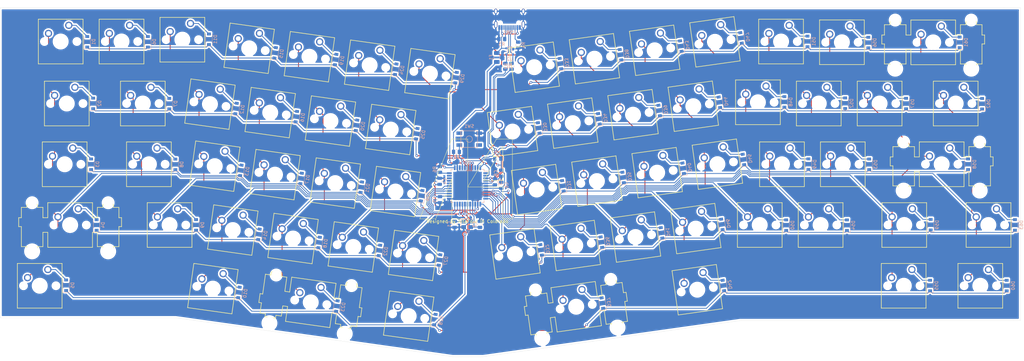
<source format=kicad_pcb>
(kicad_pcb (version 20171130) (host pcbnew "(5.1.9)-1")
  (layers (0 F.Cu signal) (31 B.Cu signal) (34 B.Paste user) (35 F.Paste user) (36 B.SilkS user) (37 F.SilkS user hide) (38 B.Mask user) (39 F.Mask user) (44 Edge.Cuts user))
  (net 0 "")
  (net 1 GND)
  (net 2 "Net-(C1-Pad1)")
  (net 3 "Net-(C2-Pad2)")
  (net 4 "Net-(C3-Pad1)")
  (net 5 +5V)
  (net 6 "Net-(D1-Pad2)")
  (net 7 ROW0)
  (net 8 "Net-(D2-Pad2)")
  (net 9 ROW1)
  (net 10 "Net-(D3-Pad2)")
  (net 11 ROW2)
  (net 12 "Net-(D4-Pad2)")
  (net 13 ROW3)
  (net 14 "Net-(D5-Pad2)")
  (net 15 ROW4)
  (net 16 "Net-(D6-Pad2)")
  (net 17 "Net-(D7-Pad2)")
  (net 18 "Net-(D8-Pad2)")
  (net 19 "Net-(D9-Pad2)")
  (net 20 "Net-(D10-Pad2)")
  (net 21 "Net-(D11-Pad2)")
  (net 22 "Net-(D12-Pad2)")
  (net 23 "Net-(D13-Pad2)")
  (net 24 "Net-(D14-Pad2)")
  (net 25 "Net-(D15-Pad2)")
  (net 26 "Net-(D16-Pad2)")
  (net 27 "Net-(D17-Pad2)")
  (net 28 "Net-(D18-Pad2)")
  (net 29 "Net-(D19-Pad2)")
  (net 30 "Net-(D20-Pad2)")
  (net 31 "Net-(D21-Pad2)")
  (net 32 "Net-(D22-Pad2)")
  (net 33 "Net-(D23-Pad2)")
  (net 34 "Net-(D24-Pad2)")
  (net 35 "Net-(D25-Pad2)")
  (net 36 "Net-(D26-Pad2)")
  (net 37 "Net-(D27-Pad2)")
  (net 38 "Net-(D28-Pad2)")
  (net 39 "Net-(D29-Pad2)")
  (net 40 "Net-(D30-Pad2)")
  (net 41 "Net-(D31-Pad2)")
  (net 42 "Net-(D32-Pad2)")
  (net 43 "Net-(D33-Pad2)")
  (net 44 "Net-(D34-Pad2)")
  (net 45 "Net-(D35-Pad2)")
  (net 46 "Net-(D36-Pad2)")
  (net 47 "Net-(D37-Pad2)")
  (net 48 "Net-(D38-Pad2)")
  (net 49 "Net-(D39-Pad2)")
  (net 50 "Net-(D40-Pad2)")
  (net 51 "Net-(D41-Pad2)")
  (net 52 "Net-(D42-Pad2)")
  (net 53 "Net-(D43-Pad2)")
  (net 54 "Net-(D44-Pad2)")
  (net 55 "Net-(D45-Pad2)")
  (net 56 "Net-(D46-Pad2)")
  (net 57 "Net-(D47-Pad2)")
  (net 58 "Net-(D48-Pad2)")
  (net 59 "Net-(D49-Pad2)")
  (net 60 "Net-(D50-Pad2)")
  (net 61 "Net-(D51-Pad2)")
  (net 62 "Net-(D52-Pad2)")
  (net 63 "Net-(D53-Pad2)")
  (net 64 "Net-(D54-Pad2)")
  (net 65 "Net-(D55-Pad2)")
  (net 66 "Net-(D56-Pad2)")
  (net 67 "Net-(D57-Pad2)")
  (net 68 "Net-(D58-Pad2)")
  (net 69 "Net-(D59-Pad2)")
  (net 70 "Net-(D60-Pad2)")
  (net 71 "Net-(D61-Pad2)")
  (net 72 "Net-(D62-Pad2)")
  (net 73 "Net-(D63-Pad2)")
  (net 74 VCC)
  (net 75 COL0)
  (net 76 COL1)
  (net 77 COL2)
  (net 78 COL3)
  (net 79 COL4)
  (net 80 COL5)
  (net 81 COL6)
  (net 82 COL7)
  (net 83 COL8)
  (net 84 COL9)
  (net 85 COL10)
  (net 86 COL11)
  (net 87 COL12)
  (net 88 COL13)
  (net 89 D-)
  (net 90 "Net-(R1-Pad1)")
  (net 91 "Net-(R2-Pad2)")
  (net 92 D+)
  (net 93 "Net-(R3-Pad2)")
  (net 94 "Net-(R4-Pad2)")
  (net 95 "Net-(R5-Pad2)")
  (net 96 "Net-(R6-Pad2)")
  (net 97 "Net-(U1-Pad42)")
  (net 98 "Net-(U1-Pad36)")
  (net 99 "Net-(U1-Pad32)")
  (net 100 "Net-(U1-Pad31)")
  (net 101 "Net-(USB1-Pad3)")
  (net 102 "Net-(USB1-Pad9)")
  (net 103 "Net-(U1-Pad1)")
  (net 104 "Net-(U1-Pad30)")
  (net 105 "Net-(U1-Pad29)")
  (module MX_Only:MXOnly-1.75U-NoLED (layer F.Cu) (at 332.01 149.51)
    (fp_text reference MX54)
    (fp_text value MX-NoLED)
    (pad 2 thru_hole circle (at 2.54 -5.08) (size 2.25 2.25) (drill 1.47) (layers *.Cu B.Mask) (net 69 "Net-(D59-Pad2)"))
    (pad "" np_thru_hole circle (at 0 0) (size 3.9878 3.9878) (drill 3.9878) (layers *.Cu *.Mask))
    (pad 1 thru_hole circle (at -3.81 -2.54) (size 2.25 2.25) (drill 1.47) (layers *.Cu B.Mask) (net 87 COL12))
    (pad "" np_thru_hole circle (at -5.08 0 48.0996) (size 1.75 1.75) (drill 1.75) (layers *.Cu *.Mask))
    (pad "" np_thru_hole circle (at 5.08 0 48.0996) (size 1.75 1.75) (drill 1.75) (layers *.Cu *.Mask))
  )
  (module MX_Only:MXOnly-2.25U-NoLED (layer F.Cu) (at 343.73 130.47)
    (fp_text reference MX41)
    (fp_text value MX-NoLED)
    (pad 2 thru_hole circle (at 2.54 -5.08) (size 2.25 2.25) (drill 1.47) (layers *.Cu B.Mask) (net 68 "Net-(D58-Pad2)"))
    (pad "" np_thru_hole circle (at 0 0) (size 3.9878 3.9878) (drill 3.9878) (layers *.Cu *.Mask))
    (pad 1 thru_hole circle (at -3.81 -2.54) (size 2.25 2.25) (drill 1.47) (layers *.Cu B.Mask) (net 87 COL12))
    (pad "" np_thru_hole circle (at -5.08 0 48.0996) (size 1.75 1.75) (drill 1.75) (layers *.Cu *.Mask))
    (pad "" np_thru_hole circle (at 5.08 0 48.0996) (size 1.75 1.75) (drill 1.75) (layers *.Cu *.Mask))
    (pad "" np_thru_hole circle (at -11.90625 -6.985) (size 3.048 3.048) (drill 3.048) (layers *.Cu *.Mask))
    (pad "" np_thru_hole circle (at 11.90625 -6.985) (size 3.048 3.048) (drill 3.048) (layers *.Cu *.Mask))
    (pad "" np_thru_hole circle (at -11.90625 8.255) (size 3.9878 3.9878) (drill 3.9878) (layers *.Cu *.Mask))
    (pad "" np_thru_hole circle (at 11.90625 8.255) (size 3.9878 3.9878) (drill 3.9878) (layers *.Cu *.Mask))
  )
  (module MX_Only:MXOnly-1.5U-NoLED (layer F.Cu) (at 348.12 111.42)
    (fp_text reference MX28)
    (fp_text value MX-NoLED)
    (pad 2 thru_hole circle (at 2.54 -5.08) (size 2.25 2.25) (drill 1.47) (layers *.Cu B.Mask) (net 72 "Net-(D62-Pad2)"))
    (pad "" np_thru_hole circle (at 0 0) (size 3.9878 3.9878) (drill 3.9878) (layers *.Cu *.Mask))
    (pad 1 thru_hole circle (at -3.81 -2.54) (size 2.25 2.25) (drill 1.47) (layers *.Cu B.Mask) (net 88 COL13))
    (pad "" np_thru_hole circle (at -5.08 0 48.0996) (size 1.75 1.75) (drill 1.75) (layers *.Cu *.Mask))
    (pad "" np_thru_hole circle (at 5.08 0 48.0996) (size 1.75 1.75) (drill 1.75) (layers *.Cu *.Mask))
  )
  (module MX_Only:MXOnly-2U-NoLED (layer F.Cu) (at 341.08 92.25)
    (fp_text reference MX14)
    (fp_text value MX-NoLED)
    (pad 2 thru_hole circle (at 2.54 -5.08) (size 2.25 2.25) (drill 1.47) (layers *.Cu B.Mask) (net 71 "Net-(D61-Pad2)"))
    (pad "" np_thru_hole circle (at 0 0) (size 3.9878 3.9878) (drill 3.9878) (layers *.Cu *.Mask))
    (pad 1 thru_hole circle (at -3.81 -2.54) (size 2.25 2.25) (drill 1.47) (layers *.Cu B.Mask) (net 88 COL13))
    (pad "" np_thru_hole circle (at -5.08 0 48.0996) (size 1.75 1.75) (drill 1.75) (layers *.Cu *.Mask))
    (pad "" np_thru_hole circle (at 5.08 0 48.0996) (size 1.75 1.75) (drill 1.75) (layers *.Cu *.Mask))
    (pad "" np_thru_hole circle (at -11.90625 -6.985) (size 3.048 3.048) (drill 3.048) (layers *.Cu *.Mask))
    (pad "" np_thru_hole circle (at 11.90625 -6.985) (size 3.048 3.048) (drill 3.048) (layers *.Cu *.Mask))
    (pad "" np_thru_hole circle (at -11.90625 8.255) (size 3.9878 3.9878) (drill 3.9878) (layers *.Cu *.Mask))
    (pad "" np_thru_hole circle (at 11.90625 8.255) (size 3.9878 3.9878) (drill 3.9878) (layers *.Cu *.Mask))
  )
  (module MX_Only:MXOnly-1.25U-NoLED (layer F.Cu) (at 355.83 168.57)
    (fp_text reference MX63)
    (fp_text value MX-NoLED)
    (pad 2 thru_hole circle (at 2.54 -5.08) (size 2.25 2.25) (drill 1.47) (layers *.Cu B.Mask) (net 70 "Net-(D60-Pad2)"))
    (pad "" np_thru_hole circle (at 0 0) (size 3.9878 3.9878) (drill 3.9878) (layers *.Cu *.Mask))
    (pad 1 thru_hole circle (at -3.81 -2.54) (size 2.25 2.25) (drill 1.47) (layers *.Cu B.Mask) (net 88 COL13))
    (pad "" np_thru_hole circle (at -5.08 0 48.0996) (size 1.75 1.75) (drill 1.75) (layers *.Cu *.Mask))
    (pad "" np_thru_hole circle (at 5.08 0 48.0996) (size 1.75 1.75) (drill 1.75) (layers *.Cu *.Mask))
  )
  (module MX_Only:MXOnly-1.25U-NoLED (layer F.Cu) (at 331.86875 168.565)
    (fp_text reference MX62)
    (fp_text value MX-NoLED)
    (pad 2 thru_hole circle (at 2.54 -5.08) (size 2.25 2.25) (drill 1.47) (layers *.Cu B.Mask) (net 65 "Net-(D55-Pad2)"))
    (pad "" np_thru_hole circle (at 0 0) (size 3.9878 3.9878) (drill 3.9878) (layers *.Cu *.Mask))
    (pad 1 thru_hole circle (at -3.81 -2.54) (size 2.25 2.25) (drill 1.47) (layers *.Cu B.Mask) (net 87 COL12))
    (pad "" np_thru_hole circle (at -5.08 0 48.0996) (size 1.75 1.75) (drill 1.75) (layers *.Cu *.Mask))
    (pad "" np_thru_hole circle (at 5.08 0 48.0996) (size 1.75 1.75) (drill 1.75) (layers *.Cu *.Mask))
  )
  (module MX_Only:MXOnly-1.25U-NoLED (layer F.Cu) (at 267.21 169.8 8)
    (fp_text reference MX61)
    (fp_text value MX-NoLED)
    (pad 2 thru_hole circle (at 2.54 -5.08 8) (size 2.25 2.25) (drill 1.47) (layers *.Cu B.Mask) (net 52 "Net-(D42-Pad2)"))
    (pad "" np_thru_hole circle (at 0 0 8) (size 3.9878 3.9878) (drill 3.9878) (layers *.Cu *.Mask))
    (pad 1 thru_hole circle (at -3.81 -2.54 8) (size 2.25 2.25) (drill 1.47) (layers *.Cu B.Mask) (net 84 COL9))
    (pad "" np_thru_hole circle (at -5.08 0 56.0996) (size 1.75 1.75) (drill 1.75) (layers *.Cu *.Mask))
    (pad "" np_thru_hole circle (at 5.08 0 56.0996) (size 1.75 1.75) (drill 1.75) (layers *.Cu *.Mask))
  )
  (module MX_Only:MXOnly-2.75U-NoLED (layer F.Cu) (at 229.3 175.14 8)
    (fp_text reference MX60)
    (fp_text value MX-NoLED)
    (pad 2 thru_hole circle (at 2.54 -5.08 8) (size 2.25 2.25) (drill 1.47) (layers *.Cu B.Mask) (net 47 "Net-(D37-Pad2)"))
    (pad "" np_thru_hole circle (at 0 0 8) (size 3.9878 3.9878) (drill 3.9878) (layers *.Cu *.Mask))
    (pad 1 thru_hole circle (at -3.81 -2.54 8) (size 2.25 2.25) (drill 1.47) (layers *.Cu B.Mask) (net 82 COL7))
    (pad "" np_thru_hole circle (at -5.08 0 56.0996) (size 1.75 1.75) (drill 1.75) (layers *.Cu *.Mask))
    (pad "" np_thru_hole circle (at 5.08 0 56.0996) (size 1.75 1.75) (drill 1.75) (layers *.Cu *.Mask))
    (pad "" np_thru_hole circle (at -11.90625 -6.985 8) (size 3.048 3.048) (drill 3.048) (layers *.Cu *.Mask))
    (pad "" np_thru_hole circle (at 11.90625 -6.985 8) (size 3.048 3.048) (drill 3.048) (layers *.Cu *.Mask))
    (pad "" np_thru_hole circle (at -11.90625 8.255 8) (size 3.9878 3.9878) (drill 3.9878) (layers *.Cu *.Mask))
    (pad "" np_thru_hole circle (at 11.90625 8.255 8) (size 3.9878 3.9878) (drill 3.9878) (layers *.Cu *.Mask))
  )
  (module MX_Only:MXOnly-2.25U-NoLED (layer F.Cu) (at 146.18 173.77 352)
    (fp_text reference MX58)
    (fp_text value MX-NoLED)
    (pad 2 thru_hole circle (at 2.54 -5.08 352) (size 2.25 2.25) (drill 1.47) (layers *.Cu B.Mask) (net 33 "Net-(D23-Pad2)"))
    (pad "" np_thru_hole circle (at 0 0 352) (size 3.9878 3.9878) (drill 3.9878) (layers *.Cu *.Mask))
    (pad 1 thru_hole circle (at -3.81 -2.54 352) (size 2.25 2.25) (drill 1.47) (layers *.Cu B.Mask) (net 78 COL3))
    (pad "" np_thru_hole circle (at -5.08 0 40.0996) (size 1.75 1.75) (drill 1.75) (layers *.Cu *.Mask))
    (pad "" np_thru_hole circle (at 5.08 0 40.0996) (size 1.75 1.75) (drill 1.75) (layers *.Cu *.Mask))
    (pad "" np_thru_hole circle (at -11.90625 -6.985 352) (size 3.048 3.048) (drill 3.048) (layers *.Cu *.Mask))
    (pad "" np_thru_hole circle (at 11.90625 -6.985 352) (size 3.048 3.048) (drill 3.048) (layers *.Cu *.Mask))
    (pad "" np_thru_hole circle (at -11.90625 8.255 352) (size 3.9878 3.9878) (drill 3.9878) (layers *.Cu *.Mask))
    (pad "" np_thru_hole circle (at 11.90625 8.255 352) (size 3.9878 3.9878) (drill 3.9878) (layers *.Cu *.Mask))
  )
  (module MX_Only:MXOnly-1.25U-NoLED (layer F.Cu) (at 61.32 168.56)
    (fp_text reference MX56)
    (fp_text value MX-NoLED)
    (pad 2 thru_hole circle (at 2.54 -5.08) (size 2.25 2.25) (drill 1.47) (layers *.Cu B.Mask) (net 14 "Net-(D5-Pad2)"))
    (pad "" np_thru_hole circle (at 0 0) (size 3.9878 3.9878) (drill 3.9878) (layers *.Cu *.Mask))
    (pad 1 thru_hole circle (at -3.81 -2.54) (size 2.25 2.25) (drill 1.47) (layers *.Cu B.Mask) (net 75 COL0))
    (pad "" np_thru_hole circle (at -5.08 0 48.0996) (size 1.75 1.75) (drill 1.75) (layers *.Cu *.Mask))
    (pad "" np_thru_hole circle (at 5.08 0 48.0996) (size 1.75 1.75) (drill 1.75) (layers *.Cu *.Mask))
  )
  (module MX_Only:MXOnly-2.25U-NoLED (layer F.Cu) (at 70.84 149.52)
    (fp_text reference MX42)
    (fp_text value MX-NoLED)
    (pad 2 thru_hole circle (at 2.54 -5.08) (size 2.25 2.25) (drill 1.47) (layers *.Cu B.Mask) (net 12 "Net-(D4-Pad2)"))
    (pad "" np_thru_hole circle (at 0 0) (size 3.9878 3.9878) (drill 3.9878) (layers *.Cu *.Mask))
    (pad 1 thru_hole circle (at -3.81 -2.54) (size 2.25 2.25) (drill 1.47) (layers *.Cu B.Mask) (net 75 COL0))
    (pad "" np_thru_hole circle (at -5.08 0 48.0996) (size 1.75 1.75) (drill 1.75) (layers *.Cu *.Mask))
    (pad "" np_thru_hole circle (at 5.08 0 48.0996) (size 1.75 1.75) (drill 1.75) (layers *.Cu *.Mask))
    (pad "" np_thru_hole circle (at -11.90625 -6.985) (size 3.048 3.048) (drill 3.048) (layers *.Cu *.Mask))
    (pad "" np_thru_hole circle (at 11.90625 -6.985) (size 3.048 3.048) (drill 3.048) (layers *.Cu *.Mask))
    (pad "" np_thru_hole circle (at -11.90625 8.255) (size 3.9878 3.9878) (drill 3.9878) (layers *.Cu *.Mask))
    (pad "" np_thru_hole circle (at 11.90625 8.255) (size 3.9878 3.9878) (drill 3.9878) (layers *.Cu *.Mask))
  )
  (module MX_Only:MXOnly-1.75U-NoLED (layer F.Cu) (at 69.13 130.47)
    (fp_text reference MX29)
    (fp_text value MX-NoLED)
    (pad 2 thru_hole circle (at 2.54 -5.08) (size 2.25 2.25) (drill 1.47) (layers *.Cu B.Mask) (net 10 "Net-(D3-Pad2)"))
    (pad "" np_thru_hole circle (at 0 0) (size 3.9878 3.9878) (drill 3.9878) (layers *.Cu *.Mask))
    (pad 1 thru_hole circle (at -3.81 -2.54) (size 2.25 2.25) (drill 1.47) (layers *.Cu B.Mask) (net 75 COL0))
    (pad "" np_thru_hole circle (at -5.08 0 48.0996) (size 1.75 1.75) (drill 1.75) (layers *.Cu *.Mask))
    (pad "" np_thru_hole circle (at 5.08 0 48.0996) (size 1.75 1.75) (drill 1.75) (layers *.Cu *.Mask))
  )
  (module MX_Only:MXOnly-1.5U-NoLED (layer F.Cu) (at 69.79 111.42)
    (fp_text reference MX15)
    (fp_text value MX-NoLED)
    (pad 2 thru_hole circle (at 2.54 -5.08) (size 2.25 2.25) (drill 1.47) (layers *.Cu B.Mask) (net 8 "Net-(D2-Pad2)"))
    (pad "" np_thru_hole circle (at 0 0) (size 3.9878 3.9878) (drill 3.9878) (layers *.Cu *.Mask))
    (pad 1 thru_hole circle (at -3.81 -2.54) (size 2.25 2.25) (drill 1.47) (layers *.Cu B.Mask) (net 75 COL0))
    (pad "" np_thru_hole circle (at -5.08 0 48.0996) (size 1.75 1.75) (drill 1.75) (layers *.Cu *.Mask))
    (pad "" np_thru_hole circle (at 5.08 0 48.0996) (size 1.75 1.75) (drill 1.75) (layers *.Cu *.Mask))
  )
  (module Package_QFP:TQFP-44_10x10mm_P0.8mm (layer B.Cu) (at 195.265 137.255 180)
    (fp_text reference U1 (at 0 7.45) (layer B.SilkS) (effects (justify mirror)))
    (fp_text value ATmega32U4-AU)
    (pad 44 smd rect (at -4 5.7 90) (size 1.5 0.55) (layers B.Cu B.Paste B.Mask) (net 5 +5V))
    (pad 43 smd rect (at -3.2 5.7 90) (size 1.5 0.55) (layers B.Cu B.Paste B.Mask) (net 1 GND))
    (pad 42 smd rect (at -2.4 5.7 90) (size 1.5 0.55) (layers B.Cu B.Paste B.Mask) (net 97 "Net-(U1-Pad42)"))
    (pad 41 smd rect (at -1.6 5.7 90) (size 1.5 0.55) (layers B.Cu B.Paste B.Mask) (net 88 COL13))
    (pad 40 smd rect (at -0.8 5.7 90) (size 1.5 0.55) (layers B.Cu B.Paste B.Mask) (net 87 COL12))
    (pad 39 smd rect (at 0 5.7 90) (size 1.5 0.55) (layers B.Cu B.Paste B.Mask) (net 86 COL11))
    (pad 38 smd rect (at 0.8 5.7 90) (size 1.5 0.55) (layers B.Cu B.Paste B.Mask) (net 9 ROW1))
    (pad 37 smd rect (at 1.6 5.7 90) (size 1.5 0.55) (layers B.Cu B.Paste B.Mask) (net 7 ROW0))
    (pad 36 smd rect (at 2.4 5.7 90) (size 1.5 0.55) (layers B.Cu B.Paste B.Mask) (net 98 "Net-(U1-Pad36)"))
    (pad 35 smd rect (at 3.2 5.7 90) (size 1.5 0.55) (layers B.Cu B.Paste B.Mask) (net 1 GND))
    (pad 34 smd rect (at 4 5.7 90) (size 1.5 0.55) (layers B.Cu B.Paste B.Mask) (net 5 +5V))
    (pad 33 smd rect (at 5.7 4 180) (size 1.5 0.55) (layers B.Cu B.Paste B.Mask) (net 96 "Net-(R6-Pad2)"))
    (pad 32 smd rect (at 5.7 3.2 180) (size 1.5 0.55) (layers B.Cu B.Paste B.Mask) (net 99 "Net-(U1-Pad32)"))
    (pad 31 smd rect (at 5.7 2.4 180) (size 1.5 0.55) (layers B.Cu B.Paste B.Mask) (net 100 "Net-(U1-Pad31)"))
    (pad 30 smd rect (at 5.7 1.6 180) (size 1.5 0.55) (layers B.Cu B.Paste B.Mask) (net 104 "Net-(U1-Pad30)"))
    (pad 29 smd rect (at 5.7 0.8 180) (size 1.5 0.55) (layers B.Cu B.Paste B.Mask) (net 105 "Net-(U1-Pad29)"))
    (pad 28 smd rect (at 5.7 0 180) (size 1.5 0.55) (layers B.Cu B.Paste B.Mask) (net 75 COL0))
    (pad 27 smd rect (at 5.7 -0.8 180) (size 1.5 0.55) (layers B.Cu B.Paste B.Mask) (net 76 COL1))
    (pad 26 smd rect (at 5.7 -1.6 180) (size 1.5 0.55) (layers B.Cu B.Paste B.Mask) (net 77 COL2))
    (pad 25 smd rect (at 5.7 -2.4 180) (size 1.5 0.55) (layers B.Cu B.Paste B.Mask) (net 78 COL3))
    (pad 24 smd rect (at 5.7 -3.2 180) (size 1.5 0.55) (layers B.Cu B.Paste B.Mask) (net 5 +5V))
    (pad 23 smd rect (at 5.7 -4 180) (size 1.5 0.55) (layers B.Cu B.Paste B.Mask) (net 1 GND))
    (pad 22 smd rect (at 4 -5.7 90) (size 1.5 0.55) (layers B.Cu B.Paste B.Mask) (net 79 COL4))
    (pad 21 smd rect (at 3.2 -5.7 90) (size 1.5 0.55) (layers B.Cu B.Paste B.Mask) (net 80 COL5))
    (pad 20 smd rect (at 2.4 -5.7 90) (size 1.5 0.55) (layers B.Cu B.Paste B.Mask) (net 11 ROW2))
    (pad 19 smd rect (at 1.6 -5.7 90) (size 1.5 0.55) (layers B.Cu B.Paste B.Mask) (net 13 ROW3))
    (pad 18 smd rect (at 0.8 -5.7 90) (size 1.5 0.55) (layers B.Cu B.Paste B.Mask) (net 15 ROW4))
    (pad 17 smd rect (at 0 -5.7 90) (size 1.5 0.55) (layers B.Cu B.Paste B.Mask) (net 2 "Net-(C1-Pad1)"))
    (pad 16 smd rect (at -0.8 -5.7 90) (size 1.5 0.55) (layers B.Cu B.Paste B.Mask) (net 3 "Net-(C2-Pad2)"))
    (pad 15 smd rect (at -1.6 -5.7 90) (size 1.5 0.55) (layers B.Cu B.Paste B.Mask) (net 1 GND))
    (pad 14 smd rect (at -2.4 -5.7 90) (size 1.5 0.55) (layers B.Cu B.Paste B.Mask) (net 5 +5V))
    (pad 13 smd rect (at -3.2 -5.7 90) (size 1.5 0.55) (layers B.Cu B.Paste B.Mask) (net 95 "Net-(R5-Pad2)"))
    (pad 12 smd rect (at -4 -5.7 90) (size 1.5 0.55) (layers B.Cu B.Paste B.Mask) (net 81 COL6))
    (pad 11 smd rect (at -5.7 -4 180) (size 1.5 0.55) (layers B.Cu B.Paste B.Mask) (net 82 COL7))
    (pad 10 smd rect (at -5.7 -3.2 180) (size 1.5 0.55) (layers B.Cu B.Paste B.Mask) (net 83 COL8))
    (pad 9 smd rect (at -5.7 -2.4 180) (size 1.5 0.55) (layers B.Cu B.Paste B.Mask) (net 84 COL9))
    (pad 8 smd rect (at -5.7 -1.6 180) (size 1.5 0.55) (layers B.Cu B.Paste B.Mask) (net 85 COL10))
    (pad 7 smd rect (at -5.7 -0.8 180) (size 1.5 0.55) (layers B.Cu B.Paste B.Mask) (net 5 +5V))
    (pad 6 smd rect (at -5.7 0 180) (size 1.5 0.55) (layers B.Cu B.Paste B.Mask) (net 4 "Net-(C3-Pad1)"))
    (pad 5 smd rect (at -5.7 0.8 180) (size 1.5 0.55) (layers B.Cu B.Paste B.Mask) (net 1 GND))
    (pad 4 smd rect (at -5.7 1.6 180) (size 1.5 0.55) (layers B.Cu B.Paste B.Mask) (net 91 "Net-(R2-Pad2)"))
    (pad 3 smd rect (at -5.7 2.4 180) (size 1.5 0.55) (layers B.Cu B.Paste B.Mask) (net 90 "Net-(R1-Pad1)"))
    (pad 2 smd rect (at -5.7 3.2 180) (size 1.5 0.55) (layers B.Cu B.Paste B.Mask) (net 5 +5V))
    (pad 1 smd rect (at -5.7 4 180) (size 1.5 0.55) (layers B.Cu B.Paste B.Mask) (net 103 "Net-(U1-Pad1)"))
  )
  (module MX_Only:MXOnly-1U-NoLED (layer F.Cu) (at 209.36 120.22 8)
    (fp_text reference MX21)
    (fp_text value MX-NoLED)
    (pad 2 thru_hole circle (at 2.54 -5.08 8) (size 2.25 2.25) (drill 1.47) (layers *.Cu B.Mask) (net 40 "Net-(D30-Pad2)"))
    (pad "" np_thru_hole circle (at 0 0 8) (size 3.9878 3.9878) (drill 3.9878) (layers *.Cu *.Mask))
    (pad 1 thru_hole circle (at -3.81 -2.54 8) (size 2.25 2.25) (drill 1.47) (layers *.Cu B.Mask) (net 81 COL6))
    (pad "" np_thru_hole circle (at -5.08 0 56.0996) (size 1.75 1.75) (drill 1.75) (layers *.Cu *.Mask))
    (pad "" np_thru_hole circle (at 5.08 0 56.0996) (size 1.75 1.75) (drill 1.75) (layers *.Cu *.Mask))
  )
  (module MX_Only:MXOnly-1U-NoLED (layer F.Cu) (at 216.92 138.4 8)
    (fp_text reference MX35)
    (fp_text value MX-NoLED)
    (pad 2 thru_hole circle (at 2.54 -5.08 8) (size 2.25 2.25) (drill 1.47) (layers *.Cu B.Mask) (net 41 "Net-(D31-Pad2)"))
    (pad "" np_thru_hole circle (at 0 0 8) (size 3.9878 3.9878) (drill 3.9878) (layers *.Cu *.Mask))
    (pad 1 thru_hole circle (at -3.81 -2.54 8) (size 2.25 2.25) (drill 1.47) (layers *.Cu B.Mask) (net 81 COL6))
    (pad "" np_thru_hole circle (at -5.08 0 56.0996) (size 1.75 1.75) (drill 1.75) (layers *.Cu *.Mask))
    (pad "" np_thru_hole circle (at 5.08 0 56.0996) (size 1.75 1.75) (drill 1.75) (layers *.Cu *.Mask))
  )
  (module MX_Only:MXOnly-1U-NoLED (layer F.Cu) (at 273.51 130.44 8)
    (fp_text reference MX38)
    (fp_text value MX-NoLED)
    (pad 2 thru_hole circle (at 2.54 -5.08 8) (size 2.25 2.25) (drill 1.47) (layers *.Cu B.Mask) (net 55 "Net-(D45-Pad2)"))
    (pad "" np_thru_hole circle (at 0 0 8) (size 3.9878 3.9878) (drill 3.9878) (layers *.Cu *.Mask))
    (pad 1 thru_hole circle (at -3.81 -2.54 8) (size 2.25 2.25) (drill 1.47) (layers *.Cu B.Mask) (net 84 COL9))
    (pad "" np_thru_hole circle (at -5.08 0 56.0996) (size 1.75 1.75) (drill 1.75) (layers *.Cu *.Mask))
    (pad "" np_thru_hole circle (at 5.08 0 56.0996) (size 1.75 1.75) (drill 1.75) (layers *.Cu *.Mask))
  )
  (module MX_Only:MXOnly-1U-NoLED (layer F.Cu) (at 358.34875 149.525)
    (fp_text reference MX55)
    (fp_text value MX-NoLED)
    (pad 2 thru_hole circle (at 2.54 -5.08) (size 2.25 2.25) (drill 1.47) (layers *.Cu B.Mask) (net 73 "Net-(D63-Pad2)"))
    (pad "" np_thru_hole circle (at 0 0) (size 3.9878 3.9878) (drill 3.9878) (layers *.Cu *.Mask))
    (pad 1 thru_hole circle (at -3.81 -2.54) (size 2.25 2.25) (drill 1.47) (layers *.Cu B.Mask) (net 88 COL13))
    (pad "" np_thru_hole circle (at -5.08 0 48.0996) (size 1.75 1.75) (drill 1.75) (layers *.Cu *.Mask))
    (pad "" np_thru_hole circle (at 5.08 0 48.0996) (size 1.75 1.75) (drill 1.75) (layers *.Cu *.Mask))
  )
  (module MX_Only:MXOnly-1U-NoLED (layer F.Cu) (at 210.12 158.59 8)
    (fp_text reference MX48)
    (fp_text value MX-NoLED)
    (pad 2 thru_hole circle (at 2.54 -5.08 8) (size 2.25 2.25) (drill 1.47) (layers *.Cu B.Mask) (net 42 "Net-(D32-Pad2)"))
    (pad "" np_thru_hole circle (at 0 0 8) (size 3.9878 3.9878) (drill 3.9878) (layers *.Cu *.Mask))
    (pad 1 thru_hole circle (at -3.81 -2.54 8) (size 2.25 2.25) (drill 1.47) (layers *.Cu B.Mask) (net 81 COL6))
    (pad "" np_thru_hole circle (at -5.08 0 56.0996) (size 1.75 1.75) (drill 1.75) (layers *.Cu *.Mask))
    (pad "" np_thru_hole circle (at 5.08 0 56.0996) (size 1.75 1.75) (drill 1.75) (layers *.Cu *.Mask))
  )
  (module MX_Only:MXOnly-1U-NoLED (layer F.Cu) (at 178.36 159.05 352)
    (fp_text reference MX47)
    (fp_text value MX-NoLED)
    (pad 2 thru_hole circle (at 2.54 -5.08 352) (size 2.25 2.25) (drill 1.47) (layers *.Cu B.Mask) (net 37 "Net-(D27-Pad2)"))
    (pad "" np_thru_hole circle (at 0 0 352) (size 3.9878 3.9878) (drill 3.9878) (layers *.Cu *.Mask))
    (pad 1 thru_hole circle (at -3.81 -2.54 352) (size 2.25 2.25) (drill 1.47) (layers *.Cu B.Mask) (net 80 COL5))
    (pad "" np_thru_hole circle (at -5.08 0 40.0996) (size 1.75 1.75) (drill 1.75) (layers *.Cu *.Mask))
    (pad "" np_thru_hole circle (at 5.08 0 40.0996) (size 1.75 1.75) (drill 1.75) (layers *.Cu *.Mask))
  )
  (module MX_Only:MXOnly-1U-NoLED (layer F.Cu) (at 140.63 153.75 352)
    (fp_text reference MX45)
    (fp_text value MX-NoLED)
    (pad 2 thru_hole circle (at 2.54 -5.08 352) (size 2.25 2.25) (drill 1.47) (layers *.Cu B.Mask) (net 28 "Net-(D18-Pad2)"))
    (pad "" np_thru_hole circle (at 0 0 352) (size 3.9878 3.9878) (drill 3.9878) (layers *.Cu *.Mask))
    (pad 1 thru_hole circle (at -3.81 -2.54 352) (size 2.25 2.25) (drill 1.47) (layers *.Cu B.Mask) (net 78 COL3))
    (pad "" np_thru_hole circle (at -5.08 0 40.0996) (size 1.75 1.75) (drill 1.75) (layers *.Cu *.Mask))
    (pad "" np_thru_hole circle (at 5.08 0 40.0996) (size 1.75 1.75) (drill 1.75) (layers *.Cu *.Mask))
  )
  (module MX_Only:MXOnly-1U-NoLED (layer F.Cu) (at 95.51 130.47)
    (fp_text reference MX30)
    (fp_text value MX-NoLED)
    (pad 2 thru_hole circle (at 2.54 -5.08) (size 2.25 2.25) (drill 1.47) (layers *.Cu B.Mask) (net 18 "Net-(D8-Pad2)"))
    (pad "" np_thru_hole circle (at 0 0) (size 3.9878 3.9878) (drill 3.9878) (layers *.Cu *.Mask))
    (pad 1 thru_hole circle (at -3.81 -2.54) (size 2.25 2.25) (drill 1.47) (layers *.Cu B.Mask) (net 76 COL1))
    (pad "" np_thru_hole circle (at -5.08 0 48.0996) (size 1.75 1.75) (drill 1.75) (layers *.Cu *.Mask))
    (pad "" np_thru_hole circle (at 5.08 0 48.0996) (size 1.75 1.75) (drill 1.75) (layers *.Cu *.Mask))
  )
  (module Crystal:Crystal_SMD_3225-4Pin_3.2x2.5mm (layer B.Cu) (at 195.18625 149.30875)
    (fp_text reference Y1 (at 0 2.45) (layer B.SilkS) (effects (justify mirror)))
    (fp_text value 16Mhz)
    (pad 4 smd rect (at -1.1 0.85) (size 1.4 1.2) (layers B.Cu B.Paste B.Mask) (net 1 GND))
    (pad 3 smd rect (at 1.1 0.85) (size 1.4 1.2) (layers B.Cu B.Paste B.Mask) (net 3 "Net-(C2-Pad2)"))
    (pad 2 smd rect (at 1.1 -0.85) (size 1.4 1.2) (layers B.Cu B.Paste B.Mask) (net 1 GND))
    (pad 1 smd rect (at -1.1 -0.85) (size 1.4 1.2) (layers B.Cu B.Paste B.Mask) (net 2 "Net-(C1-Pad1)"))
  )
  (module Type-C:HRO-TYPE-C-31-M-12 (layer B.Cu) (at 208.42375 79.9025)
    (fp_text reference USB1 (at 0 9.25) (layer B.SilkS) (effects (justify mirror)))
    (fp_text value HRO-TYPE-C-31-M-12)
    (pad 12 smd rect (at 3.225 7.695) (size 0.6 1.45) (layers B.Cu B.Paste B.Mask) (net 1 GND))
    (pad 1 smd rect (at -3.225 7.695) (size 0.6 1.45) (layers B.Cu B.Paste B.Mask) (net 1 GND))
    (pad 11 smd rect (at 2.45 7.695) (size 0.6 1.45) (layers B.Cu B.Paste B.Mask) (net 74 VCC))
    (pad 2 smd rect (at -2.45 7.695) (size 0.6 1.45) (layers B.Cu B.Paste B.Mask) (net 74 VCC))
    (pad 3 smd rect (at -1.75 7.695) (size 0.3 1.45) (layers B.Cu B.Paste B.Mask) (net 101 "Net-(USB1-Pad3)"))
    (pad 10 smd rect (at 1.75 7.695) (size 0.3 1.45) (layers B.Cu B.Paste B.Mask) (net 94 "Net-(R4-Pad2)"))
    (pad 4 smd rect (at -1.25 7.695) (size 0.3 1.45) (layers B.Cu B.Paste B.Mask) (net 93 "Net-(R3-Pad2)"))
    (pad 9 smd rect (at 1.25 7.695) (size 0.3 1.45) (layers B.Cu B.Paste B.Mask) (net 102 "Net-(USB1-Pad9)"))
    (pad 5 smd rect (at -0.75 7.695) (size 0.3 1.45) (layers B.Cu B.Paste B.Mask) (net 89 D-))
    (pad 8 smd rect (at 0.75 7.695) (size 0.3 1.45) (layers B.Cu B.Paste B.Mask) (net 92 D+))
    (pad 7 smd rect (at 0.25 7.695) (size 0.3 1.45) (layers B.Cu B.Paste B.Mask) (net 89 D-))
    (pad 6 smd rect (at -0.25 7.695) (size 0.3 1.45) (layers B.Cu B.Paste B.Mask) (net 92 D+))
    (pad "" np_thru_hole circle (at 2.89 6.25) (size 0.65 0.65) (drill 0.65) (layers *.Cu *.Mask))
    (pad "" np_thru_hole circle (at -2.89 6.25) (size 0.65 0.65) (drill 0.65) (layers *.Cu *.Mask))
    (pad 13 thru_hole oval (at -4.32 6.78) (size 1 2.1) (drill oval 0.6 1.7) (layers *.Cu F.Mask) (net 1 GND))
    (pad 13 thru_hole oval (at 4.32 6.78) (size 1 2.1) (drill oval 0.6 1.7) (layers *.Cu F.Mask) (net 1 GND))
    (pad 13 thru_hole oval (at -4.32 2.6) (size 1 1.6) (drill oval 0.6 1.2) (layers *.Cu F.Mask) (net 1 GND))
    (pad 13 thru_hole oval (at 4.32 2.6) (size 1 1.6) (drill oval 0.6 1.2) (layers *.Cu F.Mask) (net 1 GND))
  )
  (module random-keyboard-parts:SOT143B (layer B.Cu) (at 208.465 95.055 180)
    (fp_text reference U2 (at 0 -2.45) (layer B.SilkS) (effects (justify mirror)))
    (fp_text value PRTR5V0U2X)
    (pad 1 smd rect (at -1 0.75 270) (size 1 0.7) (layers B.Cu B.Paste B.Mask) (net 1 GND))
    (pad 4 smd rect (at 1 0.95 270) (size 0.6 0.7) (layers B.Cu B.Paste B.Mask) (net 74 VCC))
    (pad 2 smd rect (at -1 -0.95 270) (size 0.6 0.7) (layers B.Cu B.Paste B.Mask) (net 92 D+))
    (pad 3 smd rect (at 1 -0.95 270) (size 0.6 0.7) (layers B.Cu B.Paste B.Mask) (net 89 D-))
  )
  (module random-keyboard-parts:SKQG-1155865 (layer B.Cu) (at 195.795 122.585)
    (fp_text reference SW1 (at 0 -4.064) (layer B.SilkS) (effects (justify mirror)))
    (fp_text value SW_PUSH)
    (pad 4 smd rect (at -3.1 -1.85) (size 1.8 1.1) (layers B.Cu B.Paste B.Mask))
    (pad 3 smd rect (at 3.1 1.85) (size 1.8 1.1) (layers B.Cu B.Paste B.Mask))
    (pad 2 smd rect (at -3.1 1.85) (size 1.8 1.1) (layers B.Cu B.Paste B.Mask) (net 95 "Net-(R5-Pad2)"))
    (pad 1 smd rect (at 3.1 -1.85) (size 1.8 1.1) (layers B.Cu B.Paste B.Mask) (net 1 GND))
  )
  (module Resistor_SMD:R_0805_2012Metric (layer B.Cu) (at 186.635 132.075 270)
    (fp_text reference R6 (at 0 1.65 90) (layer B.SilkS) (effects (justify mirror)))
    (fp_text value 10k)
    (pad 2 smd roundrect (at 0.9125 0 270) (size 1.025 1.4) (layers B.Cu B.Paste B.Mask) (roundrect_rratio 0.243902) (net 96 "Net-(R6-Pad2)"))
    (pad 1 smd roundrect (at -0.9125 0 270) (size 1.025 1.4) (layers B.Cu B.Paste B.Mask) (roundrect_rratio 0.243902) (net 1 GND))
  )
  (module Resistor_SMD:R_0805_2012Metric (layer B.Cu) (at 191.795 126.585)
    (fp_text reference R5 (at 0 1.65) (layer B.SilkS) (effects (justify mirror)))
    (fp_text value 10k)
    (pad 2 smd roundrect (at 0.9125 0) (size 1.025 1.4) (layers B.Cu B.Paste B.Mask) (roundrect_rratio 0.243902) (net 95 "Net-(R5-Pad2)"))
    (pad 1 smd roundrect (at -0.9125 0) (size 1.025 1.4) (layers B.Cu B.Paste B.Mask) (roundrect_rratio 0.243902) (net 5 +5V))
  )
  (module Resistor_SMD:R_0805_2012Metric (layer B.Cu) (at 211.155 93.085 90)
    (fp_text reference R4 (at 0 1.65 90) (layer B.SilkS) (effects (justify mirror)))
    (fp_text value 5.1k)
    (pad 2 smd roundrect (at 0.9125 0 90) (size 1.025 1.4) (layers B.Cu B.Paste B.Mask) (roundrect_rratio 0.243902) (net 94 "Net-(R4-Pad2)"))
    (pad 1 smd roundrect (at -0.9125 0 90) (size 1.025 1.4) (layers B.Cu B.Paste B.Mask) (roundrect_rratio 0.243902) (net 1 GND))
  )
  (module Resistor_SMD:R_0805_2012Metric (layer B.Cu) (at 205.985 91.205)
    (fp_text reference R3 (at 0 1.65) (layer B.SilkS) (effects (justify mirror)))
    (fp_text value 5.1k)
    (pad 2 smd roundrect (at 0.9125 0) (size 1.025 1.4) (layers B.Cu B.Paste B.Mask) (roundrect_rratio 0.243902) (net 93 "Net-(R3-Pad2)"))
    (pad 1 smd roundrect (at -0.9125 0) (size 1.025 1.4) (layers B.Cu B.Paste B.Mask) (roundrect_rratio 0.243902) (net 1 GND))
  )
  (module Resistor_SMD:R_0805_2012Metric (layer B.Cu) (at 209.056003 99.745274 270)
    (fp_text reference R2 (at 0 1.65 90) (layer B.SilkS) (effects (justify mirror)))
    (fp_text value 22)
    (pad 2 smd roundrect (at 0.9125 0 270) (size 1.025 1.4) (layers B.Cu B.Paste B.Mask) (roundrect_rratio 0.243902) (net 91 "Net-(R2-Pad2)"))
    (pad 1 smd roundrect (at -0.9125 0 270) (size 1.025 1.4) (layers B.Cu B.Paste B.Mask) (roundrect_rratio 0.243902) (net 92 D+))
  )
  (module Resistor_SMD:R_0805_2012Metric (layer B.Cu) (at 207.105 99.745 90)
    (fp_text reference R1 (at 0 1.65 90) (layer B.SilkS) (effects (justify mirror)))
    (fp_text value 22)
    (pad 2 smd roundrect (at 0.9125 0 90) (size 1.025 1.4) (layers B.Cu B.Paste B.Mask) (roundrect_rratio 0.243902) (net 89 D-))
    (pad 1 smd roundrect (at -0.9125 0 90) (size 1.025 1.4) (layers B.Cu B.Paste B.Mask) (roundrect_rratio 0.243902) (net 90 "Net-(R1-Pad1)"))
  )
  (module MX_Only:MXOnly-1U-NoLED (layer F.Cu) (at 176.84 178.08 352)
    (fp_text reference MX59)
    (fp_text value MX-NoLED)
    (pad 2 thru_hole circle (at 2.54 -5.08 352) (size 2.25 2.25) (drill 1.47) (layers *.Cu B.Mask) (net 38 "Net-(D28-Pad2)"))
    (pad "" np_thru_hole circle (at 0 0 352) (size 3.9878 3.9878) (drill 3.9878) (layers *.Cu *.Mask))
    (pad 1 thru_hole circle (at -3.81 -2.54 352) (size 2.25 2.25) (drill 1.47) (layers *.Cu B.Mask) (net 80 COL5))
    (pad "" np_thru_hole circle (at -5.08 0 40.0996) (size 1.75 1.75) (drill 1.75) (layers *.Cu *.Mask))
    (pad "" np_thru_hole circle (at 5.08 0 40.0996) (size 1.75 1.75) (drill 1.75) (layers *.Cu *.Mask))
  )
  (module MX_Only:MXOnly-1U-NoLED (layer F.Cu) (at 115.53 169.46 352)
    (fp_text reference MX57)
    (fp_text value MX-NoLED)
    (pad 2 thru_hole circle (at 2.54 -5.08 352) (size 2.25 2.25) (drill 1.47) (layers *.Cu B.Mask) (net 20 "Net-(D10-Pad2)"))
    (pad "" np_thru_hole circle (at 0 0 352) (size 3.9878 3.9878) (drill 3.9878) (layers *.Cu *.Mask))
    (pad 1 thru_hole circle (at -3.81 -2.54 352) (size 2.25 2.25) (drill 1.47) (layers *.Cu B.Mask) (net 77 COL2))
    (pad "" np_thru_hole circle (at -5.08 0 40.0996) (size 1.75 1.75) (drill 1.75) (layers *.Cu *.Mask))
    (pad "" np_thru_hole circle (at 5.08 0 40.0996) (size 1.75 1.75) (drill 1.75) (layers *.Cu *.Mask))
  )
  (module MX_Only:MXOnly-1U-NoLED (layer F.Cu) (at 305.82 149.52)
    (fp_text reference MX53)
    (fp_text value MX-NoLED)
    (pad 2 thru_hole circle (at 2.54 -5.08) (size 2.25 2.25) (drill 1.47) (layers *.Cu B.Mask) (net 64 "Net-(D54-Pad2)"))
    (pad "" np_thru_hole circle (at 0 0) (size 3.9878 3.9878) (drill 3.9878) (layers *.Cu *.Mask))
    (pad 1 thru_hole circle (at -3.81 -2.54) (size 2.25 2.25) (drill 1.47) (layers *.Cu B.Mask) (net 86 COL11))
    (pad "" np_thru_hole circle (at -5.08 0 48.0996) (size 1.75 1.75) (drill 1.75) (layers *.Cu *.Mask))
    (pad "" np_thru_hole circle (at 5.08 0 48.0996) (size 1.75 1.75) (drill 1.75) (layers *.Cu *.Mask))
  )
  (module MX_Only:MXOnly-1U-NoLED (layer F.Cu) (at 286.76 149.52)
    (fp_text reference MX52)
    (fp_text value MX-NoLED)
    (pad 2 thru_hole circle (at 2.54 -5.08) (size 2.25 2.25) (drill 1.47) (layers *.Cu B.Mask) (net 60 "Net-(D50-Pad2)"))
    (pad "" np_thru_hole circle (at 0 0) (size 3.9878 3.9878) (drill 3.9878) (layers *.Cu *.Mask))
    (pad 1 thru_hole circle (at -3.81 -2.54) (size 2.25 2.25) (drill 1.47) (layers *.Cu B.Mask) (net 85 COL10))
    (pad "" np_thru_hole circle (at -5.08 0 48.0996) (size 1.75 1.75) (drill 1.75) (layers *.Cu *.Mask))
    (pad "" np_thru_hole circle (at 5.08 0 48.0996) (size 1.75 1.75) (drill 1.75) (layers *.Cu *.Mask))
  )
  (module MX_Only:MXOnly-1U-NoLED (layer F.Cu) (at 266.73 150.64 8)
    (fp_text reference MX51)
    (fp_text value MX-NoLED)
    (pad 2 thru_hole circle (at 2.54 -5.08 8) (size 2.25 2.25) (drill 1.47) (layers *.Cu B.Mask) (net 56 "Net-(D46-Pad2)"))
    (pad "" np_thru_hole circle (at 0 0 8) (size 3.9878 3.9878) (drill 3.9878) (layers *.Cu *.Mask))
    (pad 1 thru_hole circle (at -3.81 -2.54 8) (size 2.25 2.25) (drill 1.47) (layers *.Cu B.Mask) (net 84 COL9))
    (pad "" np_thru_hole circle (at -5.08 0 56.0996) (size 1.75 1.75) (drill 1.75) (layers *.Cu *.Mask))
    (pad "" np_thru_hole circle (at 5.08 0 56.0996) (size 1.75 1.75) (drill 1.75) (layers *.Cu *.Mask))
  )
  (module MX_Only:MXOnly-1U-NoLED (layer F.Cu) (at 247.86 153.28 8)
    (fp_text reference MX50)
    (fp_text value MX-NoLED)
    (pad 2 thru_hole circle (at 2.54 -5.08 8) (size 2.25 2.25) (drill 1.47) (layers *.Cu B.Mask) (net 51 "Net-(D41-Pad2)"))
    (pad "" np_thru_hole circle (at 0 0 8) (size 3.9878 3.9878) (drill 3.9878) (layers *.Cu *.Mask))
    (pad 1 thru_hole circle (at -3.81 -2.54 8) (size 2.25 2.25) (drill 1.47) (layers *.Cu B.Mask) (net 83 COL8))
    (pad "" np_thru_hole circle (at -5.08 0 56.0996) (size 1.75 1.75) (drill 1.75) (layers *.Cu *.Mask))
    (pad "" np_thru_hole circle (at 5.08 0 56.0996) (size 1.75 1.75) (drill 1.75) (layers *.Cu *.Mask))
  )
  (module MX_Only:MXOnly-1U-NoLED (layer F.Cu) (at 229 155.94 8)
    (fp_text reference MX49)
    (fp_text value MX-NoLED)
    (pad 2 thru_hole circle (at 2.54 -5.08 8) (size 2.25 2.25) (drill 1.47) (layers *.Cu B.Mask) (net 46 "Net-(D36-Pad2)"))
    (pad "" np_thru_hole circle (at 0 0 8) (size 3.9878 3.9878) (drill 3.9878) (layers *.Cu *.Mask))
    (pad 1 thru_hole circle (at -3.81 -2.54 8) (size 2.25 2.25) (drill 1.47) (layers *.Cu B.Mask) (net 82 COL7))
    (pad "" np_thru_hole circle (at -5.08 0 56.0996) (size 1.75 1.75) (drill 1.75) (layers *.Cu *.Mask))
    (pad "" np_thru_hole circle (at 5.08 0 56.0996) (size 1.75 1.75) (drill 1.75) (layers *.Cu *.Mask))
  )
  (module MX_Only:MXOnly-1U-NoLED (layer F.Cu) (at 159.49 156.4 352)
    (fp_text reference MX46)
    (fp_text value MX-NoLED)
    (pad 2 thru_hole circle (at 2.54 -5.08 352) (size 2.25 2.25) (drill 1.47) (layers *.Cu B.Mask) (net 32 "Net-(D22-Pad2)"))
    (pad "" np_thru_hole circle (at 0 0 352) (size 3.9878 3.9878) (drill 3.9878) (layers *.Cu *.Mask))
    (pad 1 thru_hole circle (at -3.81 -2.54 352) (size 2.25 2.25) (drill 1.47) (layers *.Cu B.Mask) (net 79 COL4))
    (pad "" np_thru_hole circle (at -5.08 0 40.0996) (size 1.75 1.75) (drill 1.75) (layers *.Cu *.Mask))
    (pad "" np_thru_hole circle (at 5.08 0 40.0996) (size 1.75 1.75) (drill 1.75) (layers *.Cu *.Mask))
  )
  (module MX_Only:MXOnly-1U-NoLED (layer F.Cu) (at 121.77 151.1 352)
    (fp_text reference MX44)
    (fp_text value MX-NoLED)
    (pad 2 thru_hole circle (at 2.54 -5.08 352) (size 2.25 2.25) (drill 1.47) (layers *.Cu B.Mask) (net 24 "Net-(D14-Pad2)"))
    (pad "" np_thru_hole circle (at 0 0 352) (size 3.9878 3.9878) (drill 3.9878) (layers *.Cu *.Mask))
    (pad 1 thru_hole circle (at -3.81 -2.54 352) (size 2.25 2.25) (drill 1.47) (layers *.Cu B.Mask) (net 77 COL2))
    (pad "" np_thru_hole circle (at -5.08 0 40.0996) (size 1.75 1.75) (drill 1.75) (layers *.Cu *.Mask))
    (pad "" np_thru_hole circle (at 5.08 0 40.0996) (size 1.75 1.75) (drill 1.75) (layers *.Cu *.Mask))
  )
  (module MX_Only:MXOnly-1U-NoLED (layer F.Cu) (at 101.98 149.52)
    (fp_text reference MX43)
    (fp_text value MX-NoLED)
    (pad 2 thru_hole circle (at 2.54 -5.08) (size 2.25 2.25) (drill 1.47) (layers *.Cu B.Mask) (net 19 "Net-(D9-Pad2)"))
    (pad "" np_thru_hole circle (at 0 0) (size 3.9878 3.9878) (drill 3.9878) (layers *.Cu *.Mask))
    (pad 1 thru_hole circle (at -3.81 -2.54) (size 2.25 2.25) (drill 1.47) (layers *.Cu B.Mask) (net 76 COL1))
    (pad "" np_thru_hole circle (at -5.08 0 48.0996) (size 1.75 1.75) (drill 1.75) (layers *.Cu *.Mask))
    (pad "" np_thru_hole circle (at 5.08 0 48.0996) (size 1.75 1.75) (drill 1.75) (layers *.Cu *.Mask))
  )
  (module MX_Only:MXOnly-1U-NoLED (layer F.Cu) (at 312.77 130.47)
    (fp_text reference MX40)
    (fp_text value MX-NoLED)
    (pad 2 thru_hole circle (at 2.54 -5.08) (size 2.25 2.25) (drill 1.47) (layers *.Cu B.Mask) (net 63 "Net-(D53-Pad2)"))
    (pad "" np_thru_hole circle (at 0 0) (size 3.9878 3.9878) (drill 3.9878) (layers *.Cu *.Mask))
    (pad 1 thru_hole circle (at -3.81 -2.54) (size 2.25 2.25) (drill 1.47) (layers *.Cu B.Mask) (net 86 COL11))
    (pad "" np_thru_hole circle (at -5.08 0 48.0996) (size 1.75 1.75) (drill 1.75) (layers *.Cu *.Mask))
    (pad "" np_thru_hole circle (at 5.08 0 48.0996) (size 1.75 1.75) (drill 1.75) (layers *.Cu *.Mask))
  )
  (module MX_Only:MXOnly-1U-NoLED (layer F.Cu) (at 293.72 130.47)
    (fp_text reference MX39)
    (fp_text value MX-NoLED)
    (pad 2 thru_hole circle (at 2.54 -5.08) (size 2.25 2.25) (drill 1.47) (layers *.Cu B.Mask) (net 59 "Net-(D49-Pad2)"))
    (pad "" np_thru_hole circle (at 0 0) (size 3.9878 3.9878) (drill 3.9878) (layers *.Cu *.Mask))
    (pad 1 thru_hole circle (at -3.81 -2.54) (size 2.25 2.25) (drill 1.47) (layers *.Cu B.Mask) (net 85 COL10))
    (pad "" np_thru_hole circle (at -5.08 0 48.0996) (size 1.75 1.75) (drill 1.75) (layers *.Cu *.Mask))
    (pad "" np_thru_hole circle (at 5.08 0 48.0996) (size 1.75 1.75) (drill 1.75) (layers *.Cu *.Mask))
  )
  (module MX_Only:MXOnly-1U-NoLED (layer F.Cu) (at 254.64 133.1 8)
    (fp_text reference MX37)
    (fp_text value MX-NoLED)
    (pad 2 thru_hole circle (at 2.54 -5.08 8) (size 2.25 2.25) (drill 1.47) (layers *.Cu B.Mask) (net 50 "Net-(D40-Pad2)"))
    (pad "" np_thru_hole circle (at 0 0 8) (size 3.9878 3.9878) (drill 3.9878) (layers *.Cu *.Mask))
    (pad 1 thru_hole circle (at -3.81 -2.54 8) (size 2.25 2.25) (drill 1.47) (layers *.Cu B.Mask) (net 83 COL8))
    (pad "" np_thru_hole circle (at -5.08 0 56.0996) (size 1.75 1.75) (drill 1.75) (layers *.Cu *.Mask))
    (pad "" np_thru_hole circle (at 5.08 0 56.0996) (size 1.75 1.75) (drill 1.75) (layers *.Cu *.Mask))
  )
  (module MX_Only:MXOnly-1U-NoLED (layer F.Cu) (at 235.78 135.75 8)
    (fp_text reference MX36)
    (fp_text value MX-NoLED)
    (pad 2 thru_hole circle (at 2.54 -5.08 8) (size 2.25 2.25) (drill 1.47) (layers *.Cu B.Mask) (net 45 "Net-(D35-Pad2)"))
    (pad "" np_thru_hole circle (at 0 0 8) (size 3.9878 3.9878) (drill 3.9878) (layers *.Cu *.Mask))
    (pad 1 thru_hole circle (at -3.81 -2.54 8) (size 2.25 2.25) (drill 1.47) (layers *.Cu B.Mask) (net 82 COL7))
    (pad "" np_thru_hole circle (at -5.08 0 56.0996) (size 1.75 1.75) (drill 1.75) (layers *.Cu *.Mask))
    (pad "" np_thru_hole circle (at 5.08 0 56.0996) (size 1.75 1.75) (drill 1.75) (layers *.Cu *.Mask))
  )
  (module MX_Only:MXOnly-1U-NoLED (layer F.Cu) (at 172.71 139.02 352)
    (fp_text reference MX34)
    (fp_text value MX-NoLED)
    (pad 2 thru_hole circle (at 2.54 -5.08 352) (size 2.25 2.25) (drill 1.47) (layers *.Cu B.Mask) (net 36 "Net-(D26-Pad2)"))
    (pad "" np_thru_hole circle (at 0 0 352) (size 3.9878 3.9878) (drill 3.9878) (layers *.Cu *.Mask))
    (pad 1 thru_hole circle (at -3.81 -2.54 352) (size 2.25 2.25) (drill 1.47) (layers *.Cu B.Mask) (net 80 COL5))
    (pad "" np_thru_hole circle (at -5.08 0 40.0996) (size 1.75 1.75) (drill 1.75) (layers *.Cu *.Mask))
    (pad "" np_thru_hole circle (at 5.08 0 40.0996) (size 1.75 1.75) (drill 1.75) (layers *.Cu *.Mask))
  )
  (module MX_Only:MXOnly-1U-NoLED (layer F.Cu) (at 153.85 136.38 352)
    (fp_text reference MX33)
    (fp_text value MX-NoLED)
    (pad 2 thru_hole circle (at 2.54 -5.08 352) (size 2.25 2.25) (drill 1.47) (layers *.Cu B.Mask) (net 31 "Net-(D21-Pad2)"))
    (pad "" np_thru_hole circle (at 0 0 352) (size 3.9878 3.9878) (drill 3.9878) (layers *.Cu *.Mask))
    (pad 1 thru_hole circle (at -3.81 -2.54 352) (size 2.25 2.25) (drill 1.47) (layers *.Cu B.Mask) (net 79 COL4))
    (pad "" np_thru_hole circle (at -5.08 0 40.0996) (size 1.75 1.75) (drill 1.75) (layers *.Cu *.Mask))
    (pad "" np_thru_hole circle (at 5.08 0 40.0996) (size 1.75 1.75) (drill 1.75) (layers *.Cu *.Mask))
  )
  (module MX_Only:MXOnly-1U-NoLED (layer F.Cu) (at 134.98 133.72 352)
    (fp_text reference MX32)
    (fp_text value MX-NoLED)
    (pad 2 thru_hole circle (at 2.54 -5.08 352) (size 2.25 2.25) (drill 1.47) (layers *.Cu B.Mask) (net 27 "Net-(D17-Pad2)"))
    (pad "" np_thru_hole circle (at 0 0 352) (size 3.9878 3.9878) (drill 3.9878) (layers *.Cu *.Mask))
    (pad 1 thru_hole circle (at -3.81 -2.54 352) (size 2.25 2.25) (drill 1.47) (layers *.Cu B.Mask) (net 78 COL3))
    (pad "" np_thru_hole circle (at -5.08 0 40.0996) (size 1.75 1.75) (drill 1.75) (layers *.Cu *.Mask))
    (pad "" np_thru_hole circle (at 5.08 0 40.0996) (size 1.75 1.75) (drill 1.75) (layers *.Cu *.Mask))
  )
  (module MX_Only:MXOnly-1U-NoLED (layer F.Cu) (at 116.12 131.06 352)
    (fp_text reference MX31)
    (fp_text value MX-NoLED)
    (pad 2 thru_hole circle (at 2.54 -5.08 352) (size 2.25 2.25) (drill 1.47) (layers *.Cu B.Mask) (net 23 "Net-(D13-Pad2)"))
    (pad "" np_thru_hole circle (at 0 0 352) (size 3.9878 3.9878) (drill 3.9878) (layers *.Cu *.Mask))
    (pad 1 thru_hole circle (at -3.81 -2.54 352) (size 2.25 2.25) (drill 1.47) (layers *.Cu B.Mask) (net 77 COL2))
    (pad "" np_thru_hole circle (at -5.08 0 40.0996) (size 1.75 1.75) (drill 1.75) (layers *.Cu *.Mask))
    (pad "" np_thru_hole circle (at 5.08 0 40.0996) (size 1.75 1.75) (drill 1.75) (layers *.Cu *.Mask))
  )
  (module MX_Only:MXOnly-1U-NoLED (layer F.Cu) (at 324.29 111.42)
    (fp_text reference MX27)
    (fp_text value MX-NoLED)
    (pad 2 thru_hole circle (at 2.54 -5.08) (size 2.25 2.25) (drill 1.47) (layers *.Cu B.Mask) (net 67 "Net-(D57-Pad2)"))
    (pad "" np_thru_hole circle (at 0 0) (size 3.9878 3.9878) (drill 3.9878) (layers *.Cu *.Mask))
    (pad 1 thru_hole circle (at -3.81 -2.54) (size 2.25 2.25) (drill 1.47) (layers *.Cu B.Mask) (net 87 COL12))
    (pad "" np_thru_hole circle (at -5.08 0 48.0996) (size 1.75 1.75) (drill 1.75) (layers *.Cu *.Mask))
    (pad "" np_thru_hole circle (at 5.08 0 48.0996) (size 1.75 1.75) (drill 1.75) (layers *.Cu *.Mask))
  )
  (module MX_Only:MXOnly-1U-NoLED (layer F.Cu) (at 305.25 111.42)
    (fp_text reference MX26)
    (fp_text value MX-NoLED)
    (pad 2 thru_hole circle (at 2.54 -5.08) (size 2.25 2.25) (drill 1.47) (layers *.Cu B.Mask) (net 62 "Net-(D52-Pad2)"))
    (pad "" np_thru_hole circle (at 0 0) (size 3.9878 3.9878) (drill 3.9878) (layers *.Cu *.Mask))
    (pad 1 thru_hole circle (at -3.81 -2.54) (size 2.25 2.25) (drill 1.47) (layers *.Cu B.Mask) (net 86 COL11))
    (pad "" np_thru_hole circle (at -5.08 0 48.0996) (size 1.75 1.75) (drill 1.75) (layers *.Cu *.Mask))
    (pad "" np_thru_hole circle (at 5.08 0 48.0996) (size 1.75 1.75) (drill 1.75) (layers *.Cu *.Mask))
  )
  (module MX_Only:MXOnly-1U-NoLED (layer F.Cu) (at 286.19 111.04)
    (fp_text reference MX25)
    (fp_text value MX-NoLED)
    (pad 2 thru_hole circle (at 2.54 -5.08) (size 2.25 2.25) (drill 1.47) (layers *.Cu B.Mask) (net 58 "Net-(D48-Pad2)"))
    (pad "" np_thru_hole circle (at 0 0) (size 3.9878 3.9878) (drill 3.9878) (layers *.Cu *.Mask))
    (pad 1 thru_hole circle (at -3.81 -2.54) (size 2.25 2.25) (drill 1.47) (layers *.Cu B.Mask) (net 85 COL10))
    (pad "" np_thru_hole circle (at -5.08 0 48.0996) (size 1.75 1.75) (drill 1.75) (layers *.Cu *.Mask))
    (pad "" np_thru_hole circle (at 5.08 0 48.0996) (size 1.75 1.75) (drill 1.75) (layers *.Cu *.Mask))
  )
  (module MX_Only:MXOnly-1U-NoLED (layer F.Cu) (at 265.96 112.26 8)
    (fp_text reference MX24)
    (fp_text value MX-NoLED)
    (pad 2 thru_hole circle (at 2.54 -5.08 8) (size 2.25 2.25) (drill 1.47) (layers *.Cu B.Mask) (net 54 "Net-(D44-Pad2)"))
    (pad "" np_thru_hole circle (at 0 0 8) (size 3.9878 3.9878) (drill 3.9878) (layers *.Cu *.Mask))
    (pad 1 thru_hole circle (at -3.81 -2.54 8) (size 2.25 2.25) (drill 1.47) (layers *.Cu B.Mask) (net 84 COL9))
    (pad "" np_thru_hole circle (at -5.08 0 56.0996) (size 1.75 1.75) (drill 1.75) (layers *.Cu *.Mask))
    (pad "" np_thru_hole circle (at 5.08 0 56.0996) (size 1.75 1.75) (drill 1.75) (layers *.Cu *.Mask))
  )
  (module MX_Only:MXOnly-1U-NoLED (layer F.Cu) (at 247.09 114.92 8)
    (fp_text reference MX23)
    (fp_text value MX-NoLED)
    (pad 2 thru_hole circle (at 2.54 -5.08 8) (size 2.25 2.25) (drill 1.47) (layers *.Cu B.Mask) (net 49 "Net-(D39-Pad2)"))
    (pad "" np_thru_hole circle (at 0 0 8) (size 3.9878 3.9878) (drill 3.9878) (layers *.Cu *.Mask))
    (pad 1 thru_hole circle (at -3.81 -2.54 8) (size 2.25 2.25) (drill 1.47) (layers *.Cu B.Mask) (net 83 COL8))
    (pad "" np_thru_hole circle (at -5.08 0 56.0996) (size 1.75 1.75) (drill 1.75) (layers *.Cu *.Mask))
    (pad "" np_thru_hole circle (at 5.08 0 56.0996) (size 1.75 1.75) (drill 1.75) (layers *.Cu *.Mask))
  )
  (module MX_Only:MXOnly-1U-NoLED (layer F.Cu) (at 228.22 117.58 8)
    (fp_text reference MX22)
    (fp_text value MX-NoLED)
    (pad 2 thru_hole circle (at 2.54 -5.08 8) (size 2.25 2.25) (drill 1.47) (layers *.Cu B.Mask) (net 44 "Net-(D34-Pad2)"))
    (pad "" np_thru_hole circle (at 0 0 8) (size 3.9878 3.9878) (drill 3.9878) (layers *.Cu *.Mask))
    (pad 1 thru_hole circle (at -3.81 -2.54 8) (size 2.25 2.25) (drill 1.47) (layers *.Cu B.Mask) (net 82 COL7))
    (pad "" np_thru_hole circle (at -5.08 0 56.0996) (size 1.75 1.75) (drill 1.75) (layers *.Cu *.Mask))
    (pad "" np_thru_hole circle (at 5.08 0 56.0996) (size 1.75 1.75) (drill 1.75) (layers *.Cu *.Mask))
  )
  (module MX_Only:MXOnly-1U-NoLED (layer F.Cu) (at 171.21 119.58 352)
    (fp_text reference MX20)
    (fp_text value MX-NoLED)
    (pad 2 thru_hole circle (at 2.54 -5.08 352) (size 2.25 2.25) (drill 1.47) (layers *.Cu B.Mask) (net 35 "Net-(D25-Pad2)"))
    (pad "" np_thru_hole circle (at 0 0 352) (size 3.9878 3.9878) (drill 3.9878) (layers *.Cu *.Mask))
    (pad 1 thru_hole circle (at -3.81 -2.54 352) (size 2.25 2.25) (drill 1.47) (layers *.Cu B.Mask) (net 80 COL5))
    (pad "" np_thru_hole circle (at -5.08 0 40.0996) (size 1.75 1.75) (drill 1.75) (layers *.Cu *.Mask))
    (pad "" np_thru_hole circle (at 5.08 0 40.0996) (size 1.75 1.75) (drill 1.75) (layers *.Cu *.Mask))
  )
  (module MX_Only:MXOnly-1U-NoLED (layer F.Cu) (at 152.35 116.92 352)
    (fp_text reference MX19)
    (fp_text value MX-NoLED)
    (pad 2 thru_hole circle (at 2.54 -5.08 352) (size 2.25 2.25) (drill 1.47) (layers *.Cu B.Mask) (net 30 "Net-(D20-Pad2)"))
    (pad "" np_thru_hole circle (at 0 0 352) (size 3.9878 3.9878) (drill 3.9878) (layers *.Cu *.Mask))
    (pad 1 thru_hole circle (at -3.81 -2.54 352) (size 2.25 2.25) (drill 1.47) (layers *.Cu B.Mask) (net 79 COL4))
    (pad "" np_thru_hole circle (at -5.08 0 40.0996) (size 1.75 1.75) (drill 1.75) (layers *.Cu *.Mask))
    (pad "" np_thru_hole circle (at 5.08 0 40.0996) (size 1.75 1.75) (drill 1.75) (layers *.Cu *.Mask))
  )
  (module MX_Only:MXOnly-1U-NoLED (layer F.Cu) (at 133.49 114.27 352)
    (fp_text reference MX18)
    (fp_text value MX-NoLED)
    (pad 2 thru_hole circle (at 2.54 -5.08 352) (size 2.25 2.25) (drill 1.47) (layers *.Cu B.Mask) (net 26 "Net-(D16-Pad2)"))
    (pad "" np_thru_hole circle (at 0 0 352) (size 3.9878 3.9878) (drill 3.9878) (layers *.Cu *.Mask))
    (pad 1 thru_hole circle (at -3.81 -2.54 352) (size 2.25 2.25) (drill 1.47) (layers *.Cu B.Mask) (net 78 COL3))
    (pad "" np_thru_hole circle (at -5.08 0 40.0996) (size 1.75 1.75) (drill 1.75) (layers *.Cu *.Mask))
    (pad "" np_thru_hole circle (at 5.08 0 40.0996) (size 1.75 1.75) (drill 1.75) (layers *.Cu *.Mask))
  )
  (module MX_Only:MXOnly-1U-NoLED (layer F.Cu) (at 114.62 111.62 352)
    (fp_text reference MX17)
    (fp_text value MX-NoLED)
    (pad 2 thru_hole circle (at 2.54 -5.08 352) (size 2.25 2.25) (drill 1.47) (layers *.Cu B.Mask) (net 22 "Net-(D12-Pad2)"))
    (pad "" np_thru_hole circle (at 0 0 352) (size 3.9878 3.9878) (drill 3.9878) (layers *.Cu *.Mask))
    (pad 1 thru_hole circle (at -3.81 -2.54 352) (size 2.25 2.25) (drill 1.47) (layers *.Cu B.Mask) (net 77 COL2))
    (pad "" np_thru_hole circle (at -5.08 0 40.0996) (size 1.75 1.75) (drill 1.75) (layers *.Cu *.Mask))
    (pad "" np_thru_hole circle (at 5.08 0 40.0996) (size 1.75 1.75) (drill 1.75) (layers *.Cu *.Mask))
  )
  (module MX_Only:MXOnly-1U-NoLED (layer F.Cu) (at 93.6 111.42)
    (fp_text reference MX16)
    (fp_text value MX-NoLED)
    (pad 2 thru_hole circle (at 2.54 -5.08) (size 2.25 2.25) (drill 1.47) (layers *.Cu B.Mask) (net 17 "Net-(D7-Pad2)"))
    (pad "" np_thru_hole circle (at 0 0) (size 3.9878 3.9878) (drill 3.9878) (layers *.Cu *.Mask))
    (pad 1 thru_hole circle (at -3.81 -2.54) (size 2.25 2.25) (drill 1.47) (layers *.Cu B.Mask) (net 76 COL1))
    (pad "" np_thru_hole circle (at -5.08 0 48.0996) (size 1.75 1.75) (drill 1.75) (layers *.Cu *.Mask))
    (pad "" np_thru_hole circle (at 5.08 0 48.0996) (size 1.75 1.75) (drill 1.75) (layers *.Cu *.Mask))
  )
  (module MX_Only:MXOnly-1U-NoLED (layer F.Cu) (at 312.49 92.22)
    (fp_text reference MX13)
    (fp_text value MX-NoLED)
    (pad 2 thru_hole circle (at 2.54 -5.08) (size 2.25 2.25) (drill 1.47) (layers *.Cu B.Mask) (net 66 "Net-(D56-Pad2)"))
    (pad "" np_thru_hole circle (at 0 0) (size 3.9878 3.9878) (drill 3.9878) (layers *.Cu *.Mask))
    (pad 1 thru_hole circle (at -3.81 -2.54) (size 2.25 2.25) (drill 1.47) (layers *.Cu B.Mask) (net 87 COL12))
    (pad "" np_thru_hole circle (at -5.08 0 48.0996) (size 1.75 1.75) (drill 1.75) (layers *.Cu *.Mask))
    (pad "" np_thru_hole circle (at 5.08 0 48.0996) (size 1.75 1.75) (drill 1.75) (layers *.Cu *.Mask))
  )
  (module MX_Only:MXOnly-1U-NoLED (layer F.Cu) (at 293.44 91.99)
    (fp_text reference MX12)
    (fp_text value MX-NoLED)
    (pad 2 thru_hole circle (at 2.54 -5.08) (size 2.25 2.25) (drill 1.47) (layers *.Cu B.Mask) (net 61 "Net-(D51-Pad2)"))
    (pad "" np_thru_hole circle (at 0 0) (size 3.9878 3.9878) (drill 3.9878) (layers *.Cu *.Mask))
    (pad 1 thru_hole circle (at -3.81 -2.54) (size 2.25 2.25) (drill 1.47) (layers *.Cu B.Mask) (net 86 COL11))
    (pad "" np_thru_hole circle (at -5.08 0 48.0996) (size 1.75 1.75) (drill 1.75) (layers *.Cu *.Mask))
    (pad "" np_thru_hole circle (at 5.08 0 48.0996) (size 1.75 1.75) (drill 1.75) (layers *.Cu *.Mask))
  )
  (module MX_Only:MXOnly-1U-NoLED (layer F.Cu) (at 272.74 92.08 8)
    (fp_text reference MX11)
    (fp_text value MX-NoLED)
    (pad 2 thru_hole circle (at 2.54 -5.08 8) (size 2.25 2.25) (drill 1.47) (layers *.Cu B.Mask) (net 57 "Net-(D47-Pad2)"))
    (pad "" np_thru_hole circle (at 0 0 8) (size 3.9878 3.9878) (drill 3.9878) (layers *.Cu *.Mask))
    (pad 1 thru_hole circle (at -3.81 -2.54 8) (size 2.25 2.25) (drill 1.47) (layers *.Cu B.Mask) (net 85 COL10))
    (pad "" np_thru_hole circle (at -5.08 0 56.0996) (size 1.75 1.75) (drill 1.75) (layers *.Cu *.Mask))
    (pad "" np_thru_hole circle (at 5.08 0 56.0996) (size 1.75 1.75) (drill 1.75) (layers *.Cu *.Mask))
  )
  (module MX_Only:MXOnly-1U-NoLED (layer F.Cu) (at 253.87 94.73 8)
    (fp_text reference MX10)
    (fp_text value MX-NoLED)
    (pad 2 thru_hole circle (at 2.54 -5.08 8) (size 2.25 2.25) (drill 1.47) (layers *.Cu B.Mask) (net 53 "Net-(D43-Pad2)"))
    (pad "" np_thru_hole circle (at 0 0 8) (size 3.9878 3.9878) (drill 3.9878) (layers *.Cu *.Mask))
    (pad 1 thru_hole circle (at -3.81 -2.54 8) (size 2.25 2.25) (drill 1.47) (layers *.Cu B.Mask) (net 84 COL9))
    (pad "" np_thru_hole circle (at -5.08 0 56.0996) (size 1.75 1.75) (drill 1.75) (layers *.Cu *.Mask))
    (pad "" np_thru_hole circle (at 5.08 0 56.0996) (size 1.75 1.75) (drill 1.75) (layers *.Cu *.Mask))
  )
  (module MX_Only:MXOnly-1U-NoLED (layer F.Cu) (at 235.01 97.37 8)
    (fp_text reference MX9)
    (fp_text value MX-NoLED)
    (pad 2 thru_hole circle (at 2.54 -5.08 8) (size 2.25 2.25) (drill 1.47) (layers *.Cu B.Mask) (net 48 "Net-(D38-Pad2)"))
    (pad "" np_thru_hole circle (at 0 0 8) (size 3.9878 3.9878) (drill 3.9878) (layers *.Cu *.Mask))
    (pad 1 thru_hole circle (at -3.81 -2.54 8) (size 2.25 2.25) (drill 1.47) (layers *.Cu B.Mask) (net 83 COL8))
    (pad "" np_thru_hole circle (at -5.08 0 56.0996) (size 1.75 1.75) (drill 1.75) (layers *.Cu *.Mask))
    (pad "" np_thru_hole circle (at 5.08 0 56.0996) (size 1.75 1.75) (drill 1.75) (layers *.Cu *.Mask))
  )
  (module MX_Only:MXOnly-1U-NoLED (layer F.Cu) (at 216.146003 100.025274 8)
    (fp_text reference MX8)
    (fp_text value MX-NoLED)
    (pad 2 thru_hole circle (at 2.54 -5.08 8) (size 2.25 2.25) (drill 1.47) (layers *.Cu B.Mask) (net 43 "Net-(D33-Pad2)"))
    (pad "" np_thru_hole circle (at 0 0 8) (size 3.9878 3.9878) (drill 3.9878) (layers *.Cu *.Mask))
    (pad 1 thru_hole circle (at -3.81 -2.54 8) (size 2.25 2.25) (drill 1.47) (layers *.Cu B.Mask) (net 82 COL7))
    (pad "" np_thru_hole circle (at -5.08 0 56.0996) (size 1.75 1.75) (drill 1.75) (layers *.Cu *.Mask))
    (pad "" np_thru_hole circle (at 5.08 0 56.0996) (size 1.75 1.75) (drill 1.75) (layers *.Cu *.Mask))
  )
  (module MX_Only:MXOnly-1U-NoLED (layer F.Cu) (at 183.49 102.06 352)
    (fp_text reference MX7)
    (fp_text value MX-NoLED)
    (pad 2 thru_hole circle (at 2.54 -5.08 352) (size 2.25 2.25) (drill 1.47) (layers *.Cu B.Mask) (net 39 "Net-(D29-Pad2)"))
    (pad "" np_thru_hole circle (at 0 0 352) (size 3.9878 3.9878) (drill 3.9878) (layers *.Cu *.Mask))
    (pad 1 thru_hole circle (at -3.81 -2.54 352) (size 2.25 2.25) (drill 1.47) (layers *.Cu B.Mask) (net 81 COL6))
    (pad "" np_thru_hole circle (at -5.08 0 40.0996) (size 1.75 1.75) (drill 1.75) (layers *.Cu *.Mask))
    (pad "" np_thru_hole circle (at 5.08 0 40.0996) (size 1.75 1.75) (drill 1.75) (layers *.Cu *.Mask))
  )
  (module MX_Only:MXOnly-1U-NoLED (layer F.Cu) (at 164.62 99.41 352)
    (fp_text reference MX6)
    (fp_text value MX-NoLED)
    (pad 2 thru_hole circle (at 2.54 -5.08 352) (size 2.25 2.25) (drill 1.47) (layers *.Cu B.Mask) (net 34 "Net-(D24-Pad2)"))
    (pad "" np_thru_hole circle (at 0 0 352) (size 3.9878 3.9878) (drill 3.9878) (layers *.Cu *.Mask))
    (pad 1 thru_hole circle (at -3.81 -2.54 352) (size 2.25 2.25) (drill 1.47) (layers *.Cu B.Mask) (net 80 COL5))
    (pad "" np_thru_hole circle (at -5.08 0 40.0996) (size 1.75 1.75) (drill 1.75) (layers *.Cu *.Mask))
    (pad "" np_thru_hole circle (at 5.08 0 40.0996) (size 1.75 1.75) (drill 1.75) (layers *.Cu *.Mask))
  )
  (module MX_Only:MXOnly-1U-NoLED (layer F.Cu) (at 145.76 96.76 352)
    (fp_text reference MX5)
    (fp_text value MX-NoLED)
    (pad 2 thru_hole circle (at 2.54 -5.08 352) (size 2.25 2.25) (drill 1.47) (layers *.Cu B.Mask) (net 29 "Net-(D19-Pad2)"))
    (pad "" np_thru_hole circle (at 0 0 352) (size 3.9878 3.9878) (drill 3.9878) (layers *.Cu *.Mask))
    (pad 1 thru_hole circle (at -3.81 -2.54 352) (size 2.25 2.25) (drill 1.47) (layers *.Cu B.Mask) (net 79 COL4))
    (pad "" np_thru_hole circle (at -5.08 0 40.0996) (size 1.75 1.75) (drill 1.75) (layers *.Cu *.Mask))
    (pad "" np_thru_hole circle (at 5.08 0 40.0996) (size 1.75 1.75) (drill 1.75) (layers *.Cu *.Mask))
  )
  (module MX_Only:MXOnly-1U-NoLED (layer F.Cu) (at 126.9 94.11 352)
    (fp_text reference MX4)
    (fp_text value MX-NoLED)
    (pad 2 thru_hole circle (at 2.54 -5.08 352) (size 2.25 2.25) (drill 1.47) (layers *.Cu B.Mask) (net 25 "Net-(D15-Pad2)"))
    (pad "" np_thru_hole circle (at 0 0 352) (size 3.9878 3.9878) (drill 3.9878) (layers *.Cu *.Mask))
    (pad 1 thru_hole circle (at -3.81 -2.54 352) (size 2.25 2.25) (drill 1.47) (layers *.Cu B.Mask) (net 78 COL3))
    (pad "" np_thru_hole circle (at -5.08 0 40.0996) (size 1.75 1.75) (drill 1.75) (layers *.Cu *.Mask))
    (pad "" np_thru_hole circle (at 5.08 0 40.0996) (size 1.75 1.75) (drill 1.75) (layers *.Cu *.Mask))
  )
  (module MX_Only:MXOnly-1U-NoLED (layer F.Cu) (at 105.98 91.4)
    (fp_text reference MX3)
    (fp_text value MX-NoLED)
    (pad 2 thru_hole circle (at 2.54 -5.08) (size 2.25 2.25) (drill 1.47) (layers *.Cu B.Mask) (net 21 "Net-(D11-Pad2)"))
    (pad "" np_thru_hole circle (at 0 0) (size 3.9878 3.9878) (drill 3.9878) (layers *.Cu *.Mask))
    (pad 1 thru_hole circle (at -3.81 -2.54) (size 2.25 2.25) (drill 1.47) (layers *.Cu B.Mask) (net 77 COL2))
    (pad "" np_thru_hole circle (at -5.08 0 48.0996) (size 1.75 1.75) (drill 1.75) (layers *.Cu *.Mask))
    (pad "" np_thru_hole circle (at 5.08 0 48.0996) (size 1.75 1.75) (drill 1.75) (layers *.Cu *.Mask))
  )
  (module MX_Only:MXOnly-1U-NoLED (layer F.Cu) (at 86.93 91.97)
    (fp_text reference MX2)
    (fp_text value MX-NoLED)
    (pad 2 thru_hole circle (at 2.54 -5.08) (size 2.25 2.25) (drill 1.47) (layers *.Cu B.Mask) (net 16 "Net-(D6-Pad2)"))
    (pad "" np_thru_hole circle (at 0 0) (size 3.9878 3.9878) (drill 3.9878) (layers *.Cu *.Mask))
    (pad 1 thru_hole circle (at -3.81 -2.54) (size 2.25 2.25) (drill 1.47) (layers *.Cu B.Mask) (net 76 COL1))
    (pad "" np_thru_hole circle (at -5.08 0 48.0996) (size 1.75 1.75) (drill 1.75) (layers *.Cu *.Mask))
    (pad "" np_thru_hole circle (at 5.08 0 48.0996) (size 1.75 1.75) (drill 1.75) (layers *.Cu *.Mask))
  )
  (module MX_Only:MXOnly-1U-NoLED (layer F.Cu) (at 67.88 91.98)
    (fp_text reference MX1)
    (fp_text value MX-NoLED)
    (pad 2 thru_hole circle (at 2.54 -5.08) (size 2.25 2.25) (drill 1.47) (layers *.Cu B.Mask) (net 6 "Net-(D1-Pad2)"))
    (pad "" np_thru_hole circle (at 0 0) (size 3.9878 3.9878) (drill 3.9878) (layers *.Cu *.Mask))
    (pad 1 thru_hole circle (at -3.81 -2.54) (size 2.25 2.25) (drill 1.47) (layers *.Cu B.Mask) (net 75 COL0))
    (pad "" np_thru_hole circle (at -5.08 0 48.0996) (size 1.75 1.75) (drill 1.75) (layers *.Cu *.Mask))
    (pad "" np_thru_hole circle (at 5.08 0 48.0996) (size 1.75 1.75) (drill 1.75) (layers *.Cu *.Mask))
  )
  (module Fuse:Fuse_1206_3216Metric (layer B.Cu) (at 204.425 96.985 270)
    (fp_text reference F1 (at 0 1.82 90) (layer B.SilkS) (effects (justify mirror)))
    (fp_text value Polyfuse_Small)
    (pad 2 smd roundrect (at 1.4 0 270) (size 1.25 1.75) (layers B.Cu B.Paste B.Mask) (roundrect_rratio 0.2) (net 5 +5V))
    (pad 1 smd roundrect (at -1.4 0 270) (size 1.25 1.75) (layers B.Cu B.Paste B.Mask) (roundrect_rratio 0.2) (net 74 VCC))
  )
  (module Diode_SMD:D_SOD-123 (layer B.Cu) (at 366.67 149.49 90)
    (fp_text reference D63 (at 0 2 -90) (layer B.SilkS) (effects (justify mirror)))
    (fp_text value D_Small)
    (pad 2 smd rect (at 1.65 0 90) (size 0.9 1.2) (layers B.Cu B.Paste B.Mask) (net 73 "Net-(D63-Pad2)"))
    (pad 1 smd rect (at -1.65 0 90) (size 0.9 1.2) (layers B.Cu B.Paste B.Mask) (net 13 ROW3))
  )
  (module Diode_SMD:D_SOD-123 (layer B.Cu) (at 356.39 111.49 90)
    (fp_text reference D62 (at 0 2 270) (layer B.SilkS) (effects (justify mirror)))
    (fp_text value D_Small)
    (pad 2 smd rect (at 1.65 0 90) (size 0.9 1.2) (layers B.Cu B.Paste B.Mask) (net 72 "Net-(D62-Pad2)"))
    (pad 1 smd rect (at -1.65 0 90) (size 0.9 1.2) (layers B.Cu B.Paste B.Mask) (net 9 ROW1))
  )
  (module Diode_SMD:D_SOD-123 (layer B.Cu) (at 349.36 92.25 90)
    (fp_text reference D61 (at 0 2 270) (layer B.SilkS) (effects (justify mirror)))
    (fp_text value D_Small)
    (pad 2 smd rect (at 1.65 0 90) (size 0.9 1.2) (layers B.Cu B.Paste B.Mask) (net 71 "Net-(D61-Pad2)"))
    (pad 1 smd rect (at -1.65 0 90) (size 0.9 1.2) (layers B.Cu B.Paste B.Mask) (net 7 ROW0))
  )
  (module Diode_SMD:D_SOD-123 (layer B.Cu) (at 364.09 168.51 90)
    (fp_text reference D60 (at 0 2 270) (layer B.SilkS) (effects (justify mirror)))
    (fp_text value D_Small)
    (pad 2 smd rect (at 1.65 0 90) (size 0.9 1.2) (layers B.Cu B.Paste B.Mask) (net 70 "Net-(D60-Pad2)"))
    (pad 1 smd rect (at -1.65 0 90) (size 0.9 1.2) (layers B.Cu B.Paste B.Mask) (net 15 ROW4))
  )
  (module Diode_SMD:D_SOD-123 (layer B.Cu) (at 340.29 149.42 90)
    (fp_text reference D59 (at 0 2 -90) (layer B.SilkS) (effects (justify mirror)))
    (fp_text value D_Small)
    (pad 2 smd rect (at 1.65 0 90) (size 0.9 1.2) (layers B.Cu B.Paste B.Mask) (net 69 "Net-(D59-Pad2)"))
    (pad 1 smd rect (at -1.65 0 90) (size 0.9 1.2) (layers B.Cu B.Paste B.Mask) (net 13 ROW3))
  )
  (module Diode_SMD:D_SOD-123 (layer B.Cu) (at 352 130.46 90)
    (fp_text reference D58 (at 0 2 270) (layer B.SilkS) (effects (justify mirror)))
    (fp_text value D_Small)
    (pad 1 smd rect (at -1.65 0 90) (size 0.9 1.2) (layers B.Cu B.Paste B.Mask) (net 11 ROW2))
    (pad 2 smd rect (at 1.65 0 90) (size 0.9 1.2) (layers B.Cu B.Paste B.Mask) (net 68 "Net-(D58-Pad2)"))
  )
  (module Diode_SMD:D_SOD-123 (layer B.Cu) (at 332.58 111.43 90)
    (fp_text reference D57 (at 0 2 270) (layer B.SilkS) (effects (justify mirror)))
    (fp_text value D_Small)
    (pad 2 smd rect (at 1.65 0 90) (size 0.9 1.2) (layers B.Cu B.Paste B.Mask) (net 67 "Net-(D57-Pad2)"))
    (pad 1 smd rect (at -1.65 0 90) (size 0.9 1.2) (layers B.Cu B.Paste B.Mask) (net 9 ROW1))
  )
  (module Diode_SMD:D_SOD-123 (layer B.Cu) (at 320.76 92.31 90)
    (fp_text reference D56 (at 0 2 270) (layer B.SilkS) (effects (justify mirror)))
    (fp_text value D_Small)
    (pad 2 smd rect (at 1.65 0 90) (size 0.9 1.2) (layers B.Cu B.Paste B.Mask) (net 66 "Net-(D56-Pad2)"))
    (pad 1 smd rect (at -1.65 0 90) (size 0.9 1.2) (layers B.Cu B.Paste B.Mask) (net 7 ROW0))
  )
  (module Diode_SMD:D_SOD-123 (layer B.Cu) (at 340.1 168.49 90)
    (fp_text reference D55 (at 0 2 -90) (layer B.SilkS) (effects (justify mirror)))
    (fp_text value D_Small)
    (pad 2 smd rect (at 1.65 0 90) (size 0.9 1.2) (layers B.Cu B.Paste B.Mask) (net 65 "Net-(D55-Pad2)"))
    (pad 1 smd rect (at -1.65 0 90) (size 0.9 1.2) (layers B.Cu B.Paste B.Mask) (net 15 ROW4))
  )
  (module Diode_SMD:D_SOD-123 (layer B.Cu) (at 314.07 149.57 90)
    (fp_text reference D54 (at 0 2 270) (layer B.SilkS) (effects (justify mirror)))
    (fp_text value D_Small)
    (pad 2 smd rect (at 1.65 0 90) (size 0.9 1.2) (layers B.Cu B.Paste B.Mask) (net 64 "Net-(D54-Pad2)"))
    (pad 1 smd rect (at -1.65 0 90) (size 0.9 1.2) (layers B.Cu B.Paste B.Mask) (net 13 ROW3))
  )
  (module Diode_SMD:D_SOD-123 (layer B.Cu) (at 321.03 130.48 90)
    (fp_text reference D53 (at 0 2 270) (layer B.SilkS) (effects (justify mirror)))
    (fp_text value D_Small)
    (pad 2 smd rect (at 1.65 0 90) (size 0.9 1.2) (layers B.Cu B.Paste B.Mask) (net 63 "Net-(D53-Pad2)"))
    (pad 1 smd rect (at -1.65 0 90) (size 0.9 1.2) (layers B.Cu B.Paste B.Mask) (net 11 ROW2))
  )
  (module Diode_SMD:D_SOD-123 (layer B.Cu) (at 313.51 111.33 90)
    (fp_text reference D52 (at 0 2 270) (layer B.SilkS) (effects (justify mirror)))
    (fp_text value D_Small)
    (pad 2 smd rect (at 1.65 0 90) (size 0.9 1.2) (layers B.Cu B.Paste B.Mask) (net 62 "Net-(D52-Pad2)"))
    (pad 1 smd rect (at -1.65 0 90) (size 0.9 1.2) (layers B.Cu B.Paste B.Mask) (net 9 ROW1))
  )
  (module Diode_SMD:D_SOD-123 (layer B.Cu) (at 301.71 91.95 90)
    (fp_text reference D51 (at 0 2 270) (layer B.SilkS) (effects (justify mirror)))
    (fp_text value D_Small)
    (pad 2 smd rect (at 1.65 0 90) (size 0.9 1.2) (layers B.Cu B.Paste B.Mask) (net 61 "Net-(D51-Pad2)"))
    (pad 1 smd rect (at -1.65 0 90) (size 0.9 1.2) (layers B.Cu B.Paste B.Mask) (net 7 ROW0))
  )
  (module Diode_SMD:D_SOD-123 (layer B.Cu) (at 295.04 149.56 90)
    (fp_text reference D50 (at 0 2 -90) (layer B.SilkS) (effects (justify mirror)))
    (fp_text value D_Small)
    (pad 2 smd rect (at 1.65 0 90) (size 0.9 1.2) (layers B.Cu B.Paste B.Mask) (net 60 "Net-(D50-Pad2)"))
    (pad 1 smd rect (at -1.65 0 90) (size 0.9 1.2) (layers B.Cu B.Paste B.Mask) (net 13 ROW3))
  )
  (module Diode_SMD:D_SOD-123 (layer B.Cu) (at 302 130.44 90)
    (fp_text reference D49 (at 0 2 270) (layer B.SilkS) (effects (justify mirror)))
    (fp_text value D_Small)
    (pad 2 smd rect (at 1.65 0 90) (size 0.9 1.2) (layers B.Cu B.Paste B.Mask) (net 59 "Net-(D49-Pad2)"))
    (pad 1 smd rect (at -1.65 0 90) (size 0.9 1.2) (layers B.Cu B.Paste B.Mask) (net 11 ROW2))
  )
  (module Diode_SMD:D_SOD-123 (layer B.Cu) (at 294.48 110.91 90)
    (fp_text reference D48 (at 0 2 270) (layer B.SilkS) (effects (justify mirror)))
    (fp_text value D_Small)
    (pad 2 smd rect (at 1.65 0 90) (size 0.9 1.2) (layers B.Cu B.Paste B.Mask) (net 58 "Net-(D48-Pad2)"))
    (pad 1 smd rect (at -1.65 0 90) (size 0.9 1.2) (layers B.Cu B.Paste B.Mask) (net 9 ROW1))
  )
  (module Diode_SMD:D_SOD-123 (layer B.Cu) (at 280.91 90.86 98)
    (fp_text reference D47 (at 0 2 278) (layer B.SilkS) (effects (justify mirror)))
    (fp_text value D_Small)
    (pad 2 smd rect (at 1.65 0 98) (size 0.9 1.2) (layers B.Cu B.Paste B.Mask) (net 57 "Net-(D47-Pad2)"))
    (pad 1 smd rect (at -1.65 0 98) (size 0.9 1.2) (layers B.Cu B.Paste B.Mask) (net 7 ROW0))
  )
  (module Diode_SMD:D_SOD-123 (layer B.Cu) (at 274.9 149.32 98)
    (fp_text reference D46 (at 0 2 278) (layer B.SilkS) (effects (justify mirror)))
    (fp_text value D_Small)
    (pad 2 smd rect (at 1.65 0 98) (size 0.9 1.2) (layers B.Cu B.Paste B.Mask) (net 56 "Net-(D46-Pad2)"))
    (pad 1 smd rect (at -1.65 0 98) (size 0.9 1.2) (layers B.Cu B.Paste B.Mask) (net 13 ROW3))
  )
  (module Diode_SMD:D_SOD-123 (layer B.Cu) (at 281.66 128.97 98)
    (fp_text reference D45 (at 0 2 -82) (layer B.SilkS) (effects (justify mirror)))
    (fp_text value D_Small)
    (pad 2 smd rect (at 1.65 0 98) (size 0.9 1.2) (layers B.Cu B.Paste B.Mask) (net 55 "Net-(D45-Pad2)"))
    (pad 1 smd rect (at -1.65 0 98) (size 0.9 1.2) (layers B.Cu B.Paste B.Mask) (net 11 ROW2))
  )
  (module Diode_SMD:D_SOD-123 (layer B.Cu) (at 274.14 111.03 98)
    (fp_text reference D44 (at 0 2 278) (layer B.SilkS) (effects (justify mirror)))
    (fp_text value D_Small)
    (pad 2 smd rect (at 1.65 0 98) (size 0.9 1.2) (layers B.Cu B.Paste B.Mask) (net 54 "Net-(D44-Pad2)"))
    (pad 1 smd rect (at -1.65 0 98) (size 0.9 1.2) (layers B.Cu B.Paste B.Mask) (net 9 ROW1))
  )
  (module Diode_SMD:D_SOD-123 (layer B.Cu) (at 262.05 93.41 98)
    (fp_text reference D43 (at 0 2 278) (layer B.SilkS) (effects (justify mirror)))
    (fp_text value D_Small)
    (pad 2 smd rect (at 1.65 0 98) (size 0.9 1.2) (layers B.Cu B.Paste B.Mask) (net 53 "Net-(D43-Pad2)"))
    (pad 1 smd rect (at -1.65 0 98) (size 0.9 1.2) (layers B.Cu B.Paste B.Mask) (net 7 ROW0))
  )
  (module Diode_SMD:D_SOD-123 (layer B.Cu) (at 275.39 168.48 98)
    (fp_text reference D42 (at 0 2 278) (layer B.SilkS) (effects (justify mirror)))
    (fp_text value D_Small)
    (pad 2 smd rect (at 1.65 0 98) (size 0.9 1.2) (layers B.Cu B.Paste B.Mask) (net 52 "Net-(D42-Pad2)"))
    (pad 1 smd rect (at -1.65 0 98) (size 0.9 1.2) (layers B.Cu B.Paste B.Mask) (net 15 ROW4))
  )
  (module Diode_SMD:D_SOD-123 (layer B.Cu) (at 256.02 151.98 98)
    (fp_text reference D41 (at 0 2 -82) (layer B.SilkS) (effects (justify mirror)))
    (fp_text value D_Small)
    (pad 2 smd rect (at 1.65 0 98) (size 0.9 1.2) (layers B.Cu B.Paste B.Mask) (net 51 "Net-(D41-Pad2)"))
    (pad 1 smd rect (at -1.65 0 98) (size 0.9 1.2) (layers B.Cu B.Paste B.Mask) (net 13 ROW3))
  )
  (module Diode_SMD:D_SOD-123 (layer B.Cu) (at 262.8 131.73 98)
    (fp_text reference D40 (at 0 2 -82) (layer B.SilkS) (effects (justify mirror)))
    (fp_text value D_Small)
    (pad 2 smd rect (at 1.65 0 98) (size 0.9 1.2) (layers B.Cu B.Paste B.Mask) (net 50 "Net-(D40-Pad2)"))
    (pad 1 smd rect (at -1.65 0 98) (size 0.9 1.2) (layers B.Cu B.Paste B.Mask) (net 11 ROW2))
  )
  (module Diode_SMD:D_SOD-123 (layer B.Cu) (at 255.28 113.61 98)
    (fp_text reference D39 (at 0 2 278) (layer B.SilkS) (effects (justify mirror)))
    (fp_text value D_Small)
    (pad 2 smd rect (at 1.65 0 98) (size 0.9 1.2) (layers B.Cu B.Paste B.Mask) (net 49 "Net-(D39-Pad2)"))
    (pad 1 smd rect (at -1.65 0 98) (size 0.9 1.2) (layers B.Cu B.Paste B.Mask) (net 9 ROW1))
  )
  (module Diode_SMD:D_SOD-123 (layer B.Cu) (at 243.17 96.12 98)
    (fp_text reference D38 (at 0 2 278) (layer B.SilkS) (effects (justify mirror)))
    (fp_text value D_Small)
    (pad 2 smd rect (at 1.65 0 98) (size 0.9 1.2) (layers B.Cu B.Paste B.Mask) (net 48 "Net-(D38-Pad2)"))
    (pad 1 smd rect (at -1.65 0 98) (size 0.9 1.2) (layers B.Cu B.Paste B.Mask) (net 7 ROW0))
  )
  (module Diode_SMD:D_SOD-123 (layer B.Cu) (at 237.5 174 98)
    (fp_text reference D37 (at 0 2 278) (layer B.SilkS) (effects (justify mirror)))
    (fp_text value D_Small)
    (pad 2 smd rect (at 1.65 0 98) (size 0.9 1.2) (layers B.Cu B.Paste B.Mask) (net 47 "Net-(D37-Pad2)"))
    (pad 1 smd rect (at -1.65 0 98) (size 0.9 1.2) (layers B.Cu B.Paste B.Mask) (net 15 ROW4))
  )
  (module Diode_SMD:D_SOD-123 (layer B.Cu) (at 237.19 154.9 98)
    (fp_text reference D36 (at 0 2 278) (layer B.SilkS) (effects (justify mirror)))
    (fp_text value D_Small)
    (pad 2 smd rect (at 1.65 0 98) (size 0.9 1.2) (layers B.Cu B.Paste B.Mask) (net 46 "Net-(D36-Pad2)"))
    (pad 1 smd rect (at -1.65 0 98) (size 0.9 1.2) (layers B.Cu B.Paste B.Mask) (net 13 ROW3))
  )
  (module Diode_SMD:D_SOD-123 (layer B.Cu) (at 243.99 134.61 98)
    (fp_text reference D35 (at 0 2 278) (layer B.SilkS) (effects (justify mirror)))
    (fp_text value D_Small)
    (pad 2 smd rect (at 1.65 0 98) (size 0.9 1.2) (layers B.Cu B.Paste B.Mask) (net 45 "Net-(D35-Pad2)"))
    (pad 1 smd rect (at -1.65 0 98) (size 0.9 1.2) (layers B.Cu B.Paste B.Mask) (net 11 ROW2))
  )
  (module Diode_SMD:D_SOD-123 (layer B.Cu) (at 236.39 116.23 98)
    (fp_text reference D34 (at 0 2 278) (layer B.SilkS) (effects (justify mirror)))
    (fp_text value D_Small)
    (pad 2 smd rect (at 1.65 0 98) (size 0.9 1.2) (layers B.Cu B.Paste B.Mask) (net 44 "Net-(D34-Pad2)"))
    (pad 1 smd rect (at -1.65 0 98) (size 0.9 1.2) (layers B.Cu B.Paste B.Mask) (net 9 ROW1))
  )
  (module Diode_SMD:D_SOD-123 (layer B.Cu) (at 224.36 98.91 98)
    (fp_text reference D33 (at 0 2 278) (layer B.SilkS) (effects (justify mirror)))
    (fp_text value D_Small)
    (pad 2 smd rect (at 1.65 0 98) (size 0.9 1.2) (layers B.Cu B.Paste B.Mask) (net 43 "Net-(D33-Pad2)"))
    (pad 1 smd rect (at -1.65 0 98) (size 0.9 1.2) (layers B.Cu B.Paste B.Mask) (net 7 ROW0))
  )
  (module Diode_SMD:D_SOD-123 (layer B.Cu) (at 218.31 157.32 98)
    (fp_text reference D32 (at 0 2 278) (layer B.SilkS) (effects (justify mirror)))
    (fp_text value D_Small)
    (pad 2 smd rect (at 1.65 0 98) (size 0.9 1.2) (layers B.Cu B.Paste B.Mask) (net 42 "Net-(D32-Pad2)"))
    (pad 1 smd rect (at -1.65 0 98) (size 0.9 1.2) (layers B.Cu B.Paste B.Mask) (net 13 ROW3))
  )
  (module Diode_SMD:D_SOD-123 (layer B.Cu) (at 225.11 137.23 98)
    (fp_text reference D31 (at 0 2 278) (layer B.SilkS) (effects (justify mirror)))
    (fp_text value D_Small)
    (pad 2 smd rect (at 1.65 0 98) (size 0.9 1.2) (layers B.Cu B.Paste B.Mask) (net 41 "Net-(D31-Pad2)"))
    (pad 1 smd rect (at -1.65 0 98) (size 0.9 1.2) (layers B.Cu B.Paste B.Mask) (net 11 ROW2))
  )
  (module Diode_SMD:D_SOD-123 (layer B.Cu) (at 217.55 119.09 98)
    (fp_text reference D30 (at 0 2 278) (layer B.SilkS) (effects (justify mirror)))
    (fp_text value D_Small)
    (pad 2 smd rect (at 1.65 0 98) (size 0.9 1.2) (layers B.Cu B.Paste B.Mask) (net 40 "Net-(D30-Pad2)"))
    (pad 1 smd rect (at -1.65 0 98) (size 0.9 1.2) (layers B.Cu B.Paste B.Mask) (net 9 ROW1))
  )
  (module Diode_SMD:D_SOD-123 (layer B.Cu) (at 191.68 103.3 82)
    (fp_text reference D29 (at 0 2 -98) (layer B.SilkS) (effects (justify mirror)))
    (fp_text value D_Small)
    (pad 2 smd rect (at 1.65 0 82) (size 0.9 1.2) (layers B.Cu B.Paste B.Mask) (net 39 "Net-(D29-Pad2)"))
    (pad 1 smd rect (at -1.65 0 82) (size 0.9 1.2) (layers B.Cu B.Paste B.Mask) (net 7 ROW0))
  )
  (module Diode_SMD:D_SOD-123 (layer B.Cu) (at 185.05 179.17 82)
    (fp_text reference D28 (at 0 2 262) (layer B.SilkS) (effects (justify mirror)))
    (fp_text value D_Small)
    (pad 2 smd rect (at 1.65 0 82) (size 0.9 1.2) (layers B.Cu B.Paste B.Mask) (net 38 "Net-(D28-Pad2)"))
    (pad 1 smd rect (at -1.65 0 82) (size 0.9 1.2) (layers B.Cu B.Paste B.Mask) (net 15 ROW4))
  )
  (module Diode_SMD:D_SOD-123 (layer B.Cu) (at 186.52 160.48 82)
    (fp_text reference D27 (at 0 2 262) (layer B.SilkS) (effects (justify mirror)))
    (fp_text value D_Small)
    (pad 2 smd rect (at 1.65 0 82) (size 0.9 1.2) (layers B.Cu B.Paste B.Mask) (net 37 "Net-(D27-Pad2)"))
    (pad 1 smd rect (at -1.65 0 82) (size 0.9 1.2) (layers B.Cu B.Paste B.Mask) (net 13 ROW3))
  )
  (module Diode_SMD:D_SOD-123 (layer B.Cu) (at 180.91 140.33 82)
    (fp_text reference D26 (at 0 2 262) (layer B.SilkS) (effects (justify mirror)))
    (fp_text value D_Small)
    (pad 2 smd rect (at 1.65 0 82) (size 0.9 1.2) (layers B.Cu B.Paste B.Mask) (net 36 "Net-(D26-Pad2)"))
    (pad 1 smd rect (at -1.65 0 82) (size 0.9 1.2) (layers B.Cu B.Paste B.Mask) (net 11 ROW2))
  )
  (module Diode_SMD:D_SOD-123 (layer B.Cu) (at 179.39 120.89 82)
    (fp_text reference D25 (at 0 2 262) (layer B.SilkS) (effects (justify mirror)))
    (fp_text value D_Small)
    (pad 2 smd rect (at 1.65 0 82) (size 0.9 1.2) (layers B.Cu B.Paste B.Mask) (net 35 "Net-(D25-Pad2)"))
    (pad 1 smd rect (at -1.65 0 82) (size 0.9 1.2) (layers B.Cu B.Paste B.Mask) (net 9 ROW1))
  )
  (module Diode_SMD:D_SOD-123 (layer B.Cu) (at 172.8 100.67 82)
    (fp_text reference D24 (at 0 2 262) (layer B.SilkS) (effects (justify mirror)))
    (fp_text value D_Small)
    (pad 2 smd rect (at 1.65 0 82) (size 0.9 1.2) (layers B.Cu B.Paste B.Mask) (net 34 "Net-(D24-Pad2)"))
    (pad 1 smd rect (at -1.65 0 82) (size 0.9 1.2) (layers B.Cu B.Paste B.Mask) (net 7 ROW0))
  )
  (module Diode_SMD:D_SOD-123 (layer B.Cu) (at 154.37 174.93 82)
    (fp_text reference D23 (at 0 2 262) (layer B.SilkS) (effects (justify mirror)))
    (fp_text value D_Small)
    (pad 2 smd rect (at 1.65 0 82) (size 0.9 1.2) (layers B.Cu B.Paste B.Mask) (net 33 "Net-(D23-Pad2)"))
    (pad 1 smd rect (at -1.65 0 82) (size 0.9 1.2) (layers B.Cu B.Paste B.Mask) (net 15 ROW4))
  )
  (module Diode_SMD:D_SOD-123 (layer B.Cu) (at 167.7 157.48 82)
    (fp_text reference D22 (at 0 2 262) (layer B.SilkS) (effects (justify mirror)))
    (fp_text value D_Small)
    (pad 2 smd rect (at 1.65 0 82) (size 0.9 1.2) (layers B.Cu B.Paste B.Mask) (net 32 "Net-(D22-Pad2)"))
    (pad 1 smd rect (at -1.65 0 82) (size 0.9 1.2) (layers B.Cu B.Paste B.Mask) (net 13 ROW3))
  )
  (module Diode_SMD:D_SOD-123 (layer B.Cu) (at 162.02 137.66 82)
    (fp_text reference D21 (at 0 2 262) (layer B.SilkS) (effects (justify mirror)))
    (fp_text value D_Small)
    (pad 2 smd rect (at 1.65 0 82) (size 0.9 1.2) (layers B.Cu B.Paste B.Mask) (net 31 "Net-(D21-Pad2)"))
    (pad 1 smd rect (at -1.65 0 82) (size 0.9 1.2) (layers B.Cu B.Paste B.Mask) (net 11 ROW2))
  )
  (module Diode_SMD:D_SOD-123 (layer B.Cu) (at 160.52 118.25 82)
    (fp_text reference D20 (at 0 2 262) (layer B.SilkS) (effects (justify mirror)))
    (fp_text value D_Small)
    (pad 2 smd rect (at 1.65 0 82) (size 0.9 1.2) (layers B.Cu B.Paste B.Mask) (net 30 "Net-(D20-Pad2)"))
    (pad 1 smd rect (at -1.65 0 82) (size 0.9 1.2) (layers B.Cu B.Paste B.Mask) (net 9 ROW1))
  )
  (module Diode_SMD:D_SOD-123 (layer B.Cu) (at 153.9875 97.63125 82)
    (fp_text reference D19 (at 0 2 262) (layer B.SilkS) (effects (justify mirror)))
    (fp_text value D_Small)
    (pad 2 smd rect (at 1.65 0 82) (size 0.9 1.2) (layers B.Cu B.Paste B.Mask) (net 29 "Net-(D19-Pad2)"))
    (pad 1 smd rect (at -1.65 0 82) (size 0.9 1.2) (layers B.Cu B.Paste B.Mask) (net 7 ROW0))
  )
  (module Diode_SMD:D_SOD-123 (layer B.Cu) (at 148.81 154.99 82)
    (fp_text reference D18 (at 0 2 262) (layer B.SilkS) (effects (justify mirror)))
    (fp_text value D_Small)
    (pad 2 smd rect (at 1.65 0 82) (size 0.9 1.2) (layers B.Cu B.Paste B.Mask) (net 28 "Net-(D18-Pad2)"))
    (pad 1 smd rect (at -1.65 0 82) (size 0.9 1.2) (layers B.Cu B.Paste B.Mask) (net 13 ROW3))
  )
  (module Diode_SMD:D_SOD-123 (layer B.Cu) (at 143.17 134.91 82)
    (fp_text reference D17 (at 0 2 262) (layer B.SilkS) (effects (justify mirror)))
    (fp_text value D_Small)
    (pad 2 smd rect (at 1.65 0 82) (size 0.9 1.2) (layers B.Cu B.Paste B.Mask) (net 27 "Net-(D17-Pad2)"))
    (pad 1 smd rect (at -1.65 0 82) (size 0.9 1.2) (layers B.Cu B.Paste B.Mask) (net 11 ROW2))
  )
  (module Diode_SMD:D_SOD-123 (layer B.Cu) (at 141.67 115.53 82)
    (fp_text reference D16 (at 0 2 262) (layer B.SilkS) (effects (justify mirror)))
    (fp_text value D_Small)
    (pad 2 smd rect (at 1.65 0 82) (size 0.9 1.2) (layers B.Cu B.Paste B.Mask) (net 26 "Net-(D16-Pad2)"))
    (pad 1 smd rect (at -1.65 0 82) (size 0.9 1.2) (layers B.Cu B.Paste B.Mask) (net 9 ROW1))
  )
  (module Diode_SMD:D_SOD-123 (layer B.Cu) (at 135.04 95.53 82)
    (fp_text reference D15 (at 0 2 262) (layer B.SilkS) (effects (justify mirror)))
    (fp_text value D_Small)
    (pad 2 smd rect (at 1.65 0 82) (size 0.9 1.2) (layers B.Cu B.Paste B.Mask) (net 25 "Net-(D15-Pad2)"))
    (pad 1 smd rect (at -1.65 0 82) (size 0.9 1.2) (layers B.Cu B.Paste B.Mask) (net 7 ROW0))
  )
  (module Diode_SMD:D_SOD-123 (layer B.Cu) (at 129.96 152.43 82)
    (fp_text reference D14 (at 0 2 262) (layer B.SilkS) (effects (justify mirror)))
    (fp_text value D_Small)
    (pad 2 smd rect (at 1.65 0 82) (size 0.9 1.2) (layers B.Cu B.Paste B.Mask) (net 24 "Net-(D14-Pad2)"))
    (pad 1 smd rect (at -1.65 0 82) (size 0.9 1.2) (layers B.Cu B.Paste B.Mask) (net 13 ROW3))
  )
  (module Diode_SMD:D_SOD-123 (layer B.Cu) (at 124.289636 132.376058 82)
    (fp_text reference D13 (at 0 2 262) (layer B.SilkS) (effects (justify mirror)))
    (fp_text value D_Small)
    (pad 2 smd rect (at 1.65 0 82) (size 0.9 1.2) (layers B.Cu B.Paste B.Mask) (net 23 "Net-(D13-Pad2)"))
    (pad 1 smd rect (at -1.65 0 82) (size 0.9 1.2) (layers B.Cu B.Paste B.Mask) (net 11 ROW2))
  )
  (module Diode_SMD:D_SOD-123 (layer B.Cu) (at 122.79 112.98 82)
    (fp_text reference D12 (at 0 2 262) (layer B.SilkS) (effects (justify mirror)))
    (fp_text value D_Small)
    (pad 2 smd rect (at 1.65 0 82) (size 0.9 1.2) (layers B.Cu B.Paste B.Mask) (net 22 "Net-(D12-Pad2)"))
    (pad 1 smd rect (at -1.65 0 82) (size 0.9 1.2) (layers B.Cu B.Paste B.Mask) (net 9 ROW1))
  )
  (module Diode_SMD:D_SOD-123 (layer B.Cu) (at 114.3 91.28125 90)
    (fp_text reference D11 (at 0 2 270) (layer B.SilkS) (effects (justify mirror)))
    (fp_text value D_Small)
    (pad 2 smd rect (at 1.65 0 90) (size 0.9 1.2) (layers B.Cu B.Paste B.Mask) (net 21 "Net-(D11-Pad2)"))
    (pad 1 smd rect (at -1.65 0 90) (size 0.9 1.2) (layers B.Cu B.Paste B.Mask) (net 7 ROW0))
  )
  (module Diode_SMD:D_SOD-123 (layer B.Cu) (at 123.7 170.65 82)
    (fp_text reference D10 (at 0 2 262) (layer B.SilkS) (effects (justify mirror)))
    (fp_text value D_Small)
    (pad 2 smd rect (at 1.65 0 82) (size 0.9 1.2) (layers B.Cu B.Paste B.Mask) (net 20 "Net-(D10-Pad2)"))
    (pad 1 smd rect (at -1.65 0 82) (size 0.9 1.2) (layers B.Cu B.Paste B.Mask) (net 15 ROW4))
  )
  (module Diode_SMD:D_SOD-123 (layer B.Cu) (at 110.27 149.48 90)
    (fp_text reference D9 (at 0 2 -90) (layer B.SilkS) (effects (justify mirror)))
    (fp_text value D_Small)
    (pad 2 smd rect (at 1.65 0 90) (size 0.9 1.2) (layers B.Cu B.Paste B.Mask) (net 19 "Net-(D9-Pad2)"))
    (pad 1 smd rect (at -1.65 0 90) (size 0.9 1.2) (layers B.Cu B.Paste B.Mask) (net 13 ROW3))
  )
  (module Diode_SMD:D_SOD-123 (layer B.Cu) (at 103.78 130.5 90)
    (fp_text reference D8 (at 0 2 270) (layer B.SilkS) (effects (justify mirror)))
    (fp_text value D_Small)
    (pad 2 smd rect (at 1.65 0 90) (size 0.9 1.2) (layers B.Cu B.Paste B.Mask) (net 18 "Net-(D8-Pad2)"))
    (pad 1 smd rect (at -1.65 0 90) (size 0.9 1.2) (layers B.Cu B.Paste B.Mask) (net 11 ROW2))
  )
  (module Diode_SMD:D_SOD-123 (layer B.Cu) (at 101.88 111.46 90)
    (fp_text reference D7 (at 0 2 270) (layer B.SilkS) (effects (justify mirror)))
    (fp_text value D_Small)
    (pad 2 smd rect (at 1.65 0 90) (size 0.9 1.2) (layers B.Cu B.Paste B.Mask) (net 17 "Net-(D7-Pad2)"))
    (pad 1 smd rect (at -1.65 0 90) (size 0.9 1.2) (layers B.Cu B.Paste B.Mask) (net 9 ROW1))
  )
  (module Diode_SMD:D_SOD-123 (layer B.Cu) (at 95.18 92.075 90)
    (fp_text reference D6 (at 0 2 270) (layer B.SilkS) (effects (justify mirror)))
    (fp_text value D_Small)
    (pad 2 smd rect (at 1.65 0 90) (size 0.9 1.2) (layers B.Cu B.Paste B.Mask) (net 16 "Net-(D6-Pad2)"))
    (pad 1 smd rect (at -1.65 0 90) (size 0.9 1.2) (layers B.Cu B.Paste B.Mask) (net 7 ROW0))
  )
  (module Diode_SMD:D_SOD-123 (layer B.Cu) (at 69.59 168.4 90)
    (fp_text reference D5 (at 0 2 270) (layer B.SilkS) (effects (justify mirror)))
    (fp_text value D_Small)
    (pad 2 smd rect (at 1.65 0 90) (size 0.9 1.2) (layers B.Cu B.Paste B.Mask) (net 14 "Net-(D5-Pad2)"))
    (pad 1 smd rect (at -1.65 0 90) (size 0.9 1.2) (layers B.Cu B.Paste B.Mask) (net 15 ROW4))
  )
  (module Diode_SMD:D_SOD-123 (layer B.Cu) (at 79.13 149.51 90)
    (fp_text reference D4 (at 0 2 270) (layer B.SilkS) (effects (justify mirror)))
    (fp_text value D_Small)
    (pad 1 smd rect (at -1.65 0 90) (size 0.9 1.2) (layers B.Cu B.Paste B.Mask) (net 13 ROW3))
    (pad 2 smd rect (at 1.65 0 90) (size 0.9 1.2) (layers B.Cu B.Paste B.Mask) (net 12 "Net-(D4-Pad2)"))
  )
  (module Diode_SMD:D_SOD-123 (layer B.Cu) (at 77.4 130.46 90)
    (fp_text reference D3 (at 0 2 270) (layer B.SilkS) (effects (justify mirror)))
    (fp_text value D_Small)
    (pad 2 smd rect (at 1.65 0 90) (size 0.9 1.2) (layers B.Cu B.Paste B.Mask) (net 10 "Net-(D3-Pad2)"))
    (pad 1 smd rect (at -1.65 0 90) (size 0.9 1.2) (layers B.Cu B.Paste B.Mask) (net 11 ROW2))
  )
  (module Diode_SMD:D_SOD-123 (layer B.Cu) (at 78.05 111.39 90)
    (fp_text reference D2 (at 0 2 270) (layer B.SilkS) (effects (justify mirror)))
    (fp_text value D_Small)
    (pad 2 smd rect (at 1.65 0 90) (size 0.9 1.2) (layers B.Cu B.Paste B.Mask) (net 8 "Net-(D2-Pad2)"))
    (pad 1 smd rect (at -1.65 0 90) (size 0.9 1.2) (layers B.Cu B.Paste B.Mask) (net 9 ROW1))
  )
  (module Diode_SMD:D_SOD-123 (layer B.Cu) (at 76.2 92.075 90)
    (fp_text reference D1 (at 0 2 270) (layer B.SilkS) (effects (justify mirror)))
    (fp_text value D_Small)
    (pad 2 smd rect (at 1.65 0 90) (size 0.9 1.2) (layers B.Cu B.Paste B.Mask) (net 6 "Net-(D1-Pad2)"))
    (pad 1 smd rect (at -1.65 0 90) (size 0.9 1.2) (layers B.Cu B.Paste B.Mask) (net 7 ROW0))
  )
  (module Capacitor_SMD:C_0805_2012Metric (layer B.Cu) (at 205.815 133.265 270)
    (fp_text reference C8 (at 0 1.68 90) (layer B.SilkS) (effects (justify mirror)))
    (fp_text value 0.1uF)
    (pad 2 smd roundrect (at 0.95 0 270) (size 1 1.45) (layers B.Cu B.Paste B.Mask) (net 1 GND))
    (pad 1 smd roundrect (at -0.95 0 270) (size 1 1.45) (layers B.Cu B.Paste B.Mask) (net 5 +5V))
  )
  (module Capacitor_SMD:C_0805_2012Metric (layer B.Cu) (at 204.725 128.685 180)
    (fp_text reference C7 (at 0 1.68) (layer B.SilkS) (effects (justify mirror)))
    (fp_text value 0.1uF)
    (pad 2 smd roundrect (at 0.95 0 180) (size 1 1.45) (layers B.Cu B.Paste B.Mask) (net 1 GND))
    (pad 1 smd roundrect (at -0.95 0 180) (size 1 1.45) (layers B.Cu B.Paste B.Mask) (net 5 +5V))
  )
  (module Capacitor_SMD:C_0805_2012Metric (layer B.Cu) (at 205.815 137.055 90)
    (fp_text reference C6 (at 0 1.68 90) (layer B.SilkS) (effects (justify mirror)))
    (fp_text value 0.1uF)
    (pad 2 smd roundrect (at 0.95 0 90) (size 1 1.45) (layers B.Cu B.Paste B.Mask) (net 1 GND))
    (pad 1 smd roundrect (at -0.95 0 90) (size 1 1.45) (layers B.Cu B.Paste B.Mask) (net 5 +5V))
  )
  (module Capacitor_SMD:C_0805_2012Metric (layer B.Cu) (at 186.626003 141.575274 270)
    (fp_text reference C5 (at 0 1.68 90) (layer B.SilkS) (effects (justify mirror)))
    (fp_text value 0.1uF)
    (pad 2 smd roundrect (at 0.95 0 270) (size 1 1.45) (layers B.Cu B.Paste B.Mask) (net 1 GND))
    (pad 1 smd roundrect (at -0.95 0 270) (size 1 1.45) (layers B.Cu B.Paste B.Mask) (net 5 +5V))
  )
  (module Capacitor_SMD:C_0805_2012Metric (layer B.Cu) (at 186.53 135.81 90)
    (fp_text reference C4 (at 0 1.68 90) (layer B.SilkS) (effects (justify mirror)))
    (fp_text value 10uF)
    (pad 2 smd roundrect (at 0.95 0 90) (size 1 1.45) (layers B.Cu B.Paste B.Mask) (net 1 GND))
    (pad 1 smd roundrect (at -0.95 0 90) (size 1 1.45) (layers B.Cu B.Paste B.Mask) (net 5 +5V))
  )
  (module Capacitor_SMD:C_0805_2012Metric (layer B.Cu) (at 203.826003 135.975274 90)
    (fp_text reference C3 (at 0 1.68 90) (layer B.SilkS) (effects (justify mirror)))
    (fp_text value 1uF)
    (pad 2 smd roundrect (at 0.95 0 90) (size 1 1.45) (layers B.Cu B.Paste B.Mask) (net 1 GND))
    (pad 1 smd roundrect (at -0.95 0 90) (size 1 1.45) (layers B.Cu B.Paste B.Mask) (net 4 "Net-(C3-Pad1)"))
  )
  (module Capacitor_SMD:C_0805_2012Metric (layer B.Cu) (at 199.155 149.30875 270)
    (fp_text reference C2 (at 0 1.68 90) (layer B.SilkS) (effects (justify mirror)))
    (fp_text value 22uF)
    (pad 2 smd roundrect (at 0.95 0 270) (size 1 1.45) (layers B.Cu B.Paste B.Mask) (net 3 "Net-(C2-Pad2)"))
    (pad 1 smd roundrect (at -0.95 0 270) (size 1 1.45) (layers B.Cu B.Paste B.Mask) (net 1 GND))
  )
  (module Capacitor_SMD:C_0805_2012Metric (layer B.Cu) (at 191.2175 149.30875 270)
    (fp_text reference C1 (at 0 1.68 90) (layer B.SilkS) (effects (justify mirror)))
    (fp_text value 22uF)
    (pad 2 smd roundrect (at 0.95 0 270) (size 1 1.45) (layers B.Cu B.Paste B.Mask) (net 1 GND))
    (pad 1 smd roundrect (at -0.95 0 270) (size 1 1.45) (layers B.Cu B.Paste B.Mask) (net 2 "Net-(C1-Pad1)"))
  )
  (gr_text "Designed by AltaFour in Colorado" (at 195.226003 148.375274) (layer F.SilkS) (effects (font (size 1 1))))
  (gr_line (start 206.326003 124.925274) (end 206.326003 125.025274) (layer F.SilkS) (width 0.12))
  (gr_line (start 205.326003 126.575274) (end 206.326003 124.925274) (layer F.SilkS) (width 0.12))
  (gr_line (start 206.326003 126.575274) (end 206.326003 124.975274) (layer F.SilkS) (width 0.12))
  (gr_line (start 200.326003 135.575274) (end 205.326003 126.575274) (layer F.SilkS) (width 0.12))
  (gr_line (start 206.326003 135.575274) (end 200.326003 135.575274) (layer F.SilkS) (width 0.12))
  (gr_line (start 206.326003 135.575274) (end 206.326003 126.575274) (layer F.SilkS) (width 0.12))
  (gr_line (start 209.326003 147.575274) (end 206.326003 147.575274) (layer F.SilkS) (width 0.12))
  (gr_line (start 206.326003 137.575274) (end 204.326003 137.575274) (layer F.SilkS) (width 0.12))
  (gr_line (start 206.326003 147.575274) (end 206.326003 137.575274) (layer F.SilkS) (width 0.12))
  (gr_line (start 204.326003 137.575274) (end 195.326003 137.575274) (layer F.SilkS) (width 0.12))
  (gr_line (start 198.326003 132.575274) (end 195.326003 137.575274) (layer F.SilkS) (width 0.12))
  (gr_line (start 204.326003 122.575274) (end 198.326003 132.575274) (layer F.SilkS) (width 0.12))
  (gr_line (start 209.326003 122.575274) (end 204.326003 122.575274) (layer F.SilkS) (width 0.12))
  (gr_line (start 209.326003 147.575274) (end 209.326003 122.575274) (layer F.SilkS) (width 0.12))
  (gr_line (start 190.326003 122.575274) (end 195.326003 122.575274) (layer F.SilkS) (width 0.12))
  (gr_line (start 188.696003 139.175274) (end 190.326003 135.075274) (layer F.SilkS) (width 0.12))
  (gr_line (start 188.736003 139.175274) (end 188.696003 139.175274) (layer F.SilkS) (width 0.12))
  (gr_line (start 188.276003 140.175274) (end 188.316003 140.175274) (layer F.SilkS) (width 0.12))
  (gr_line (start 185.326003 147.575274) (end 188.276003 140.175274) (layer F.SilkS) (width 0.12))
  (gr_line (start 190.326003 140.175274) (end 190.266003 140.175274) (layer F.SilkS) (width 0.12))
  (gr_line (start 190.326003 147.575274) (end 190.326003 140.175274) (layer F.SilkS) (width 0.12))
  (gr_line (start 190.326003 139.175274) (end 190.246003 139.175274) (layer F.SilkS) (width 0.12))
  (gr_line (start 190.326003 137.575274) (end 190.326003 139.175274) (layer F.SilkS) (width 0.12))
  (gr_line (start 190.286003 140.175274) (end 188.286003 140.175274) (layer F.SilkS) (width 0.12))
  (gr_line (start 188.736003 139.175274) (end 190.286003 139.175274) (layer F.SilkS) (width 0.12))
  (gr_line (start 190.326003 135.175274) (end 190.326003 135.075274) (layer F.SilkS) (width 0.12))
  (gr_line (start 190.326003 137.575274) (end 190.326003 135.175274) (layer F.SilkS) (width 0.12))
  (gr_line (start 195.326003 147.575274) (end 190.326003 147.575274) (layer F.SilkS) (width 0.12))
  (gr_line (start 195.326003 122.575274) (end 195.326003 147.575274) (layer F.SilkS) (width 0.12))
  (gr_line (start 185.326003 147.575274) (end 180.326003 147.575274) (layer F.SilkS) (width 0.12))
  (gr_line (start 180.326003 147.575274) (end 190.326003 122.575274) (layer F.SilkS) (width 0.12))
  (gr_line (start 48.916003 178.585274) (end 49.408748 178.585898) (layer Edge.Cuts) (width 0.05))
  (gr_line (start 48.90875 178.114999) (end 48.916003 178.585274) (layer Edge.Cuts) (width 0.05))
  (gr_line (start 48.906003 81.375274) (end 48.90875 177.995) (layer Edge.Cuts) (width 0.05))
  (gr_line (start 51.295 81.375) (end 48.906003 81.375274) (layer Edge.Cuts) (width 0.05))
  (gr_line (start 103.896003 178.585274) (end 51.794999 178.585898) (layer Edge.Cuts) (width 0.05))
  (gr_line (start 106.667517 178.965579) (end 103.896003 178.585274) (layer Edge.Cuts) (width 0.05))
  (gr_line (start 110.755932 179.550267) (end 106.667517 178.965579) (layer Edge.Cuts) (width 0.05))
  (gr_line (start 200.229443 190.759168) (end 200.116003 190.775274) (layer Edge.Cuts) (width 0.05))
  (gr_line (start 196.326003 190.775274) (end 200.116003 190.775274) (layer Edge.Cuts) (width 0.05))
  (gr_line (start 193.226003 190.775274) (end 196.326003 190.775274) (layer Edge.Cuts) (width 0.05))
  (gr_line (start 190.626003 190.775274) (end 193.226003 190.775274) (layer Edge.Cuts) (width 0.05))
  (gr_line (start 200.576037 190.710457) (end 200.229443 190.759168) (layer Edge.Cuts) (width 0.05))
  (gr_line (start 200.576037 190.710457) (end 201.041463 190.645046) (layer Edge.Cuts) (width 0.05))
  (gr_line (start 201.041463 190.645046) (end 206.983071 189.810007) (layer Edge.Cuts) (width 0.05))
  (gr_line (start 49.408748 178.585898) (end 51.794999 178.585898) (layer Edge.Cuts) (width 0.05))
  (gr_line (start 48.90875 177.995) (end 48.90875 178.114999) (layer Edge.Cuts) (width 0.05))
  (gr_line (start 368.415 178.655) (end 368.415 179.465) (layer Edge.Cuts) (width 0.05))
  (gr_line (start 366.176959 179.469028) (end 368.415 179.465) (layer Edge.Cuts) (width 0.05))
  (gr_line (start 280.562959 179.469028) (end 366.176959 179.469028) (layer Edge.Cuts) (width 0.05))
  (gr_line (start 206.983071 189.810007) (end 280.562959 179.469028) (layer Edge.Cuts) (width 0.05))
  (gr_line (start 110.755932 179.550267) (end 190.626003 190.775274) (layer Edge.Cuts) (width 0.05))
  (gr_line (start 368.415 159.085) (end 368.415 178.655) (layer Edge.Cuts) (width 0.05))
  (gr_line (start 368.415 81.375) (end 368.415 159.085) (layer Edge.Cuts) (width 0.05))
  (gr_line (start 368.305 81.375) (end 368.415 81.375) (layer Edge.Cuts) (width 0.05))
  (gr_line (start 367.785 81.375) (end 368.305 81.375) (layer Edge.Cuts) (width 0.05))
  (gr_line (start 363.295 81.375) (end 367.785 81.375) (layer Edge.Cuts) (width 0.05))
  (gr_line (start 51.295 81.375) (end 363.295 81.375) (layer Edge.Cuts) (width 0.05))
  (gr_line (start 84.38827 157.26855) (end 84.38827 156.288751) (layer F.SilkS) (width 0.2))
  (gr_line (start 312.82027 142.51935) (end 312.82027 156.51895) (layer F.SilkS) (width 0.2))
  (gr_line (start 79.36257 143.98975) (end 79.36257 147.21835) (layer F.SilkS) (width 0.2))
  (gr_line (start 77.83707 147.21835) (end 77.83707 142.51935) (layer F.SilkS) (width 0.2))
  (gr_line (start 86.93777 150.01875) (end 86.93777 147.21835) (layer F.SilkS) (width 0.2))
  (gr_line (start 293.77027 156.51895) (end 279.76927 156.51895) (layer F.SilkS) (width 0.2))
  (gr_line (start 312.82027 156.51895) (end 298.81927 156.51895) (layer F.SilkS) (width 0.2))
  (gr_line (start 84.38827 143.98975) (end 84.38827 143.06935) (layer F.SilkS) (width 0.2))
  (gr_line (start 77.83707 151.81965) (end 79.36257 151.81965) (layer F.SilkS) (width 0.2))
  (gr_line (start 351.39827 156.51895) (end 351.39827 142.51935) (layer F.SilkS) (width 0.2))
  (gr_line (start 86.11227 143.98975) (end 84.38827 143.98975) (layer F.SilkS) (width 0.2))
  (gr_line (start 86.11227 156.288751) (end 86.11227 150.01875) (layer F.SilkS) (width 0.2))
  (gr_line (start 62.31217 151.81965) (end 63.837569 151.81965) (layer F.SilkS) (width 0.2))
  (gr_line (start 325.01327 156.51895) (end 325.01327 142.51935) (layer F.SilkS) (width 0.2))
  (gr_line (start 86.11227 147.21835) (end 86.11227 143.98975) (layer F.SilkS) (width 0.2))
  (gr_line (start 86.93777 147.21835) (end 86.11227 147.21835) (layer F.SilkS) (width 0.2))
  (gr_line (start 298.81927 156.51895) (end 298.81927 142.51935) (layer F.SilkS) (width 0.2))
  (gr_line (start 365.39827 156.51895) (end 351.39827 156.51895) (layer F.SilkS) (width 0.2))
  (gr_line (start 339.01227 142.51935) (end 339.01227 156.51895) (layer F.SilkS) (width 0.2))
  (gr_line (start 81.08787 143.06935) (end 81.08787 143.98975) (layer F.SilkS) (width 0.2))
  (gr_line (start 86.11227 150.01875) (end 86.93777 150.01875) (layer F.SilkS) (width 0.2))
  (gr_line (start 79.36257 151.81965) (end 79.36257 156.288751) (layer F.SilkS) (width 0.2))
  (gr_line (start 81.08787 156.288751) (end 81.08787 157.26855) (layer F.SilkS) (width 0.2))
  (gr_line (start 84.38827 156.288751) (end 86.11227 156.288751) (layer F.SilkS) (width 0.2))
  (gr_line (start 63.837569 156.51895) (end 77.83707 156.51895) (layer F.SilkS) (width 0.2))
  (gr_line (start 79.36257 147.21835) (end 77.83707 147.21835) (layer F.SilkS) (width 0.2))
  (gr_line (start 81.08787 143.98975) (end 79.36257 143.98975) (layer F.SilkS) (width 0.2))
  (gr_line (start 293.77027 142.51935) (end 293.77027 156.51895) (layer F.SilkS) (width 0.2))
  (gr_line (start 351.39827 142.51935) (end 365.39827 142.51935) (layer F.SilkS) (width 0.2))
  (gr_line (start 63.837569 151.81965) (end 63.837569 156.51895) (layer F.SilkS) (width 0.2))
  (gr_line (start 108.98497 142.51935) (end 108.98497 156.51895) (layer F.SilkS) (width 0.2))
  (gr_line (start 94.98537 142.51935) (end 108.98497 142.51935) (layer F.SilkS) (width 0.2))
  (gr_line (start 279.76927 142.51935) (end 293.77027 142.51935) (layer F.SilkS) (width 0.2))
  (gr_line (start 298.81927 142.51935) (end 312.82027 142.51935) (layer F.SilkS) (width 0.2))
  (gr_line (start 339.01227 156.51895) (end 325.01327 156.51895) (layer F.SilkS) (width 0.2))
  (gr_line (start 325.01327 142.51935) (end 339.01227 142.51935) (layer F.SilkS) (width 0.2))
  (gr_line (start 365.39827 142.51935) (end 365.39827 156.51895) (layer F.SilkS) (width 0.2))
  (gr_line (start 60.58817 156.288751) (end 62.31217 156.288751) (layer F.SilkS) (width 0.2))
  (gr_line (start 77.83707 142.51935) (end 63.837569 142.51935) (layer F.SilkS) (width 0.2))
  (gr_line (start 81.08787 157.26855) (end 84.38827 157.26855) (layer F.SilkS) (width 0.2))
  (gr_line (start 79.36257 156.288751) (end 81.08787 156.288751) (layer F.SilkS) (width 0.2))
  (gr_line (start 77.83707 156.51895) (end 77.83707 151.81965) (layer F.SilkS) (width 0.2))
  (gr_line (start 60.58817 157.26855) (end 60.58817 156.288751) (layer F.SilkS) (width 0.2))
  (gr_line (start 62.31217 156.288751) (end 62.31217 151.81965) (layer F.SilkS) (width 0.2))
  (gr_line (start 279.76927 156.51895) (end 279.76927 142.51935) (layer F.SilkS) (width 0.2))
  (gr_line (start 84.38827 143.06935) (end 81.08787 143.06935) (layer F.SilkS) (width 0.2))
  (gr_line (start 125.57927 120.23085) (end 139.44237 122.179651) (layer F.SilkS) (width 0.2))
  (gr_line (start 76.12277 137.46905) (end 62.12337 137.46905) (layer F.SilkS) (width 0.2))
  (gr_line (start 158.30727 124.830751) (end 160.25627 110.96655) (layer F.SilkS) (width 0.2))
  (gr_line (start 273.86027 118.22885) (end 271.91027 104.36575) (layer F.SilkS) (width 0.2))
  (gr_line (start 62.12337 137.46905) (end 62.12337 123.46935) (layer F.SilkS) (width 0.2))
  (gr_line (start 139.44237 122.179651) (end 141.39077 108.31655) (layer F.SilkS) (width 0.2))
  (gr_line (start 163.30727 125.53385) (end 177.17127 127.48225) (layer F.SilkS) (width 0.2))
  (gr_line (start 215.31727 112.31845) (end 201.45427 114.26685) (layer F.SilkS) (width 0.2))
  (gr_line (start 201.45 114.27) (end 203.397 128.1345) (layer F.SilkS) (width 0.2))
  (gr_line (start 298.24727 118.41905) (end 298.24727 104.41935) (layer F.SilkS) (width 0.2))
  (gr_line (start 241.13027 122.82875) (end 254.99527 120.87995) (layer F.SilkS) (width 0.2))
  (gr_line (start 106.71377 117.57975) (end 120.57837 119.52815) (layer F.SilkS) (width 0.2))
  (gr_line (start 312.24827 118.41905) (end 298.24727 118.41905) (layer F.SilkS) (width 0.2))
  (gr_line (start 312.24827 104.41935) (end 312.24827 118.41905) (layer F.SilkS) (width 0.2))
  (gr_line (start 298.24727 104.41935) (end 312.24827 104.41935) (layer F.SilkS) (width 0.2))
  (gr_line (start 317.29727 118.41905) (end 317.29727 104.41935) (layer F.SilkS) (width 0.2))
  (gr_line (start 220.31827 111.61565) (end 222.26627 125.47845) (layer F.SilkS) (width 0.2))
  (gr_line (start 177.17127 127.48225) (end 179.12027 113.61775) (layer F.SilkS) (width 0.2))
  (gr_line (start 331.29827 118.41905) (end 317.29727 118.41905) (layer F.SilkS) (width 0.2))
  (gr_line (start 341.11127 118.41905) (end 341.11127 104.41935) (layer F.SilkS) (width 0.2))
  (gr_line (start 331.29827 104.41935) (end 331.29827 118.41905) (layer F.SilkS) (width 0.2))
  (gr_line (start 355.11027 104.41935) (end 355.11027 118.41905) (layer F.SilkS) (width 0.2))
  (gr_line (start 217.26527 126.18255) (end 203.40127 128.13135) (layer F.SilkS) (width 0.2))
  (gr_line (start 120.57837 119.52815) (end 122.52707 105.66505) (layer F.SilkS) (width 0.2))
  (gr_line (start 259.99527 120.17725) (end 273.86027 118.22885) (layer F.SilkS) (width 0.2))
  (gr_line (start 146.39177 109.01925) (end 144.44337 122.88235) (layer F.SilkS) (width 0.2))
  (gr_line (start 317.29727 104.41935) (end 331.29827 104.41935) (layer F.SilkS) (width 0.2))
  (gr_line (start 355.11027 118.41905) (end 341.11127 118.41905) (layer F.SilkS) (width 0.2))
  (gr_line (start 127.52767 106.36675) (end 125.57927 120.23085) (layer F.SilkS) (width 0.2))
  (gr_line (start 341.11127 104.41935) (end 355.11027 104.41935) (layer F.SilkS) (width 0.2))
  (gr_line (start 122.52707 105.66505) (end 108.66257 103.71665) (layer F.SilkS) (width 0.2))
  (gr_line (start 239.18327 108.96425) (end 241.13027 122.82875) (layer F.SilkS) (width 0.2))
  (gr_line (start 144.44337 122.88235) (end 158.30727 124.830751) (layer F.SilkS) (width 0.2))
  (gr_line (start 234.18227 109.66695) (end 220.31827 111.61565) (layer F.SilkS) (width 0.2))
  (gr_line (start 258.04727 106.31275) (end 259.99527 120.17725) (layer F.SilkS) (width 0.2))
  (gr_line (start 253.04627 107.01545) (end 239.18327 108.96425) (layer F.SilkS) (width 0.2))
  (gr_line (start 160.25627 110.96655) (end 146.39177 109.01925) (layer F.SilkS) (width 0.2))
  (gr_line (start 254.99527 120.87995) (end 253.04627 107.01545) (layer F.SilkS) (width 0.2))
  (gr_line (start 222.26627 125.47845) (end 236.13127 123.53145) (layer F.SilkS) (width 0.2))
  (gr_line (start 165.25727 111.67075) (end 163.30727 125.53385) (layer F.SilkS) (width 0.2))
  (gr_line (start 179.12027 113.61775) (end 165.25727 111.67075) (layer F.SilkS) (width 0.2))
  (gr_line (start 141.39077 108.31655) (end 127.52767 106.36675) (layer F.SilkS) (width 0.2))
  (gr_line (start 236.13127 123.53145) (end 234.18227 109.66695) (layer F.SilkS) (width 0.2))
  (gr_line (start 217.26527 126.18255) (end 215.31727 112.31845) (layer F.SilkS) (width 0.2))
  (gr_line (start 108.66257 103.71665) (end 106.71377 117.57975) (layer F.SilkS) (width 0.2))
  (gr_line (start 271.91027 104.36575) (end 258.04727 106.31275) (layer F.SilkS) (width 0.2))
  (gr_line (start 338.82227 175.56895) (end 324.82327 175.56895) (layer F.SilkS) (width 0.2))
  (gr_line (start 121.49057 177.36865) (end 123.43897 163.50555) (layer F.SilkS) (width 0.2))
  (gr_line (start 362.82627 161.56945) (end 362.82627 175.56895) (layer F.SilkS) (width 0.2))
  (gr_line (start 259.30427 163.84865) (end 261.25227 177.71175) (layer F.SilkS) (width 0.2))
  (gr_line (start 338.82227 161.56945) (end 338.82227 175.56895) (layer F.SilkS) (width 0.2))
  (gr_line (start 348.82527 175.56895) (end 348.82527 161.56945) (layer F.SilkS) (width 0.2))
  (gr_line (start 261.25227 177.71175) (end 275.11727 175.76325) (layer F.SilkS) (width 0.2))
  (gr_line (start 186.26927 153.09705) (end 172.40227 151.14865) (layer F.SilkS) (width 0.2))
  (gr_line (start 184.31927 166.96165) (end 186.26927 153.09705) (layer F.SilkS) (width 0.2))
  (gr_line (start 54.31261 175.56895) (end 54.31261 161.56945) (layer F.SilkS) (width 0.2))
  (gr_line (start 275.11727 175.76325) (end 273.16727 161.90015) (layer F.SilkS) (width 0.2))
  (gr_line (start 273.16727 161.90015) (end 259.30427 163.84865) (layer F.SilkS) (width 0.2))
  (gr_line (start 123.43897 163.50555) (end 109.57627 161.55565) (layer F.SilkS) (width 0.2))
  (gr_line (start 324.82327 161.56945) (end 338.82227 161.56945) (layer F.SilkS) (width 0.2))
  (gr_line (start 362.82627 175.56895) (end 348.82527 175.56895) (layer F.SilkS) (width 0.2))
  (gr_line (start 107.62607 175.42005) (end 121.49057 177.36865) (layer F.SilkS) (width 0.2))
  (gr_line (start 170.45627 165.01315) (end 184.31927 166.96165) (layer F.SilkS) (width 0.2))
  (gr_line (start 68.31207 161.56945) (end 68.31207 175.56895) (layer F.SilkS) (width 0.2))
  (gr_line (start 68.31207 175.56895) (end 54.31261 175.56895) (layer F.SilkS) (width 0.2))
  (gr_line (start 54.31261 161.56945) (end 68.31207 161.56945) (layer F.SilkS) (width 0.2))
  (gr_line (start 348.82527 161.56945) (end 362.82627 161.56945) (layer F.SilkS) (width 0.2))
  (gr_line (start 109.57627 161.55565) (end 107.62607 175.42005) (layer F.SilkS) (width 0.2))
  (gr_line (start 324.82327 175.56895) (end 324.82327 161.56945) (layer F.SilkS) (width 0.2))
  (gr_line (start 300.43727 84.98765) (end 300.43727 98.98735) (layer F.SilkS) (width 0.2))
  (gr_line (start 79.93447 98.98735) (end 79.93447 84.98765) (layer F.SilkS) (width 0.2))
  (gr_line (start 300.43727 98.98735) (end 286.43627 98.98735) (layer F.SilkS) (width 0.2))
  (gr_line (start 98.98447 98.41655) (end 98.98447 84.41565) (layer F.SilkS) (width 0.2))
  (gr_line (start 74.88537 84.98765) (end 74.88537 98.98735) (layer F.SilkS) (width 0.2))
  (gr_line (start 286.43627 84.98765) (end 300.43727 84.98765) (layer F.SilkS) (width 0.2))
  (gr_line (start 60.88447 98.98735) (end 60.88447 84.98765) (layer F.SilkS) (width 0.2))
  (gr_line (start 60.88447 84.98765) (end 74.88537 84.98765) (layer F.SilkS) (width 0.2))
  (gr_line (start 74.88537 98.98735) (end 60.88447 98.98735) (layer F.SilkS) (width 0.2))
  (gr_line (start 112.985469 98.41655) (end 98.98447 98.41655) (layer F.SilkS) (width 0.2))
  (gr_line (start 93.93547 98.98735) (end 79.93447 98.98735) (layer F.SilkS) (width 0.2))
  (gr_line (start 112.985469 84.41565) (end 112.985469 98.41655) (layer F.SilkS) (width 0.2))
  (gr_line (start 93.93547 84.98765) (end 93.93547 98.98735) (layer F.SilkS) (width 0.2))
  (gr_line (start 79.93447 84.98765) (end 93.93547 84.98765) (layer F.SilkS) (width 0.2))
  (gr_line (start 98.98447 84.41565) (end 112.985469 84.41565) (layer F.SilkS) (width 0.2))
  (gr_line (start 286.43627 98.98735) (end 286.43627 84.98765) (layer F.SilkS) (width 0.2))
  (gr_line (start 349.60627 86.71765) (end 349.60627 89.94805) (layer F.SilkS) (width 0.2))
  (gr_line (start 351.33127 99.99835) (end 354.63227 99.99835) (layer F.SilkS) (width 0.2))
  (gr_line (start 351.33127 85.79765) (end 351.33127 86.71765) (layer F.SilkS) (width 0.2))
  (gr_line (start 356.35727 89.94805) (end 356.35727 86.71765) (layer F.SilkS) (width 0.2))
  (gr_line (start 357.18127 92.74845) (end 357.18127 89.94805) (layer F.SilkS) (width 0.2))
  (gr_line (start 354.63227 99.99835) (end 354.63227 99.01835) (layer F.SilkS) (width 0.2))
  (gr_line (start 356.35727 86.71765) (end 354.63227 86.71765) (layer F.SilkS) (width 0.2))
  (gr_line (start 356.35727 92.74845) (end 357.18127 92.74845) (layer F.SilkS) (width 0.2))
  (gr_line (start 319.49727 99.21735) (end 305.49627 99.21735) (layer F.SilkS) (width 0.2))
  (gr_line (start 349.60627 89.94805) (end 348.08227 89.94805) (layer F.SilkS) (width 0.2))
  (gr_line (start 354.63227 86.71765) (end 354.63227 85.79765) (layer F.SilkS) (width 0.2))
  (gr_line (start 357.18127 89.94805) (end 356.35727 89.94805) (layer F.SilkS) (width 0.2))
  (gr_line (start 351.33127 86.71765) (end 349.60627 86.71765) (layer F.SilkS) (width 0.2))
  (gr_line (start 349.60627 99.01835) (end 351.33127 99.01835) (layer F.SilkS) (width 0.2))
  (gr_line (start 348.08227 94.54795) (end 349.60627 94.54795) (layer F.SilkS) (width 0.2))
  (gr_line (start 348.08227 99.24735) (end 348.08227 94.54795) (layer F.SilkS) (width 0.2))
  (gr_line (start 334.08127 99.24735) (end 348.08227 99.24735) (layer F.SilkS) (width 0.2))
  (gr_line (start 354.63227 85.79765) (end 351.33127 85.79765) (layer F.SilkS) (width 0.2))
  (gr_line (start 356.35727 99.01835) (end 356.35727 92.74845) (layer F.SilkS) (width 0.2))
  (gr_line (start 354.63227 99.01835) (end 356.35727 99.01835) (layer F.SilkS) (width 0.2))
  (gr_line (start 351.33127 99.01835) (end 351.33127 99.99835) (layer F.SilkS) (width 0.2))
  (gr_line (start 334.08127 94.54795) (end 334.08127 99.24735) (layer F.SilkS) (width 0.2))
  (gr_line (start 305.49627 99.21735) (end 305.49627 85.21765) (layer F.SilkS) (width 0.2))
  (gr_line (start 319.49727 85.21765) (end 319.49727 99.21735) (layer F.SilkS) (width 0.2))
  (gr_line (start 305.49627 85.21765) (end 319.49727 85.21765) (layer F.SilkS) (width 0.2))
  (gr_line (start 348.08227 85.24765) (end 334.08127 85.24765) (layer F.SilkS) (width 0.2))
  (gr_line (start 348.08227 89.94805) (end 348.08227 85.24765) (layer F.SilkS) (width 0.2))
  (gr_line (start 349.60627 94.54795) (end 349.60627 99.01835) (layer F.SilkS) (width 0.2))
  (gr_line (start 100.60227 104.41935) (end 100.60227 118.41905) (layer F.SilkS) (width 0.2))
  (gr_line (start 279.19727 118.03875) (end 279.19727 104.03765) (layer F.SilkS) (width 0.2))
  (gr_line (start 224.04727 105.99175) (end 222.09827 92.12865) (layer F.SilkS) (width 0.2))
  (gr_line (start 151.71527 104.66735) (end 153.66327 90.80285) (layer F.SilkS) (width 0.2))
  (gr_line (start 62.79037 104.41935) (end 76.78977 104.41935) (layer F.SilkS) (width 0.2))
  (gr_line (start 172.52727 93.45575) (end 158.66327 91.50595) (layer F.SilkS) (width 0.2))
  (gr_line (start 76.78977 118.41905) (end 62.79037 118.41905) (layer F.SilkS) (width 0.2))
  (gr_line (start 158.66327 91.50595) (end 156.71627 105.37015) (layer F.SilkS) (width 0.2))
  (gr_line (start 210.18227 107.94045) (end 224.04727 105.99175) (layer F.SilkS) (width 0.2))
  (gr_line (start 175.58127 108.02155) (end 189.44427 109.96995) (layer F.SilkS) (width 0.2))
  (gr_line (start 330.83227 99.01835) (end 332.55727 99.01835) (layer F.SilkS) (width 0.2))
  (gr_line (start 325.80627 89.94805) (end 324.98227 89.94805) (layer F.SilkS) (width 0.2))
  (gr_line (start 332.55727 94.54795) (end 334.08127 94.54795) (layer F.SilkS) (width 0.2))
  (gr_line (start 332.55727 99.01835) (end 332.55727 94.54795) (layer F.SilkS) (width 0.2))
  (gr_line (start 330.83227 99.99835) (end 330.83227 99.01835) (layer F.SilkS) (width 0.2))
  (gr_line (start 332.55727 89.94805) (end 332.55727 86.71765) (layer F.SilkS) (width 0.2))
  (gr_line (start 247.91127 102.63745) (end 261.77627 100.68915) (layer F.SilkS) (width 0.2))
  (gr_line (start 222.09827 92.12865) (end 208.23527 94.07735) (layer F.SilkS) (width 0.2))
  (gr_line (start 327.53127 99.99835) (end 330.83227 99.99835) (layer F.SilkS) (width 0.2))
  (gr_line (start 327.53127 99.01835) (end 327.53127 99.99835) (layer F.SilkS) (width 0.2))
  (gr_line (start 325.80627 99.01835) (end 327.53127 99.01835) (layer F.SilkS) (width 0.2))
  (gr_line (start 325.80627 92.74845) (end 325.80627 99.01835) (layer F.SilkS) (width 0.2))
  (gr_line (start 324.98227 92.74845) (end 325.80627 92.74845) (layer F.SilkS) (width 0.2))
  (gr_line (start 327.53127 85.79765) (end 327.53127 86.71765) (layer F.SilkS) (width 0.2))
  (gr_line (start 324.98227 89.94805) (end 324.98227 92.74845) (layer F.SilkS) (width 0.2))
  (gr_line (start 334.08127 89.94805) (end 332.55727 89.94805) (layer F.SilkS) (width 0.2))
  (gr_line (start 330.83227 86.71765) (end 330.83227 85.79765) (layer F.SilkS) (width 0.2))
  (gr_line (start 264.82927 86.12365) (end 266.77727 99.98775) (layer F.SilkS) (width 0.2))
  (gr_line (start 134.79847 88.15165) (end 120.93537 86.20465) (layer F.SilkS) (width 0.2))
  (gr_line (start 259.82827 86.82565) (end 245.96327 88.77465) (layer F.SilkS) (width 0.2))
  (gr_line (start 86.60267 104.41935) (end 100.60227 104.41935) (layer F.SilkS) (width 0.2))
  (gr_line (start 132.85107 102.01625) (end 134.79847 88.15165) (layer F.SilkS) (width 0.2))
  (gr_line (start 137.85067 102.71895) (end 151.71527 104.66735) (layer F.SilkS) (width 0.2))
  (gr_line (start 240.96227 89.47745) (end 227.09927 91.42445) (layer F.SilkS) (width 0.2))
  (gr_line (start 100.60227 118.41905) (end 86.60267 118.41905) (layer F.SilkS) (width 0.2))
  (gr_line (start 208.23527 94.07735) (end 210.18227 107.94045) (layer F.SilkS) (width 0.2))
  (gr_line (start 156.71627 105.37015) (end 170.57927 107.31885) (layer F.SilkS) (width 0.2))
  (gr_line (start 76.78977 104.41935) (end 76.78977 118.41905) (layer F.SilkS) (width 0.2))
  (gr_line (start 86.60267 118.41905) (end 86.60267 104.41935) (layer F.SilkS) (width 0.2))
  (gr_line (start 191.39327 96.10585) (end 177.52827 94.15705) (layer F.SilkS) (width 0.2))
  (gr_line (start 278.69127 84.17465) (end 264.82927 86.12365) (layer F.SilkS) (width 0.2))
  (gr_line (start 279.19727 104.03765) (end 293.19827 104.03765) (layer F.SilkS) (width 0.2))
  (gr_line (start 325.80627 86.71765) (end 325.80627 89.94805) (layer F.SilkS) (width 0.2))
  (gr_line (start 245.96327 88.77465) (end 247.91127 102.63745) (layer F.SilkS) (width 0.2))
  (gr_line (start 327.53127 86.71765) (end 325.80627 86.71765) (layer F.SilkS) (width 0.2))
  (gr_line (start 330.83227 85.79765) (end 327.53127 85.79765) (layer F.SilkS) (width 0.2))
  (gr_line (start 332.55727 86.71765) (end 330.83227 86.71765) (layer F.SilkS) (width 0.2))
  (gr_line (start 334.08127 85.24765) (end 334.08127 89.94805) (layer F.SilkS) (width 0.2))
  (gr_line (start 280.64027 98.03765) (end 278.69127 84.17465) (layer F.SilkS) (width 0.2))
  (gr_line (start 266.77727 99.98775) (end 280.64027 98.03765) (layer F.SilkS) (width 0.2))
  (gr_line (start 261.77627 100.68915) (end 259.82827 86.82565) (layer F.SilkS) (width 0.2))
  (gr_line (start 177.52827 94.15705) (end 175.58127 108.02155) (layer F.SilkS) (width 0.2))
  (gr_line (start 293.19827 104.03765) (end 293.19827 118.03875) (layer F.SilkS) (width 0.2))
  (gr_line (start 242.91227 103.34165) (end 240.96227 89.47745) (layer F.SilkS) (width 0.2))
  (gr_line (start 227.09927 91.42445) (end 229.04827 105.28895) (layer F.SilkS) (width 0.2))
  (gr_line (start 293.19827 118.03875) (end 279.19727 118.03875) (layer F.SilkS) (width 0.2))
  (gr_line (start 120.93537 86.20465) (end 118.98657 100.06755) (layer F.SilkS) (width 0.2))
  (gr_line (start 189.44427 109.96995) (end 191.39327 96.10585) (layer F.SilkS) (width 0.2))
  (gr_line (start 170.57927 107.31885) (end 172.52727 93.45575) (layer F.SilkS) (width 0.2))
  (gr_line (start 62.79037 118.41905) (end 62.79037 104.41935) (layer F.SilkS) (width 0.2))
  (gr_line (start 118.98657 100.06755) (end 132.85107 102.01625) (layer F.SilkS) (width 0.2))
  (gr_line (start 139.79907 88.85465) (end 137.85067 102.71895) (layer F.SilkS) (width 0.2))
  (gr_line (start 229.04827 105.28895) (end 242.91227 103.34165) (layer F.SilkS) (width 0.2))
  (gr_line (start 153.66327 90.80285) (end 139.79907 88.85465) (layer F.SilkS) (width 0.2))
  (gr_line (start 239.95827 147.33025) (end 241.90627 161.19455) (layer F.SilkS) (width 0.2))
  (gr_line (start 218.04027 164.54875) (end 216.09327 150.68445) (layer F.SilkS) (width 0.2))
  (gr_line (start 127.72627 159.00765) (end 129.67467 145.14435) (layer F.SilkS) (width 0.2))
  (gr_line (start 113.86317 157.05905) (end 127.72627 159.00765) (layer F.SilkS) (width 0.2))
  (gr_line (start 236.90527 161.89605) (end 234.95727 148.03295) (layer F.SilkS) (width 0.2))
  (gr_line (start 151.59127 162.36175) (end 165.45527 164.31035) (layer F.SilkS) (width 0.2))
  (gr_line (start 241.90627 161.19455) (end 255.76927 159.24465) (layer F.SilkS) (width 0.2))
  (gr_line (start 167.40427 150.44595) (end 153.53927 148.49865) (layer F.SilkS) (width 0.2))
  (gr_line (start 216.09327 150.68445) (end 202.22827 152.63145) (layer F.SilkS) (width 0.2))
  (gr_line (start 253.82227 145.38145) (end 239.95827 147.33025) (layer F.SilkS) (width 0.2))
  (gr_line (start 255.76927 159.24465) (end 253.82227 145.38145) (layer F.SilkS) (width 0.2))
  (gr_line (start 165.45527 164.31035) (end 167.40427 150.44595) (layer F.SilkS) (width 0.2))
  (gr_line (start 134.67567 145.84605) (end 132.72727 159.71045) (layer F.SilkS) (width 0.2))
  (gr_line (start 223.04227 163.84455) (end 236.90527 161.89605) (layer F.SilkS) (width 0.2))
  (gr_line (start 148.54027 147.79445) (end 134.67567 145.84605) (layer F.SilkS) (width 0.2))
  (gr_line (start 204.17727 166.49585) (end 218.04027 164.54875) (layer F.SilkS) (width 0.2))
  (gr_line (start 146.59007 161.65895) (end 148.54027 147.79445) (layer F.SilkS) (width 0.2))
  (gr_line (start 221.09227 149.98135) (end 223.04227 163.84455) (layer F.SilkS) (width 0.2))
  (gr_line (start 202.22827 152.63145) (end 204.17727 166.49585) (layer F.SilkS) (width 0.2))
  (gr_line (start 132.72727 159.71045) (end 146.59007 161.65895) (layer F.SilkS) (width 0.2))
  (gr_line (start 172.40227 151.14865) (end 170.45627 165.01315) (layer F.SilkS) (width 0.2))
  (gr_line (start 153.53927 148.49865) (end 151.59127 162.36175) (layer F.SilkS) (width 0.2))
  (gr_line (start 234.95727 148.03295) (end 221.09227 149.98135) (layer F.SilkS) (width 0.2))
  (gr_line (start 137.11617 164.66855) (end 133.84877 164.20975) (layer F.SilkS) (width 0.2))
  (gr_line (start 157.28127 168.49265) (end 155.57227 168.25285) (layer F.SilkS) (width 0.2))
  (gr_line (start 158.70827 182.04432) (end 158.83627 181.13203) (layer F.SilkS) (width 0.2))
  (gr_line (start 138.68857 165.87985) (end 136.97967 165.64015) (layer F.SilkS) (width 0.2))
  (gr_line (start 155.57227 168.25285) (end 154.94927 172.67915) (layer F.SilkS) (width 0.2))
  (gr_line (start 162.20027 175.51655) (end 161.38327 175.40075) (layer F.SilkS) (width 0.2))
  (gr_line (start 139.57747 170.51835) (end 138.06547 170.30615) (layer F.SilkS) (width 0.2))
  (gr_line (start 154.94927 172.67915) (end 153.44027 172.46695) (layer F.SilkS) (width 0.2))
  (gr_line (start 160.68527 167.98285) (end 157.41727 167.52255) (layer F.SilkS) (width 0.2))
  (gr_line (start 161.81227 178.28915) (end 162.20027 175.51655) (layer F.SilkS) (width 0.2))
  (gr_line (start 162.25727 169.19275) (end 160.54827 168.95155) (layer F.SilkS) (width 0.2))
  (gr_line (start 138.06547 170.30615) (end 138.68857 165.87985) (layer F.SilkS) (width 0.2))
  (gr_line (start 136.97967 165.64015) (end 137.11617 164.66855) (layer F.SilkS) (width 0.2))
  (gr_line (start 140.23047 165.86475) (end 139.57747 170.51835) (layer F.SilkS) (width 0.2))
  (gr_line (start 154.09327 167.81325) (end 140.23047 165.86475) (layer F.SilkS) (width 0.2))
  (gr_line (start 160.54427 181.37319) (end 160.99427 178.17475) (layer F.SilkS) (width 0.2))
  (gr_line (start 153.44027 172.46695) (end 154.09327 167.81325) (layer F.SilkS) (width 0.2))
  (gr_line (start 157.41727 167.52255) (end 157.28127 168.49265) (layer F.SilkS) (width 0.2))
  (gr_line (start 160.54827 168.95155) (end 160.68527 167.98285) (layer F.SilkS) (width 0.2))
  (gr_line (start 160.99427 178.17475) (end 161.81227 178.28915) (layer F.SilkS) (width 0.2))
  (gr_line (start 161.38327 175.40075) (end 162.25727 169.19275) (layer F.SilkS) (width 0.2))
  (gr_line (start 158.83627 181.13203) (end 160.54427 181.37319) (layer F.SilkS) (width 0.2))
  (gr_line (start 133.84877 164.20975) (end 133.71257 165.18125) (layer F.SilkS) (width 0.2))
  (gr_line (start 240.52127 181.38286) (end 243.78927 180.92397) (layer F.SilkS) (width 0.2))
  (gr_line (start 238.67627 180.65247) (end 240.38527 180.41272) (layer F.SilkS) (width 0.2))
  (gr_line (start 216.81627 183.72552) (end 216.95327 184.69565) (layer F.SilkS) (width 0.2))
  (gr_line (start 243.64827 167.53355) (end 241.94127 167.77335) (layer F.SilkS) (width 0.2))
  (gr_line (start 244.91627 170.61625) (end 244.09927 170.73055) (layer F.SilkS) (width 0.2))
  (gr_line (start 237.19927 181.092061) (end 236.54427 176.43845) (layer F.SilkS) (width 0.2))
  (gr_line (start 244.09927 170.73055) (end 243.64827 167.53355) (layer F.SilkS) (width 0.2))
  (gr_line (start 243.65227 179.95383) (end 245.36127 179.71267) (layer F.SilkS) (width 0.2))
  (gr_line (start 215.10727 183.9653) (end 216.81627 183.72552) (layer F.SilkS) (width 0.2))
  (gr_line (start 245.30627 173.38885) (end 244.91627 170.61625) (layer F.SilkS) (width 0.2))
  (gr_line (start 223.33427 183.04063) (end 237.19927 181.092061) (layer F.SilkS) (width 0.2))
  (gr_line (start 243.78927 180.92397) (end 243.65227 179.95383) (layer F.SilkS) (width 0.2))
  (gr_line (start 240.38527 180.41272) (end 240.52127 181.38286) (layer F.SilkS) (width 0.2))
  (gr_line (start 221.17127 178.59915) (end 222.68127 178.38695) (layer F.SilkS) (width 0.2))
  (gr_line (start 221.79227 183.02546) (end 221.17127 178.59915) (layer F.SilkS) (width 0.2))
  (gr_line (start 244.48827 173.50455) (end 245.30627 173.38885) (layer F.SilkS) (width 0.2))
  (gr_line (start 238.05427 176.22625) (end 238.67627 180.65247) (layer F.SilkS) (width 0.2))
  (gr_line (start 220.08527 183.26525) (end 221.79227 183.02546) (layer F.SilkS) (width 0.2))
  (gr_line (start 220.22027 184.23676) (end 220.08527 183.26525) (layer F.SilkS) (width 0.2))
  (gr_line (start 236.54427 176.43845) (end 238.05427 176.22625) (layer F.SilkS) (width 0.2))
  (gr_line (start 222.68127 178.38695) (end 223.33427 183.04063) (layer F.SilkS) (width 0.2))
  (gr_line (start 216.95327 184.69565) (end 220.22027 184.23676) (layer F.SilkS) (width 0.2))
  (gr_line (start 245.36127 179.71267) (end 244.48827 173.50455) (layer F.SilkS) (width 0.2))
  (gr_line (start 352.25427 124.93975) (end 352.25427 128.16835) (layer F.SilkS) (width 0.2))
  (gr_line (start 357.27827 124.93975) (end 357.27827 124.01935) (layer F.SilkS) (width 0.2))
  (gr_line (start 359.00427 137.23865) (end 359.00427 130.96875) (layer F.SilkS) (width 0.2))
  (gr_line (start 328.45427 137.23865) (end 330.17927 137.23865) (layer F.SilkS) (width 0.2))
  (gr_line (start 359.82927 128.16835) (end 359.00427 128.16835) (layer F.SilkS) (width 0.2))
  (gr_line (start 352.25427 132.76965) (end 352.25427 137.23865) (layer F.SilkS) (width 0.2))
  (gr_line (start 357.27827 137.23865) (end 359.00427 137.23865) (layer F.SilkS) (width 0.2))
  (gr_line (start 357.27827 138.21865) (end 357.27827 137.23865) (layer F.SilkS) (width 0.2))
  (gr_line (start 336.72927 132.76965) (end 336.72927 137.46905) (layer F.SilkS) (width 0.2))
  (gr_line (start 335.20327 137.23865) (end 335.20327 132.76965) (layer F.SilkS) (width 0.2))
  (gr_line (start 330.17927 137.23865) (end 330.17927 138.21865) (layer F.SilkS) (width 0.2))
  (gr_line (start 353.97927 137.23865) (end 353.97927 138.21865) (layer F.SilkS) (width 0.2))
  (gr_line (start 336.72927 137.46905) (end 350.72927 137.46905) (layer F.SilkS) (width 0.2))
  (gr_line (start 333.47827 137.23865) (end 335.20327 137.23865) (layer F.SilkS) (width 0.2))
  (gr_line (start 76.12277 123.46935) (end 76.12277 137.46905) (layer F.SilkS) (width 0.2))
  (gr_line (start 359.00427 124.93975) (end 357.27827 124.93975) (layer F.SilkS) (width 0.2))
  (gr_line (start 319.77227 123.46935) (end 319.77227 137.46905) (layer F.SilkS) (width 0.2))
  (gr_line (start 353.97927 124.01935) (end 353.97927 124.93975) (layer F.SilkS) (width 0.2))
  (gr_line (start 359.00427 130.96875) (end 359.82927 130.96875) (layer F.SilkS) (width 0.2))
  (gr_line (start 62.12337 123.46935) (end 76.12277 123.46935) (layer F.SilkS) (width 0.2))
  (gr_line (start 335.20327 132.76965) (end 336.72927 132.76965) (layer F.SilkS) (width 0.2))
  (gr_line (start 350.72927 137.46905) (end 350.72927 132.76965) (layer F.SilkS) (width 0.2))
  (gr_line (start 319.77227 137.46905) (end 305.77327 137.46905) (layer F.SilkS) (width 0.2))
  (gr_line (start 88.50727 137.46905) (end 88.50727 123.46935) (layer F.SilkS) (width 0.2))
  (gr_line (start 102.50797 137.46905) (end 88.50727 137.46905) (layer F.SilkS) (width 0.2))
  (gr_line (start 286.72327 137.46905) (end 286.72327 123.46935) (layer F.SilkS) (width 0.2))
  (gr_line (start 88.50727 123.46935) (end 102.50797 123.46935) (layer F.SilkS) (width 0.2))
  (gr_line (start 353.97927 138.21865) (end 357.27827 138.21865) (layer F.SilkS) (width 0.2))
  (gr_line (start 357.27827 124.01935) (end 353.97927 124.01935) (layer F.SilkS) (width 0.2))
  (gr_line (start 352.25427 137.23865) (end 353.97927 137.23865) (layer F.SilkS) (width 0.2))
  (gr_line (start 350.72927 123.46935) (end 336.72927 123.46935) (layer F.SilkS) (width 0.2))
  (gr_line (start 102.50797 123.46935) (end 102.50797 137.46905) (layer F.SilkS) (width 0.2))
  (gr_line (start 359.00427 128.16835) (end 359.00427 124.93975) (layer F.SilkS) (width 0.2))
  (gr_line (start 300.72227 137.46905) (end 286.72327 137.46905) (layer F.SilkS) (width 0.2))
  (gr_line (start 350.72927 132.76965) (end 352.25427 132.76965) (layer F.SilkS) (width 0.2))
  (gr_line (start 330.17927 138.21865) (end 333.47827 138.21865) (layer F.SilkS) (width 0.2))
  (gr_line (start 328.45427 130.96875) (end 328.45427 137.23865) (layer F.SilkS) (width 0.2))
  (gr_line (start 333.47827 138.21865) (end 333.47827 137.23865) (layer F.SilkS) (width 0.2))
  (gr_line (start 300.72227 123.46935) (end 300.72227 137.46905) (layer F.SilkS) (width 0.2))
  (gr_line (start 353.97927 124.93975) (end 352.25427 124.93975) (layer F.SilkS) (width 0.2))
  (gr_line (start 286.72327 123.46935) (end 300.72227 123.46935) (layer F.SilkS) (width 0.2))
  (gr_line (start 305.77327 137.46905) (end 305.77327 123.46935) (layer F.SilkS) (width 0.2))
  (gr_line (start 359.82927 130.96875) (end 359.82927 128.16835) (layer F.SilkS) (width 0.2))
  (gr_line (start 305.77327 123.46935) (end 319.77227 123.46935) (layer F.SilkS) (width 0.2))
  (gr_line (start 350.72927 128.16835) (end 350.72927 123.46935) (layer F.SilkS) (width 0.2))
  (gr_line (start 352.25427 128.16835) (end 350.72927 128.16835) (layer F.SilkS) (width 0.2))
  (gr_line (start 108.21307 137.02805) (end 122.07617 138.97645) (layer F.SilkS) (width 0.2))
  (gr_line (start 224.82127 144.35775) (end 222.87427 130.49455) (layer F.SilkS) (width 0.2))
  (gr_line (start 122.07617 138.97645) (end 124.02637 125.113351) (layer F.SilkS) (width 0.2))
  (gr_line (start 327.62827 130.96875) (end 328.45427 130.96875) (layer F.SilkS) (width 0.2))
  (gr_line (start 327.62827 128.16835) (end 327.62827 130.96875) (layer F.SilkS) (width 0.2))
  (gr_line (start 178.67127 146.93055) (end 180.619269 133.06595) (layer F.SilkS) (width 0.2))
  (gr_line (start 328.45427 128.16835) (end 327.62827 128.16835) (layer F.SilkS) (width 0.2))
  (gr_line (start 140.94167 141.62795) (end 142.89007 127.76475) (layer F.SilkS) (width 0.2))
  (gr_line (start 229.82227 143.65495) (end 243.68727 141.70625) (layer F.SilkS) (width 0.2))
  (gr_line (start 333.47827 124.93975) (end 333.47827 124.01935) (layer F.SilkS) (width 0.2))
  (gr_line (start 243.68727 141.70625) (end 241.73827 127.84205) (layer F.SilkS) (width 0.2))
  (gr_line (start 265.60327 124.487851) (end 267.55127 138.35235) (layer F.SilkS) (width 0.2))
  (gr_line (start 180.619269 133.06595) (end 166.75627 131.11755) (layer F.SilkS) (width 0.2))
  (gr_line (start 333.47827 124.01935) (end 330.17927 124.01935) (layer F.SilkS) (width 0.2))
  (gr_line (start 336.72927 128.16835) (end 335.20327 128.16835) (layer F.SilkS) (width 0.2))
  (gr_line (start 335.20327 124.93975) (end 333.47827 124.93975) (layer F.SilkS) (width 0.2))
  (gr_line (start 241.73827 127.84205) (end 227.87427 129.79045) (layer F.SilkS) (width 0.2))
  (gr_line (start 260.60227 125.19055) (end 246.73927 127.14035) (layer F.SilkS) (width 0.2))
  (gr_line (start 227.87427 129.79045) (end 229.82227 143.65495) (layer F.SilkS) (width 0.2))
  (gr_line (start 166.75627 131.11755) (end 164.80627 144.98215) (layer F.SilkS) (width 0.2))
  (gr_line (start 147.89127 128.46755) (end 145.94267 142.33065) (layer F.SilkS) (width 0.2))
  (gr_line (start 209.01027 132.44195) (end 210.95827 146.30605) (layer F.SilkS) (width 0.2))
  (gr_line (start 279.46627 122.540551) (end 265.60327 124.487851) (layer F.SilkS) (width 0.2))
  (gr_line (start 222.87427 130.49455) (end 209.01027 132.44195) (layer F.SilkS) (width 0.2))
  (gr_line (start 246.73927 127.14035) (end 248.68627 141.00345) (layer F.SilkS) (width 0.2))
  (gr_line (start 328.45427 124.93975) (end 328.45427 128.16835) (layer F.SilkS) (width 0.2))
  (gr_line (start 330.17927 124.93975) (end 328.45427 124.93975) (layer F.SilkS) (width 0.2))
  (gr_line (start 330.17927 124.01935) (end 330.17927 124.93975) (layer F.SilkS) (width 0.2))
  (gr_line (start 127.07717 139.67915) (end 140.94167 141.62795) (layer F.SilkS) (width 0.2))
  (gr_line (start 210.95827 146.30605) (end 224.82127 144.35775) (layer F.SilkS) (width 0.2))
  (gr_line (start 108.98497 156.51895) (end 94.98537 156.51895) (layer F.SilkS) (width 0.2))
  (gr_line (start 335.20327 128.16835) (end 335.20327 124.93975) (layer F.SilkS) (width 0.2))
  (gr_line (start 336.72927 123.46935) (end 336.72927 128.16835) (layer F.SilkS) (width 0.2))
  (gr_line (start 281.41627 136.40365) (end 279.46627 122.540551) (layer F.SilkS) (width 0.2))
  (gr_line (start 110.16187 123.16355) (end 108.21307 137.02805) (layer F.SilkS) (width 0.2))
  (gr_line (start 124.02637 125.113351) (end 110.16187 123.16355) (layer F.SilkS) (width 0.2))
  (gr_line (start 94.98537 156.51895) (end 94.98537 142.51935) (layer F.SilkS) (width 0.2))
  (gr_line (start 129.02697 125.81495) (end 127.07717 139.67915) (layer F.SilkS) (width 0.2))
  (gr_line (start 262.55027 139.05505) (end 260.60227 125.19055) (layer F.SilkS) (width 0.2))
  (gr_line (start 161.75427 130.41485) (end 147.89127 128.46755) (layer F.SilkS) (width 0.2))
  (gr_line (start 159.80727 144.27905) (end 161.75427 130.41485) (layer F.SilkS) (width 0.2))
  (gr_line (start 145.94267 142.33065) (end 159.80727 144.27905) (layer F.SilkS) (width 0.2))
  (gr_line (start 267.55127 138.35235) (end 281.41627 136.40365) (layer F.SilkS) (width 0.2))
  (gr_line (start 248.68627 141.00345) (end 262.55027 139.05505) (layer F.SilkS) (width 0.2))
  (gr_line (start 142.89007 127.76475) (end 129.02697 125.81495) (layer F.SilkS) (width 0.2))
  (gr_line (start 164.80627 144.98215) (end 178.67127 146.93055) (layer F.SilkS) (width 0.2))
  (gr_line (start 129.67467 145.14435) (end 115.81017 143.19455) (layer F.SilkS) (width 0.2))
  (gr_line (start 258.82327 144.67875) (end 260.77027 158.54185) (layer F.SilkS) (width 0.2))
  (gr_line (start 62.31217 147.21835) (end 62.31217 143.98975) (layer F.SilkS) (width 0.2))
  (gr_line (start 115.81017 143.19455) (end 113.86317 157.05905) (layer F.SilkS) (width 0.2))
  (gr_line (start 63.837569 147.21835) (end 62.31217 147.21835) (layer F.SilkS) (width 0.2))
  (gr_line (start 260.77027 158.54185) (end 274.63427 156.59465) (layer F.SilkS) (width 0.2))
  (gr_line (start 63.837569 142.51935) (end 63.837569 147.21835) (layer F.SilkS) (width 0.2))
  (gr_line (start 272.68627 142.73035) (end 258.82327 144.67875) (layer F.SilkS) (width 0.2))
  (gr_line (start 60.58817 143.98975) (end 60.58817 143.06935) (layer F.SilkS) (width 0.2))
  (gr_line (start 62.31217 143.98975) (end 60.58817 143.98975) (layer F.SilkS) (width 0.2))
  (gr_line (start 274.63427 156.59465) (end 272.68627 142.73035) (layer F.SilkS) (width 0.2))
  (gr_line (start 220.53027 174.04475) (end 220.08127 170.84495) (layer F.SilkS) (width 0.2))
  (gr_line (start 182.80127 185.98549) (end 184.74827 172.12105) (layer F.SilkS) (width 0.2))
  (gr_line (start 214.23527 177.75585) (end 215.10727 183.9653) (layer F.SilkS) (width 0.2))
  (gr_line (start 213.41827 177.87155) (end 214.23527 177.75585) (layer F.SilkS) (width 0.2))
  (gr_line (start 235.25027 167.22905) (end 221.38727 169.17755) (layer F.SilkS) (width 0.2))
  (gr_line (start 170.88527 170.17245) (end 168.93627 184.03557) (layer F.SilkS) (width 0.2))
  (gr_line (start 218.24527 170.17385) (end 214.97627 170.63275) (layer F.SilkS) (width 0.2))
  (gr_line (start 238.67227 168.23225) (end 236.96427 168.47205) (layer F.SilkS) (width 0.2))
  (gr_line (start 184.74827 172.12105) (end 170.88527 170.17245) (layer F.SilkS) (width 0.2))
  (gr_line (start 213.02827 175.09755) (end 213.41827 177.87155) (layer F.SilkS) (width 0.2))
  (gr_line (start 214.97627 170.63275) (end 215.10527 171.54365) (layer F.SilkS) (width 0.2))
  (gr_line (start 238.54527 167.32135) (end 238.67227 168.23225) (layer F.SilkS) (width 0.2))
  (gr_line (start 213.84527 174.98325) (end 213.02827 175.09755) (layer F.SilkS) (width 0.2))
  (gr_line (start 235.90327 171.88265) (end 235.25027 167.22905) (layer F.SilkS) (width 0.2))
  (gr_line (start 213.39627 171.78475) (end 213.84527 174.98325) (layer F.SilkS) (width 0.2))
  (gr_line (start 215.10527 171.54365) (end 213.39627 171.78475) (layer F.SilkS) (width 0.2))
  (gr_line (start 218.37227 171.08475) (end 218.24527 170.17385) (layer F.SilkS) (width 0.2))
  (gr_line (start 237.41527 171.67185) (end 235.90327 171.88265) (layer F.SilkS) (width 0.2))
  (gr_line (start 220.08127 170.84495) (end 218.37227 171.08475) (layer F.SilkS) (width 0.2))
  (gr_line (start 168.93627 184.03557) (end 182.80127 185.98549) (layer F.SilkS) (width 0.2))
  (gr_line (start 222.04027 173.83255) (end 220.53027 174.04475) (layer F.SilkS) (width 0.2))
  (gr_line (start 236.96427 168.47205) (end 237.41527 171.67185) (layer F.SilkS) (width 0.2))
  (gr_line (start 221.38727 169.17755) (end 222.04027 173.83255) (layer F.SilkS) (width 0.2))
  (gr_line (start 130.31427 171.03515) (end 129.92407 173.80775) (layer F.SilkS) (width 0.2))
  (gr_line (start 241.94127 167.77335) (end 241.81227 166.86245) (layer F.SilkS) (width 0.2))
  (gr_line (start 131.13127 171.14955) (end 130.31427 171.03515) (layer F.SilkS) (width 0.2))
  (gr_line (start 138.93507 175.07415) (end 138.28207 179.7278) (layer F.SilkS) (width 0.2))
  (gr_line (start 155.44127 181.58405) (end 158.70827 182.04432) (layer F.SilkS) (width 0.2))
  (gr_line (start 152.79927 177.02275) (end 154.31027 177.23495) (layer F.SilkS) (width 0.2))
  (gr_line (start 241.81227 166.86245) (end 238.54527 167.32135) (layer F.SilkS) (width 0.2))
  (gr_line (start 155.56827 180.67314) (end 155.44127 181.58405) (layer F.SilkS) (width 0.2))
  (gr_line (start 152.14627 181.67775) (end 152.79927 177.02275) (layer F.SilkS) (width 0.2))
  (gr_line (start 137.42627 174.86195) (end 138.93507 175.07415) (layer F.SilkS) (width 0.2))
  (gr_line (start 132.00087 177.36175) (end 131.87287 178.27255) (layer F.SilkS) (width 0.2))
  (gr_line (start 153.86127 180.43336) (end 155.56827 180.67314) (layer F.SilkS) (width 0.2))
  (gr_line (start 131.87287 178.27255) (end 135.13997 178.73145) (layer F.SilkS) (width 0.2))
  (gr_line (start 133.71257 165.18125) (end 132.00377 164.94005) (layer F.SilkS) (width 0.2))
  (gr_line (start 154.31027 177.23495) (end 153.86127 180.43336) (layer F.SilkS) (width 0.2))
  (gr_line (start 138.28207 179.7278) (end 152.14627 181.67775) (layer F.SilkS) (width 0.2))
  (gr_line (start 136.97687 178.06035) (end 137.42627 174.86195) (layer F.SilkS) (width 0.2))
  (gr_line (start 130.29207 177.12055) (end 132.00087 177.36175) (layer F.SilkS) (width 0.2))
  (gr_line (start 135.26837 177.82065) (end 136.97687 178.06035) (layer F.SilkS) (width 0.2))
  (gr_line (start 129.92407 173.80775) (end 130.74147 173.92215) (layer F.SilkS) (width 0.2))
  (gr_line (start 135.13997 178.73145) (end 135.26837 177.82065) (layer F.SilkS) (width 0.2))
  (gr_line (start 132.00377 164.94005) (end 131.13127 171.14955) (layer F.SilkS) (width 0.2))
  (gr_line (start 130.74147 173.92215) (end 130.29207 177.12055) (layer F.SilkS) (width 0.2))
  (gr_line (start 60.58817 143.06935) (end 57.2878 143.06935) (layer F.SilkS) (width 0.2))
  (gr_line (start 57.2878 157.26855) (end 60.58817 157.26855) (layer F.SilkS) (width 0.2))
  (gr_line (start 55.5625 147.21835) (end 54.73845 147.21835) (layer F.SilkS) (width 0.2))
  (gr_line (start 57.2878 156.288751) (end 57.2878 157.26855) (layer F.SilkS) (width 0.2))
  (gr_line (start 55.5625 156.288751) (end 57.2878 156.288751) (layer F.SilkS) (width 0.2))
  (gr_line (start 54.73845 150.01875) (end 55.5625 150.01875) (layer F.SilkS) (width 0.2))
  (gr_line (start 57.2878 143.98975) (end 55.5625 143.98975) (layer F.SilkS) (width 0.2))
  (gr_line (start 55.5625 143.98975) (end 55.5625 147.21835) (layer F.SilkS) (width 0.2))
  (gr_line (start 57.2878 143.06935) (end 57.2878 143.98975) (layer F.SilkS) (width 0.2))
  (gr_line (start 54.73845 147.21835) (end 54.73845 150.01875) (layer F.SilkS) (width 0.2))
  (gr_line (start 55.5625 150.01875) (end 55.5625 156.288751) (layer F.SilkS) (width 0.2))
  (via (at 185.126003 140.575274) (size 0.8) (drill 0.4) (layers F.Cu B.Cu) (net 5))
  (via (at 208.026003 138.844024) (size 0.8) (drill 0.4) (layers F.Cu B.Cu) (net 5))
  (via (at 197.651003 145.225274) (size 0.8) (drill 0.4) (layers F.Cu B.Cu) (net 5))
  (via (at 213.326003 93.975274) (size 0.8) (drill 0.4) (layers F.Cu B.Cu) (net 1))
  (via (at 203.145 93.935) (size 0.8) (drill 0.4) (layers F.Cu B.Cu) (net 1))
  (segment (start 196.38625 148.35875) (end 196.28625 148.45875) (width 0.25) (layer B.Cu) (net 1))
  (segment (start 193.98625 150.25875) (end 194.08625 150.15875) (width 0.25) (layer B.Cu) (net 1))
  (segment (start 191.2175 150.25875) (end 193.98625 150.25875) (width 0.25) (layer B.Cu) (net 1))
  (segment (start 195.88625 148.45875) (end 196.28625 148.45875) (width 0.25) (layer B.Cu) (net 1))
  (segment (start 194.18625 150.15875) (end 195.88625 148.45875) (width 0.25) (layer B.Cu) (net 1))
  (segment (start 194.08625 150.15875) (end 194.18625 150.15875) (width 0.25) (layer B.Cu) (net 1))
  (segment (start 205.815 136.105) (end 205.815 134.215) (width 0.25) (layer B.Cu) (net 1))
  (segment (start 203.695 128.605) (end 203.775 128.685) (width 0.25) (layer B.Cu) (net 1))
  (segment (start 204.915 135.115) (end 205.815 134.215) (width 0.25) (layer B.Cu) (net 1))
  (segment (start 198.465 130.744998) (end 198.465 131.555) (width 0.25) (layer B.Cu) (net 1))
  (segment (start 200.524998 128.685) (end 198.465 130.744998) (width 0.25) (layer B.Cu) (net 1))
  (segment (start 203.775 128.685) (end 200.524998 128.685) (width 0.25) (layer B.Cu) (net 1))
  (segment (start 200.42625 147.0875) (end 199.155 148.35875) (width 0.25) (layer B.Cu) (net 1))
  (segment (start 200.87 147.0875) (end 200.42625 147.0875) (width 0.25) (layer B.Cu) (net 1))
  (segment (start 196.865 145.70609) (end 198.10641 146.9475) (width 0.25) (layer B.Cu) (net 1))
  (segment (start 196.865 142.955) (end 196.865 144.11859) (width 0.25) (layer B.Cu) (net 1))
  (segment (start 198.10641 146.9475) (end 200.98 146.9475) (width 0.25) (layer B.Cu) (net 1))
  (segment (start 200.98 146.9475) (end 201.18 147.1475) (width 0.25) (layer B.Cu) (net 1))
  (segment (start 201.18 147.1475) (end 201.18 150.4775) (width 0.25) (layer B.Cu) (net 1))
  (segment (start 201.18 150.4775) (end 200.44 151.2175) (width 0.25) (layer B.Cu) (net 1))
  (segment (start 195.145 151.2175) (end 194.08625 150.15875) (width 0.25) (layer B.Cu) (net 1))
  (segment (start 200.44 151.2175) (end 195.145 151.2175) (width 0.25) (layer B.Cu) (net 1))
  (segment (start 185.60999 132.18751) (end 186.635 131.1625) (width 0.25) (layer B.Cu) (net 1))
  (segment (start 185.60999 133.93999) (end 185.60999 132.18751) (width 0.25) (layer B.Cu) (net 1))
  (segment (start 186.53 134.86) (end 185.60999 133.93999) (width 0.25) (layer B.Cu) (net 1))
  (segment (start 196.865 144.11859) (end 196.865 145.70609) (width 0.25) (layer B.Cu) (net 1))
  (segment (start 192.065 130.555) (end 192.065 131.555) (width 0.25) (layer B.Cu) (net 1))
  (segment (start 191.989999 130.479999) (end 192.065 130.555) (width 0.25) (layer B.Cu) (net 1))
  (segment (start 198.465 132.555) (end 198.465 131.555) (width 0.25) (layer B.Cu) (net 1))
  (segment (start 192.329999 132.630001) (end 198.389999 132.630001) (width 0.25) (layer B.Cu) (net 1))
  (segment (start 192.065 132.365002) (end 192.329999 132.630001) (width 0.25) (layer B.Cu) (net 1))
  (segment (start 198.389999 132.630001) (end 198.465 132.555) (width 0.25) (layer B.Cu) (net 1))
  (segment (start 192.065 131.555) (end 192.065 132.365002) (width 0.25) (layer B.Cu) (net 1))
  (segment (start 191.249999 130.479999) (end 191.249999 129.546999) (width 0.25) (layer B.Cu) (net 1))
  (segment (start 191.249999 129.546999) (end 191.72001 129.076988) (width 0.25) (layer B.Cu) (net 1))
  (segment (start 191.249999 130.479999) (end 191.989999 130.479999) (width 0.25) (layer B.Cu) (net 1))
  (segment (start 210.8475 94.305) (end 211.155 93.9975) (width 0.25) (layer B.Cu) (net 1))
  (segment (start 209.465 94.305) (end 210.8475 94.305) (width 0.25) (layer B.Cu) (net 1))
  (segment (start 212.18001 88.12876) (end 211.64875 87.5975) (width 0.25) (layer B.Cu) (net 1))
  (segment (start 212.18001 92.97249) (end 212.18001 88.12876) (width 0.25) (layer B.Cu) (net 1))
  (segment (start 211.155 93.9975) (end 212.18001 92.97249) (width 0.25) (layer B.Cu) (net 1))
  (segment (start 205.19875 91.07875) (end 205.0725 91.205) (width 0.25) (layer B.Cu) (net 1))
  (segment (start 205.19875 87.5975) (end 205.19875 91.07875) (width 0.25) (layer B.Cu) (net 1))
  (segment (start 211.155 94.925) (end 210.645 95.435) (width 0.25) (layer B.Cu) (net 1))
  (segment (start 211.155 93.9975) (end 211.155 94.925) (width 0.25) (layer B.Cu) (net 1))
  (segment (start 198.895 120.735) (end 200.745 120.735) (width 0.25) (layer B.Cu) (net 1))
  (segment (start 203.22499 93.85501) (end 203.145 93.935) (width 0.25) (layer B.Cu) (net 1))
  (segment (start 203.22499 93.05251) (end 203.22499 93.85501) (width 0.25) (layer B.Cu) (net 1))
  (segment (start 204.10375 86.6825) (end 203.8975 86.6825) (width 0.25) (layer B.Cu) (net 1))
  (segment (start 203.364114 92.913385) (end 203.22499 93.05251) (width 0.25) (layer B.Cu) (net 1))
  (segment (start 202.626003 96.375274) (end 203.226003 96.975274) (width 0.25) (layer B.Cu) (net 1))
  (segment (start 188.294726 142.525274) (end 189.565 141.255) (width 0.25) (layer B.Cu) (net 1))
  (segment (start 186.626003 142.525274) (end 188.076003 142.525274) (width 0.25) (layer B.Cu) (net 1))
  (segment (start 203.915729 135.115) (end 203.826003 135.025274) (width 0.25) (layer B.Cu) (net 1))
  (segment (start 204.915 135.115) (end 203.915729 135.115) (width 0.25) (layer B.Cu) (net 1))
  (segment (start 203.826003 135.025274) (end 203.826003 135.387084) (width 0.25) (layer B.Cu) (net 1))
  (segment (start 202.668002 136.455) (end 200.965 136.455) (width 0.25) (layer B.Cu) (net 1))
  (segment (start 203.826003 135.296999) (end 202.668002 136.455) (width 0.25) (layer B.Cu) (net 1))
  (segment (start 203.826003 135.025274) (end 203.826003 135.296999) (width 0.25) (layer B.Cu) (net 1))
  (segment (start 203.775 132.175) (end 205.815 134.215) (width 0.25) (layer B.Cu) (net 1))
  (segment (start 203.775 128.685) (end 203.775 132.175) (width 0.25) (layer B.Cu) (net 1))
  (segment (start 188.076003 142.525274) (end 188.294726 142.525274) (width 0.25) (layer B.Cu) (net 1))
  (segment (start 196.865 142.014271) (end 196.865 142.955) (width 0.25) (layer B.Cu) (net 1))
  (segment (start 196.865 141.955) (end 196.865 142.014271) (width 0.25) (layer B.Cu) (net 1))
  (segment (start 196.730728 141.879999) (end 196.105729 141.255) (width 0.25) (layer B.Cu) (net 1))
  (segment (start 196.105729 141.255) (end 189.565 141.255) (width 0.25) (layer B.Cu) (net 1))
  (segment (start 198.638751 141.879999) (end 196.730728 141.879999) (width 0.25) (layer B.Cu) (net 1))
  (segment (start 199.889999 136.530001) (end 199.889999 140.628751) (width 0.25) (layer B.Cu) (net 1))
  (segment (start 199.965 136.455) (end 199.889999 136.530001) (width 0.25) (layer B.Cu) (net 1))
  (segment (start 199.889999 140.628751) (end 198.638751 141.879999) (width 0.25) (layer B.Cu) (net 1))
  (segment (start 200.965 136.455) (end 199.965 136.455) (width 0.25) (layer B.Cu) (net 1))
  (segment (start 187.317501 130.479999) (end 186.635 131.1625) (width 0.25) (layer B.Cu) (net 1))
  (segment (start 191.249999 130.479999) (end 187.317501 130.479999) (width 0.25) (layer B.Cu) (net 1))
  (segment (start 211.116277 96.185) (end 213.326003 93.975274) (width 0.25) (layer F.Cu) (net 1))
  (segment (start 203.145 93.935) (end 205.395 96.185) (width 0.25) (layer F.Cu) (net 1))
  (segment (start 205.395 96.185) (end 205.955729 96.185) (width 0.25) (layer F.Cu) (net 1))
  (segment (start 205.955729 96.185) (end 211.116277 96.185) (width 0.25) (layer F.Cu) (net 1))
  (via (at 204.796003 100.625274) (size 0.8) (drill 0.4) (layers F.Cu B.Cu) (net 1))
  (segment (start 205.736003 99.685274) (end 204.796003 100.625274) (width 0.25) (layer F.Cu) (net 1))
  (segment (start 205.955729 99.465548) (end 205.736003 99.685274) (width 0.25) (layer F.Cu) (net 1))
  (segment (start 205.955729 96.185) (end 205.955729 99.465548) (width 0.25) (layer F.Cu) (net 1))
  (segment (start 191.3175 148.45875) (end 191.2175 148.35875) (width 0.25) (layer B.Cu) (net 2))
  (segment (start 194.08625 148.45875) (end 191.3175 148.45875) (width 0.25) (layer B.Cu) (net 2))
  (segment (start 195.265 147.28) (end 194.08625 148.45875) (width 0.25) (layer B.Cu) (net 2))
  (segment (start 195.265 142.955) (end 195.265 147.28) (width 0.25) (layer B.Cu) (net 2))
  (segment (start 199.055 150.15875) (end 199.155 150.25875) (width 0.25) (layer B.Cu) (net 3))
  (segment (start 196.065 143.955) (end 196.065 142.955) (width 0.25) (layer B.Cu) (net 3))
  (segment (start 196.28625 150.15875) (end 197.52125 150.15875) (width 0.25) (layer B.Cu) (net 3))
  (segment (start 197.52125 150.15875) (end 199.055 150.15875) (width 0.25) (layer B.Cu) (net 3))
  (segment (start 197.23625 150.15875) (end 196.28625 150.15875) (width 0.25) (layer B.Cu) (net 3))
  (segment (start 197.311251 150.083749) (end 197.23625 150.15875) (width 0.25) (layer B.Cu) (net 3))
  (segment (start 197.311251 146.788751) (end 197.311251 150.083749) (width 0.25) (layer B.Cu) (net 3))
  (segment (start 196.065 145.5425) (end 197.311251 146.788751) (width 0.25) (layer B.Cu) (net 3))
  (segment (start 196.065 145.5425) (end 196.065 143.955) (width 0.25) (layer B.Cu) (net 3))
  (segment (start 203.496277 137.255) (end 203.826003 136.925274) (width 0.25) (layer B.Cu) (net 4))
  (segment (start 200.965 137.255) (end 203.496277 137.255) (width 0.25) (layer B.Cu) (net 4))
  (via (at 190.876003 128.525274) (size 0.8) (drill 0.4) (layers F.Cu B.Cu) (net 5))
  (via (at 188.126003 131.375274) (size 0.8) (drill 0.4) (layers F.Cu B.Cu) (net 5))
  (via (at 184.926003 136.875274) (size 0.8) (drill 0.4) (layers F.Cu B.Cu) (net 5))
  (via (at 204.765 130.725) (size 0.8) (drill 0.4) (layers F.Cu B.Cu) (net 5))
  (via (at 200.535 130.215) (size 0.8) (drill 0.4) (layers F.Cu B.Cu) (net 5))
  (segment (start 201.015 138.005) (end 200.965 138.055) (width 0.25) (layer B.Cu) (net 5))
  (segment (start 205.815 128.825) (end 205.675 128.685) (width 0.25) (layer B.Cu) (net 5))
  (segment (start 199.265 131.485) (end 200.535 130.215) (width 0.25) (layer B.Cu) (net 5))
  (segment (start 199.265 131.555) (end 199.265 131.485) (width 0.25) (layer B.Cu) (net 5))
  (segment (start 205.795 130.725) (end 205.815 130.745) (width 0.25) (layer B.Cu) (net 5))
  (segment (start 204.765 130.725) (end 205.795 130.725) (width 0.25) (layer B.Cu) (net 5))
  (segment (start 205.815 130.745) (end 205.815 128.825) (width 0.25) (layer B.Cu) (net 5))
  (segment (start 205.815 132.315) (end 205.815 130.745) (width 0.25) (layer B.Cu) (net 5))
  (segment (start 205.815 138.005) (end 203.3075 138.005) (width 0.25) (layer B.Cu) (net 5))
  (segment (start 204.255 130.215) (end 204.765 130.725) (width 0.25) (layer F.Cu) (net 5))
  (segment (start 200.535 130.215) (end 204.255 130.215) (width 0.25) (layer F.Cu) (net 5))
  (segment (start 197.64375 142.97625) (end 197.665 142.955) (width 0.25) (layer B.Cu) (net 5))
  (segment (start 199.38 129.06) (end 200.535 130.215) (width 0.25) (layer F.Cu) (net 5))
  (segment (start 202.040001 131.720001) (end 200.535 130.215) (width 0.25) (layer B.Cu) (net 5))
  (segment (start 202.040001 133.790001) (end 202.040001 131.720001) (width 0.25) (layer B.Cu) (net 5))
  (segment (start 201.775002 134.055) (end 202.040001 133.790001) (width 0.25) (layer B.Cu) (net 5))
  (segment (start 200.965 134.055) (end 201.775002 134.055) (width 0.25) (layer B.Cu) (net 5))
  (segment (start 186.765 136.525) (end 186.53 136.76) (width 0.25) (layer B.Cu) (net 5))
  (segment (start 206.86501 133.36501) (end 205.815 132.315) (width 0.25) (layer B.Cu) (net 5))
  (segment (start 206.86501 136.95499) (end 206.86501 133.36501) (width 0.25) (layer B.Cu) (net 5))
  (segment (start 205.815 138.005) (end 206.86501 136.95499) (width 0.25) (layer B.Cu) (net 5))
  (segment (start 203.3075 138.005) (end 202.51375 138.005) (width 0.25) (layer B.Cu) (net 5))
  (segment (start 202.51375 138.005) (end 201.015 138.005) (width 0.25) (layer B.Cu) (net 5))
  (segment (start 202.578002 138.005) (end 202.51375 138.005) (width 0.25) (layer B.Cu) (net 5))
  (segment (start 190.8825 120.512498) (end 190.8825 126.585) (width 0.25) (layer B.Cu) (net 5))
  (segment (start 197.825 113.569998) (end 190.8825 120.512498) (width 0.25) (layer B.Cu) (net 5))
  (segment (start 199.825 113.569998) (end 201.425 111.969998) (width 0.25) (layer B.Cu) (net 5))
  (segment (start 197.825 113.569998) (end 199.825 113.569998) (width 0.25) (layer B.Cu) (net 5))
  (segment (start 190.8825 128.5625) (end 190.885 128.565) (width 0.25) (layer B.Cu) (net 5))
  (segment (start 190.8825 126.585) (end 190.8825 128.0575) (width 0.25) (layer B.Cu) (net 5))
  (segment (start 190.8825 128.0575) (end 190.8825 128.5625) (width 0.25) (layer B.Cu) (net 5))
  (segment (start 190.8825 128.0575) (end 190.8825 128.2175) (width 0.25) (layer B.Cu) (net 5))
  (segment (start 197.665 145.211277) (end 197.651003 145.225274) (width 0.25) (layer B.Cu) (net 5))
  (segment (start 197.665 142.955) (end 197.665 145.211277) (width 0.25) (layer B.Cu) (net 5))
  (segment (start 205.815 138.005) (end 205.815 139.014271) (width 0.25) (layer B.Cu) (net 5))
  (segment (start 208.026003 140.431524) (end 208.026003 138.844024) (width 0.25) (layer F.Cu) (net 5))
  (segment (start 203.232253 145.225274) (end 208.026003 140.431524) (width 0.25) (layer F.Cu) (net 5))
  (segment (start 207.855756 139.014271) (end 208.026003 138.844024) (width 0.25) (layer B.Cu) (net 5))
  (segment (start 205.815 139.014271) (end 207.855756 139.014271) (width 0.25) (layer B.Cu) (net 5))
  (segment (start 187.387226 128.525274) (end 190.876003 128.525274) (width 0.25) (layer F.Cu) (net 5))
  (segment (start 184.94375 130.96875) (end 187.387226 128.525274) (width 0.25) (layer F.Cu) (net 5))
  (segment (start 187.387226 128.525274) (end 187.525274 128.525274) (width 0.25) (layer F.Cu) (net 5))
  (segment (start 198.845274 128.525274) (end 199.38 129.06) (width 0.25) (layer F.Cu) (net 5))
  (segment (start 190.876003 128.525274) (end 198.845274 128.525274) (width 0.25) (layer F.Cu) (net 5))
  (segment (start 186.414726 136.875274) (end 186.53 136.76) (width 0.25) (layer B.Cu) (net 5))
  (segment (start 185.426003 136.875274) (end 186.414726 136.875274) (width 0.25) (layer B.Cu) (net 5))
  (segment (start 203.232253 145.269024) (end 202.926013 145.575264) (width 0.25) (layer F.Cu) (net 5))
  (segment (start 203.232253 145.225274) (end 203.232253 145.269024) (width 0.25) (layer F.Cu) (net 5))
  (segment (start 198.000993 145.575264) (end 197.651003 145.225274) (width 0.25) (layer F.Cu) (net 5))
  (segment (start 202.926013 145.575264) (end 198.000993 145.575264) (width 0.25) (layer F.Cu) (net 5))
  (segment (start 185.176003 140.625274) (end 185.126003 140.575274) (width 0.25) (layer B.Cu) (net 5))
  (segment (start 186.626003 140.625274) (end 185.176003 140.625274) (width 0.25) (layer B.Cu) (net 5))
  (segment (start 185.126003 140.575274) (end 185.126003 143.275274) (width 0.25) (layer F.Cu) (net 5))
  (segment (start 197.300718 144.874989) (end 197.651003 145.225274) (width 0.25) (layer F.Cu) (net 5))
  (segment (start 186.725718 144.874989) (end 197.300718 144.874989) (width 0.25) (layer F.Cu) (net 5))
  (segment (start 185.126003 143.275274) (end 186.725718 144.874989) (width 0.25) (layer F.Cu) (net 5))
  (segment (start 185.426003 136.875274) (end 184.926003 136.875274) (width 0.25) (layer B.Cu) (net 5))
  (segment (start 185.126003 140.575274) (end 185.126003 137.575274) (width 0.25) (layer F.Cu) (net 5))
  (segment (start 184.926003 137.375274) (end 185.126003 137.575274) (width 0.25) (layer F.Cu) (net 5))
  (segment (start 184.926003 136.875274) (end 184.926003 137.375274) (width 0.25) (layer F.Cu) (net 5))
  (segment (start 184.926003 130.986497) (end 184.94375 130.96875) (width 0.25) (layer F.Cu) (net 5))
  (segment (start 184.926003 136.875274) (end 184.926003 130.986497) (width 0.25) (layer F.Cu) (net 5))
  (segment (start 187.737226 130.986497) (end 188.126003 131.375274) (width 0.25) (layer F.Cu) (net 5))
  (segment (start 184.926003 130.986497) (end 187.737226 130.986497) (width 0.25) (layer F.Cu) (net 5))
  (segment (start 188.305729 131.555) (end 188.126003 131.375274) (width 0.25) (layer B.Cu) (net 5))
  (segment (start 191.265 131.555) (end 188.305729 131.555) (width 0.25) (layer B.Cu) (net 5))
  (segment (start 201.425 101.385) (end 204.425 98.385) (width 0.25) (layer B.Cu) (net 5))
  (segment (start 201.425 111.969998) (end 201.425 101.385) (width 0.25) (layer B.Cu) (net 5))
  (segment (start 186.796277 140.455) (end 186.626003 140.625274) (width 0.25) (layer B.Cu) (net 5))
  (segment (start 189.565 140.455) (end 186.796277 140.455) (width 0.25) (layer B.Cu) (net 5))
  (segment (start 72.675 86.9) (end 76.2 90.425) (width 0.25) (layer B.Cu) (net 6))
  (segment (start 70.42 86.9) (end 72.675 86.9) (width 0.25) (layer B.Cu) (net 6))
  (via (at 189.726003 129.675274) (size 0.8) (drill 0.4) (layers F.Cu B.Cu) (net 7))
  (via (at 215.10625 104.775) (size 0.8) (drill 0.4) (layers F.Cu B.Cu) (net 7))
  (via (at 191.06 107.05) (size 0.8) (drill 0.4) (layers F.Cu B.Cu) (net 7))
  (segment (start 94.616099 94.288901) (end 95.18 93.725) (width 0.25) (layer B.Cu) (net 7))
  (segment (start 76.763901 94.288901) (end 94.616099 94.288901) (width 0.25) (layer B.Cu) (net 7))
  (segment (start 76.2 93.725) (end 76.763901 94.288901) (width 0.25) (layer B.Cu) (net 7))
  (segment (start 113.50625 93.725) (end 114.3 92.93125) (width 0.25) (layer B.Cu) (net 7))
  (segment (start 95.18 93.725) (end 113.50625 93.725) (width 0.25) (layer B.Cu) (net 7))
  (segment (start 118.532692 97.163942) (end 114.3 92.93125) (width 0.25) (layer B.Cu) (net 7))
  (segment (start 134.810364 97.163942) (end 118.532692 97.163942) (width 0.25) (layer B.Cu) (net 7))
  (segment (start 136.911614 99.265192) (end 153.757864 99.265192) (width 0.25) (layer B.Cu) (net 7))
  (segment (start 134.810364 97.163942) (end 136.911614 99.265192) (width 0.25) (layer B.Cu) (net 7))
  (segment (start 156.796614 102.303942) (end 172.570364 102.303942) (width 0.25) (layer B.Cu) (net 7))
  (segment (start 153.757864 99.265192) (end 156.796614 102.303942) (width 0.25) (layer B.Cu) (net 7))
  (segment (start 175.200364 104.933942) (end 172.570364 102.303942) (width 0.25) (layer B.Cu) (net 7))
  (segment (start 191.450364 104.933942) (end 175.200364 104.933942) (width 0.25) (layer B.Cu) (net 7))
  (segment (start 240.609636 100.543942) (end 243.399636 97.753942) (width 0.25) (layer B.Cu) (net 7))
  (segment (start 224.589636 100.543942) (end 240.609636 100.543942) (width 0.25) (layer B.Cu) (net 7))
  (segment (start 259.569636 97.753942) (end 262.279636 95.043942) (width 0.25) (layer B.Cu) (net 7))
  (segment (start 243.399636 97.753942) (end 259.569636 97.753942) (width 0.25) (layer B.Cu) (net 7))
  (segment (start 278.589636 95.043942) (end 281.139636 92.493942) (width 0.25) (layer B.Cu) (net 7))
  (segment (start 262.279636 95.043942) (end 278.589636 95.043942) (width 0.25) (layer B.Cu) (net 7))
  (segment (start 301.001099 94.308901) (end 301.71 93.6) (width 0.25) (layer B.Cu) (net 7))
  (segment (start 282.954595 94.308901) (end 301.001099 94.308901) (width 0.25) (layer B.Cu) (net 7))
  (segment (start 281.139636 92.493942) (end 282.954595 94.308901) (width 0.25) (layer B.Cu) (net 7))
  (segment (start 320.181099 94.538901) (end 320.76 93.96) (width 0.25) (layer B.Cu) (net 7))
  (segment (start 321.358901 94.798901) (end 348.701099 94.798901) (width 0.25) (layer B.Cu) (net 7))
  (segment (start 191.450364 106.659636) (end 191.06 107.05) (width 0.25) (layer B.Cu) (net 7))
  (segment (start 191.450364 104.933942) (end 191.450364 106.659636) (width 0.25) (layer B.Cu) (net 7))
  (segment (start 191.29375 142.98375) (end 191.265 142.955) (width 0.25) (layer B.Cu) (net 79))
  (segment (start 189.70625 108.40375) (end 191.06 107.05) (width 0.25) (layer B.Cu) (net 7))
  (segment (start 212.83125 107.05) (end 215.10625 104.775) (width 0.25) (layer F.Cu) (net 7))
  (segment (start 191.06 107.05) (end 212.83125 107.05) (width 0.25) (layer F.Cu) (net 7))
  (segment (start 220.358578 104.775) (end 224.589636 100.543942) (width 0.25) (layer B.Cu) (net 7))
  (segment (start 215.10625 104.775) (end 220.358578 104.775) (width 0.25) (layer B.Cu) (net 7))
  (segment (start 302.648901 94.538901) (end 301.71 93.6) (width 0.25) (layer B.Cu) (net 7))
  (segment (start 320.181099 94.538901) (end 302.648901 94.538901) (width 0.25) (layer B.Cu) (net 7))
  (segment (start 349.36 94.14) (end 348.701099 94.798901) (width 0.25) (layer B.Cu) (net 7))
  (segment (start 349.36 93.9) (end 349.36 94.14) (width 0.25) (layer B.Cu) (net 7))
  (segment (start 320.76 94.2) (end 321.358901 94.798901) (width 0.25) (layer B.Cu) (net 7))
  (segment (start 320.76 93.96) (end 320.76 94.2) (width 0.25) (layer B.Cu) (net 7))
  (segment (start 189.70625 129.655521) (end 189.726003 129.675274) (width 0.25) (layer B.Cu) (net 7))
  (segment (start 189.70625 128.795027) (end 189.70625 129.655521) (width 0.25) (layer B.Cu) (net 7))
  (segment (start 189.70625 128.97625) (end 189.70625 128.795027) (width 0.25) (layer B.Cu) (net 7))
  (segment (start 189.70625 128.795027) (end 189.70625 108.40375) (width 0.25) (layer B.Cu) (net 7))
  (segment (start 74.65 106.34) (end 78.05 109.74) (width 0.25) (layer B.Cu) (net 8))
  (segment (start 72.33 106.34) (end 74.65 106.34) (width 0.25) (layer B.Cu) (net 8))
  (via (at 179.3875 127.79375) (size 0.8) (drill 0.4) (layers F.Cu B.Cu) (net 9))
  (via (at 207.9625 124.61875) (size 0.8) (drill 0.4) (layers F.Cu B.Cu) (net 9))
  (via (at 193.626003 130.075274) (size 0.8) (drill 0.4) (layers F.Cu B.Cu) (net 7))
  (segment (start 193.665 130.114271) (end 193.626003 130.075274) (width 0.25) (layer B.Cu) (net 7))
  (segment (start 193.665 131.555) (end 193.665 130.114271) (width 0.25) (layer B.Cu) (net 7))
  (segment (start 189.726003 129.675274) (end 190.126003 130.075274) (width 0.25) (layer F.Cu) (net 7))
  (segment (start 190.126003 130.075274) (end 193.626003 130.075274) (width 0.25) (layer F.Cu) (net 7))
  (segment (start 333.238901 113.738901) (end 332.58 113.08) (width 0.25) (layer B.Cu) (net 9))
  (segment (start 355.791099 113.738901) (end 333.238901 113.738901) (width 0.25) (layer B.Cu) (net 9))
  (segment (start 356.39 113.14) (end 355.791099 113.738901) (width 0.25) (layer B.Cu) (net 9))
  (segment (start 331.921099 113.738901) (end 332.58 113.08) (width 0.25) (layer B.Cu) (net 9))
  (segment (start 313.568901 113.738901) (end 331.921099 113.738901) (width 0.25) (layer B.Cu) (net 9))
  (segment (start 313.51 113.68) (end 313.568901 113.738901) (width 0.25) (layer B.Cu) (net 9))
  (segment (start 295.658901 113.738901) (end 294.48 112.56) (width 0.25) (layer B.Cu) (net 9))
  (segment (start 313.451099 113.738901) (end 295.658901 113.738901) (width 0.25) (layer B.Cu) (net 9))
  (segment (start 313.51 113.68) (end 313.451099 113.738901) (width 0.25) (layer B.Cu) (net 9))
  (segment (start 313.51 112.98) (end 313.51 113.68) (width 0.25) (layer B.Cu) (net 9))
  (segment (start 275.064595 113.358901) (end 274.369636 112.663942) (width 0.25) (layer B.Cu) (net 9))
  (segment (start 293.681099 113.358901) (end 275.064595 113.358901) (width 0.25) (layer B.Cu) (net 9))
  (segment (start 294.48 112.56) (end 293.681099 113.358901) (width 0.25) (layer B.Cu) (net 9))
  (segment (start 271.789636 115.243942) (end 255.509636 115.243942) (width 0.25) (layer B.Cu) (net 9))
  (segment (start 274.369636 112.663942) (end 271.789636 115.243942) (width 0.25) (layer B.Cu) (net 9))
  (segment (start 252.889636 117.863942) (end 236.619636 117.863942) (width 0.25) (layer B.Cu) (net 9))
  (segment (start 255.509636 115.243942) (end 252.889636 117.863942) (width 0.25) (layer B.Cu) (net 9))
  (segment (start 233.759636 120.723942) (end 217.779636 120.723942) (width 0.25) (layer B.Cu) (net 9))
  (segment (start 236.619636 117.863942) (end 233.759636 120.723942) (width 0.25) (layer B.Cu) (net 9))
  (segment (start 101.251099 113.738901) (end 101.88 113.11) (width 0.25) (layer B.Cu) (net 9))
  (segment (start 78.748901 113.738901) (end 101.251099 113.738901) (width 0.25) (layer B.Cu) (net 9))
  (segment (start 78.05 113.04) (end 78.748901 113.738901) (width 0.25) (layer B.Cu) (net 9))
  (segment (start 103.383942 114.613942) (end 122.560364 114.613942) (width 0.25) (layer B.Cu) (net 9))
  (segment (start 101.88 113.11) (end 103.383942 114.613942) (width 0.25) (layer B.Cu) (net 9))
  (segment (start 125.110364 117.163942) (end 141.440364 117.163942) (width 0.25) (layer B.Cu) (net 9))
  (segment (start 122.560364 114.613942) (end 125.110364 117.163942) (width 0.25) (layer B.Cu) (net 9))
  (segment (start 144.160364 119.883942) (end 160.290364 119.883942) (width 0.25) (layer B.Cu) (net 9))
  (segment (start 141.440364 117.163942) (end 144.160364 119.883942) (width 0.25) (layer B.Cu) (net 9))
  (segment (start 162.930364 122.523942) (end 179.160364 122.523942) (width 0.25) (layer B.Cu) (net 9))
  (segment (start 160.290364 119.883942) (end 162.930364 122.523942) (width 0.25) (layer B.Cu) (net 9))
  (segment (start 179.160364 122.523942) (end 179.175323 122.538901) (width 0.25) (layer B.Cu) (net 9))
  (segment (start 192.0875 142.9775) (end 192.065 142.955) (width 0.25) (layer B.Cu) (net 80))
  (segment (start 213.884828 124.61875) (end 216.083039 122.420539) (width 0.25) (layer B.Cu) (net 9))
  (segment (start 207.9625 124.61875) (end 213.884828 124.61875) (width 0.25) (layer B.Cu) (net 9))
  (segment (start 216.083039 122.420539) (end 217.779636 120.723942) (width 0.25) (layer B.Cu) (net 9))
  (segment (start 215.964677 122.538901) (end 216.083039 122.420539) (width 0.25) (layer B.Cu) (net 9))
  (segment (start 179.160364 127.566614) (end 179.3875 127.79375) (width 0.25) (layer B.Cu) (net 9))
  (segment (start 179.160364 122.523942) (end 179.160364 127.566614) (width 0.25) (layer B.Cu) (net 9))
  (segment (start 201.96501 128.23499) (end 200.338598 128.23499) (width 0.25) (layer B.Cu) (net 9))
  (segment (start 202.22818 127.97182) (end 201.96501 128.23499) (width 0.25) (layer B.Cu) (net 9))
  (segment (start 202.94999 127.97182) (end 202.22818 127.97182) (width 0.25) (layer B.Cu) (net 9))
  (segment (start 205.50931 125.4125) (end 202.94999 127.97182) (width 0.25) (layer B.Cu) (net 9))
  (segment (start 207.16875 125.4125) (end 205.50931 125.4125) (width 0.25) (layer B.Cu) (net 9))
  (segment (start 207.9625 124.61875) (end 207.16875 125.4125) (width 0.25) (layer B.Cu) (net 9))
  (segment (start 194.868002 129.350273) (end 199.223316 129.350273) (width 0.25) (layer B.Cu) (net 9))
  (segment (start 194.491002 129.727273) (end 194.868002 129.350273) (width 0.25) (layer B.Cu) (net 9))
  (segment (start 194.491002 131.528998) (end 194.491002 129.727273) (width 0.25) (layer B.Cu) (net 9))
  (segment (start 199.223316 129.350273) (end 199.312159 129.26143) (width 0.25) (layer B.Cu) (net 9))
  (segment (start 194.465 131.555) (end 194.491002 131.528998) (width 0.25) (layer B.Cu) (net 9))
  (segment (start 200.338598 128.23499) (end 199.312159 129.26143) (width 0.25) (layer B.Cu) (net 9))
  (segment (start 203.21125 124.61875) (end 207.9625 124.61875) (width 0.25) (layer F.Cu) (net 9))
  (segment (start 200.03625 127.79375) (end 203.21125 124.61875) (width 0.25) (layer F.Cu) (net 9))
  (segment (start 179.3875 127.79375) (end 200.03625 127.79375) (width 0.25) (layer F.Cu) (net 9))
  (segment (start 73.98 125.39) (end 77.4 128.81) (width 0.25) (layer B.Cu) (net 10))
  (segment (start 71.67 125.39) (end 73.98 125.39) (width 0.25) (layer B.Cu) (net 10))
  (via (at 192.776003 146.075274) (size 0.8) (drill 0.4) (layers F.Cu B.Cu) (net 11))
  (via (at 180.975 143.66875) (size 0.8) (drill 0.4) (layers F.Cu B.Cu) (net 11))
  (via (at 209.55 146.84375) (size 0.8) (drill 0.4) (layers F.Cu B.Cu) (net 11))
  (segment (start 241.599636 138.863942) (end 244.219636 136.243942) (width 0.25) (layer B.Cu) (net 11))
  (segment (start 225.339636 138.863942) (end 241.599636 138.863942) (width 0.25) (layer B.Cu) (net 11))
  (segment (start 279.129636 133.363942) (end 281.889636 130.603942) (width 0.25) (layer B.Cu) (net 11))
  (segment (start 263.029636 133.363942) (end 279.129636 133.363942) (width 0.25) (layer B.Cu) (net 11))
  (segment (start 260.149636 136.243942) (end 263.029636 133.363942) (width 0.25) (layer B.Cu) (net 11))
  (segment (start 244.219636 136.243942) (end 260.149636 136.243942) (width 0.25) (layer B.Cu) (net 11))
  (segment (start 301.301099 132.788901) (end 302 132.09) (width 0.25) (layer B.Cu) (net 11))
  (segment (start 284.074595 132.788901) (end 301.301099 132.788901) (width 0.25) (layer B.Cu) (net 11))
  (segment (start 281.889636 130.603942) (end 284.074595 132.788901) (width 0.25) (layer B.Cu) (net 11))
  (segment (start 320.371099 132.788901) (end 321.03 132.13) (width 0.25) (layer B.Cu) (net 11))
  (segment (start 302.698901 132.788901) (end 320.371099 132.788901) (width 0.25) (layer B.Cu) (net 11))
  (segment (start 302 132.09) (end 302.698901 132.788901) (width 0.25) (layer B.Cu) (net 11))
  (segment (start 351.321099 132.788901) (end 352 132.11) (width 0.25) (layer B.Cu) (net 11))
  (segment (start 321.688901 132.788901) (end 351.321099 132.788901) (width 0.25) (layer B.Cu) (net 11))
  (segment (start 321.03 132.13) (end 321.688901 132.788901) (width 0.25) (layer B.Cu) (net 11))
  (segment (start 164.460364 141.963942) (end 161.790364 139.293942) (width 0.25) (layer B.Cu) (net 11))
  (segment (start 180.680364 141.963942) (end 164.460364 141.963942) (width 0.25) (layer B.Cu) (net 11))
  (segment (start 145.690364 139.293942) (end 142.940364 136.543942) (width 0.25) (layer B.Cu) (net 11))
  (segment (start 161.790364 139.293942) (end 145.690364 139.293942) (width 0.25) (layer B.Cu) (net 11))
  (segment (start 126.593942 136.543942) (end 124.06 134.01) (width 0.25) (layer B.Cu) (net 11))
  (segment (start 142.940364 136.543942) (end 126.593942 136.543942) (width 0.25) (layer B.Cu) (net 11))
  (segment (start 105.64 134.01) (end 103.78 132.15) (width 0.25) (layer B.Cu) (net 11))
  (segment (start 124.06 134.01) (end 105.64 134.01) (width 0.25) (layer B.Cu) (net 11))
  (segment (start 103.141099 132.788901) (end 78.078901 132.788901) (width 0.25) (layer B.Cu) (net 11))
  (segment (start 78.078901 132.788901) (end 77.4 132.11) (width 0.25) (layer B.Cu) (net 11))
  (segment (start 103.78 132.15) (end 103.141099 132.788901) (width 0.25) (layer B.Cu) (net 11))
  (segment (start 225.339636 138.863942) (end 217.359828 146.84375) (width 0.25) (layer B.Cu) (net 11))
  (segment (start 192.88125 142.97125) (end 192.865 142.955) (width 0.25) (layer B.Cu) (net 11))
  (segment (start 192.88125 146.05) (end 192.88125 142.97125) (width 0.25) (layer B.Cu) (net 11))
  (segment (start 209.55 146.84375) (end 217.359828 146.84375) (width 0.25) (layer B.Cu) (net 11))
  (segment (start 180.680364 143.374114) (end 180.975 143.66875) (width 0.25) (layer B.Cu) (net 11))
  (segment (start 180.680364 141.963942) (end 180.680364 143.374114) (width 0.25) (layer B.Cu) (net 11))
  (segment (start 195.549005 146.025274) (end 208.731524 146.025274) (width 0.25) (layer F.Cu) (net 11))
  (segment (start 208.731524 146.025274) (end 209.55 146.84375) (width 0.25) (layer F.Cu) (net 11))
  (segment (start 192.88125 146.05) (end 193.606251 145.324999) (width 0.25) (layer F.Cu) (net 11))
  (segment (start 183.35625 146.05) (end 192.88125 146.05) (width 0.25) (layer F.Cu) (net 11))
  (segment (start 180.975 143.66875) (end 183.35625 146.05) (width 0.25) (layer F.Cu) (net 11))
  (segment (start 194.84873 145.324999) (end 195.549005 146.025274) (width 0.25) (layer F.Cu) (net 11))
  (segment (start 193.606251 145.324999) (end 194.84873 145.324999) (width 0.25) (layer F.Cu) (net 11))
  (segment (start 75.71 144.44) (end 79.13 147.86) (width 0.25) (layer B.Cu) (net 12))
  (segment (start 73.38 144.44) (end 75.71 144.44) (width 0.25) (layer B.Cu) (net 12))
  (via (at 193.675 146.05) (size 0.8) (drill 0.4) (layers F.Cu B.Cu) (net 13))
  (via (at 218.28125 161.13125) (size 0.8) (drill 0.4) (layers F.Cu B.Cu) (net 13))
  (via (at 186.53125 164.30625) (size 0.8) (drill 0.4) (layers F.Cu B.Cu) (net 13))
  (segment (start 365.961099 151.848901) (end 366.67 151.14) (width 0.25) (layer B.Cu) (net 13))
  (segment (start 340.368901 151.848901) (end 365.961099 151.848901) (width 0.25) (layer B.Cu) (net 13))
  (segment (start 340.29 151.77) (end 340.368901 151.848901) (width 0.25) (layer B.Cu) (net 13))
  (segment (start 340.29 151.07) (end 340.29 151.77) (width 0.25) (layer B.Cu) (net 13))
  (segment (start 314.678901 151.828901) (end 339.531099 151.828901) (width 0.25) (layer B.Cu) (net 13))
  (segment (start 339.531099 151.828901) (end 340.29 151.07) (width 0.25) (layer B.Cu) (net 13))
  (segment (start 314.07 151.22) (end 314.678901 151.828901) (width 0.25) (layer B.Cu) (net 13))
  (segment (start 295.668901 151.838901) (end 295.04 151.21) (width 0.25) (layer B.Cu) (net 13))
  (segment (start 313.451099 151.838901) (end 295.668901 151.838901) (width 0.25) (layer B.Cu) (net 13))
  (segment (start 314.07 151.22) (end 313.451099 151.838901) (width 0.25) (layer B.Cu) (net 13))
  (segment (start 276.014595 151.838901) (end 275.129636 150.953942) (width 0.25) (layer B.Cu) (net 13))
  (segment (start 294.411099 151.838901) (end 276.014595 151.838901) (width 0.25) (layer B.Cu) (net 13))
  (segment (start 295.04 151.21) (end 294.411099 151.838901) (width 0.25) (layer B.Cu) (net 13))
  (segment (start 272.469636 153.613942) (end 256.249636 153.613942) (width 0.25) (layer B.Cu) (net 13))
  (segment (start 275.129636 150.953942) (end 272.469636 153.613942) (width 0.25) (layer B.Cu) (net 13))
  (segment (start 253.329636 156.533942) (end 237.419636 156.533942) (width 0.25) (layer B.Cu) (net 13))
  (segment (start 256.249636 153.613942) (end 253.329636 156.533942) (width 0.25) (layer B.Cu) (net 13))
  (segment (start 234.999636 158.953942) (end 218.539636 158.953942) (width 0.25) (layer B.Cu) (net 13))
  (segment (start 237.419636 156.533942) (end 234.999636 158.953942) (width 0.25) (layer B.Cu) (net 13))
  (segment (start 170.470364 162.113942) (end 167.470364 159.113942) (width 0.25) (layer B.Cu) (net 13))
  (segment (start 186.290364 162.113942) (end 170.470364 162.113942) (width 0.25) (layer B.Cu) (net 13))
  (segment (start 151.070364 159.113942) (end 148.580364 156.623942) (width 0.25) (layer B.Cu) (net 13))
  (segment (start 167.470364 159.113942) (end 151.070364 159.113942) (width 0.25) (layer B.Cu) (net 13))
  (segment (start 132.290364 156.623942) (end 129.730364 154.063942) (width 0.25) (layer B.Cu) (net 13))
  (segment (start 148.580364 156.623942) (end 132.290364 156.623942) (width 0.25) (layer B.Cu) (net 13))
  (segment (start 113.203942 154.063942) (end 110.27 151.13) (width 0.25) (layer B.Cu) (net 13))
  (segment (start 129.730364 154.063942) (end 113.203942 154.063942) (width 0.25) (layer B.Cu) (net 13))
  (segment (start 109.561099 151.838901) (end 110.27 151.13) (width 0.25) (layer B.Cu) (net 13))
  (segment (start 79.808901 151.838901) (end 109.561099 151.838901) (width 0.25) (layer B.Cu) (net 13))
  (segment (start 79.13 151.16) (end 79.808901 151.838901) (width 0.25) (layer B.Cu) (net 13))
  (segment (start 186.290364 164.065364) (end 186.53125 164.30625) (width 0.25) (layer B.Cu) (net 13))
  (segment (start 186.290364 162.113942) (end 186.290364 164.065364) (width 0.25) (layer B.Cu) (net 13))
  (segment (start 218.539636 160.872864) (end 218.28125 161.13125) (width 0.25) (layer B.Cu) (net 13))
  (segment (start 218.539636 158.953942) (end 218.539636 160.872864) (width 0.25) (layer B.Cu) (net 13))
  (segment (start 215.10625 164.30625) (end 218.28125 161.13125) (width 0.25) (layer F.Cu) (net 13))
  (segment (start 186.53125 164.30625) (end 193.675 164.30625) (width 0.25) (layer F.Cu) (net 13))
  (segment (start 193.675 142.965) (end 193.665 142.955) (width 0.25) (layer B.Cu) (net 13))
  (segment (start 193.675 146.05) (end 193.675 142.965) (width 0.25) (layer B.Cu) (net 13))
  (segment (start 193.675 146.615685) (end 195.34499 148.285675) (width 0.25) (layer F.Cu) (net 13))
  (segment (start 193.675 146.05) (end 193.675 146.615685) (width 0.25) (layer F.Cu) (net 13))
  (segment (start 195.34499 148.285675) (end 195.34499 150.88735) (width 0.25) (layer F.Cu) (net 13))
  (segment (start 195.34499 150.88735) (end 194.557341 151.674999) (width 0.25) (layer F.Cu) (net 13))
  (segment (start 194.557341 151.674999) (end 194.120749 151.674999) (width 0.25) (layer F.Cu) (net 13))
  (segment (start 193.743749 152.051999) (end 194.120749 151.674999) (width 0.25) (layer F.Cu) (net 13))
  (segment (start 193.743749 152.748001) (end 193.743749 152.051999) (width 0.25) (layer F.Cu) (net 13))
  (segment (start 193.995027 164.30625) (end 193.995027 152.999279) (width 0.25) (layer F.Cu) (net 13))
  (segment (start 193.995027 152.999279) (end 193.743749 152.748001) (width 0.25) (layer F.Cu) (net 13))
  (segment (start 193.675 164.30625) (end 193.995027 164.30625) (width 0.25) (layer F.Cu) (net 13))
  (segment (start 193.995027 164.30625) (end 215.10625 164.30625) (width 0.25) (layer F.Cu) (net 13))
  (segment (start 66.32 163.48) (end 69.59 166.75) (width 0.25) (layer B.Cu) (net 14))
  (segment (start 63.86 163.48) (end 66.32 163.48) (width 0.25) (layer B.Cu) (net 14))
  (via (at 186.53125 182.5625) (size 0.8) (drill 0.4) (layers F.Cu B.Cu) (net 15))
  (via (at 194.46875 152.4) (size 0.8) (drill 0.4) (layers F.Cu B.Cu) (net 15))
  (via (at 194.526003 146.075274) (size 0.8) (drill 0.4) (layers F.Cu B.Cu) (net 15))
  (segment (start 71.823942 172.283942) (end 69.59 170.05) (width 0.25) (layer B.Cu) (net 15))
  (segment (start 123.470364 172.283942) (end 71.823942 172.283942) (width 0.25) (layer B.Cu) (net 15))
  (segment (start 127.750364 176.563942) (end 123.470364 172.283942) (width 0.25) (layer B.Cu) (net 15))
  (segment (start 154.140364 176.563942) (end 127.750364 176.563942) (width 0.25) (layer B.Cu) (net 15))
  (segment (start 158.380364 180.803942) (end 154.140364 176.563942) (width 0.25) (layer B.Cu) (net 15))
  (segment (start 184.820364 180.803942) (end 158.380364 180.803942) (width 0.25) (layer B.Cu) (net 15))
  (segment (start 270.099636 175.633942) (end 237.729636 175.633942) (width 0.25) (layer B.Cu) (net 15))
  (segment (start 275.619636 170.113942) (end 270.099636 175.633942) (width 0.25) (layer B.Cu) (net 15))
  (segment (start 276.394595 170.888901) (end 275.619636 170.113942) (width 0.25) (layer B.Cu) (net 15))
  (segment (start 339.351099 170.888901) (end 276.394595 170.888901) (width 0.25) (layer B.Cu) (net 15))
  (segment (start 340.1 170.14) (end 339.351099 170.888901) (width 0.25) (layer B.Cu) (net 15))
  (segment (start 363.361099 170.888901) (end 364.09 170.16) (width 0.25) (layer B.Cu) (net 15))
  (segment (start 340.848901 170.888901) (end 363.361099 170.888901) (width 0.25) (layer B.Cu) (net 15))
  (segment (start 340.1 170.14) (end 340.848901 170.888901) (width 0.25) (layer B.Cu) (net 15))
  (segment (start 232.559636 180.803942) (end 232.559636 180.803942) (width 0.25) (layer B.Cu) (net 15))
  (segment (start 194.46875 171.155556) (end 184.820364 180.803942) (width 0.25) (layer B.Cu) (net 15))
  (segment (start 194.46875 152.4) (end 194.46875 171.155556) (width 0.25) (layer B.Cu) (net 15))
  (segment (start 194.46875 142.95875) (end 194.465 142.955) (width 0.25) (layer B.Cu) (net 15))
  (segment (start 194.46875 146.05) (end 194.46875 142.95875) (width 0.25) (layer B.Cu) (net 15))
  (segment (start 232.559636 180.803942) (end 237.729636 175.633942) (width 0.25) (layer B.Cu) (net 15))
  (via (at 232.559636 180.803942) (size 0.8) (drill 0.4) (layers F.Cu B.Cu) (net 15))
  (segment (start 184.820364 180.803942) (end 184.820364 180.851614) (width 0.25) (layer B.Cu) (net 15))
  (segment (start 184.820364 180.851614) (end 186.53125 182.5625) (width 0.25) (layer B.Cu) (net 15))
  (segment (start 230.801078 182.5625) (end 232.559636 180.803942) (width 0.25) (layer F.Cu) (net 15))
  (segment (start 186.53125 182.5625) (end 230.801078 182.5625) (width 0.25) (layer F.Cu) (net 15))
  (segment (start 194.46875 146.05) (end 195.795 147.37625) (width 0.25) (layer F.Cu) (net 15))
  (segment (start 195.795 151.07375) (end 194.46875 152.4) (width 0.25) (layer F.Cu) (net 15))
  (segment (start 195.795 147.37625) (end 195.795 151.07375) (width 0.25) (layer F.Cu) (net 15))
  (segment (start 91.645 86.89) (end 95.18 90.425) (width 0.25) (layer B.Cu) (net 16))
  (segment (start 89.47 86.89) (end 91.645 86.89) (width 0.25) (layer B.Cu) (net 16))
  (segment (start 98.41 106.34) (end 101.88 109.81) (width 0.25) (layer B.Cu) (net 17))
  (segment (start 96.14 106.34) (end 98.41 106.34) (width 0.25) (layer B.Cu) (net 17))
  (segment (start 100.32 125.39) (end 103.78 128.85) (width 0.25) (layer B.Cu) (net 18))
  (segment (start 98.05 125.39) (end 100.32 125.39) (width 0.25) (layer B.Cu) (net 18))
  (segment (start 106.88 144.44) (end 110.27 147.83) (width 0.25) (layer B.Cu) (net 19))
  (segment (start 104.52 144.44) (end 106.88 144.44) (width 0.25) (layer B.Cu) (net 19))
  (segment (start 122.9854 169.016058) (end 123.929636 169.016058) (width 0.25) (layer B.Cu) (net 20))
  (segment (start 118.75228 164.782938) (end 122.9854 169.016058) (width 0.25) (layer B.Cu) (net 20))
  (segment (start 110.98875 86.32) (end 114.3 89.63125) (width 0.25) (layer B.Cu) (net 21))
  (segment (start 108.52 86.32) (end 110.98875 86.32) (width 0.25) (layer B.Cu) (net 21))
  (segment (start 122.2454 111.346058) (end 123.019636 111.346058) (width 0.25) (layer B.Cu) (net 22))
  (segment (start 117.84228 106.942938) (end 122.2454 111.346058) (width 0.25) (layer B.Cu) (net 22))
  (segment (start 123.701458 130.742116) (end 124.519272 130.742116) (width 0.25) (layer B.Cu) (net 23))
  (segment (start 119.34228 126.382938) (end 123.701458 130.742116) (width 0.25) (layer B.Cu) (net 23))
  (segment (start 129.3654 150.796058) (end 130.189636 150.796058) (width 0.25) (layer B.Cu) (net 24))
  (segment (start 124.99228 146.422938) (end 129.3654 150.796058) (width 0.25) (layer B.Cu) (net 24))
  (segment (start 134.5854 93.896058) (end 135.269636 93.896058) (width 0.25) (layer B.Cu) (net 25))
  (segment (start 130.12228 89.432938) (end 134.5854 93.896058) (width 0.25) (layer B.Cu) (net 25))
  (segment (start 141.0154 113.896058) (end 141.899636 113.896058) (width 0.25) (layer B.Cu) (net 26))
  (segment (start 136.71228 109.592938) (end 141.0154 113.896058) (width 0.25) (layer B.Cu) (net 26))
  (segment (start 142.4354 133.276058) (end 143.399636 133.276058) (width 0.25) (layer B.Cu) (net 27))
  (segment (start 138.20228 129.042938) (end 142.4354 133.276058) (width 0.25) (layer B.Cu) (net 27))
  (segment (start 148.1354 153.356058) (end 149.039636 153.356058) (width 0.25) (layer B.Cu) (net 28))
  (segment (start 143.85228 149.072938) (end 148.1354 153.356058) (width 0.25) (layer B.Cu) (net 28))
  (segment (start 152.89665 95.997308) (end 154.217136 95.997308) (width 0.25) (layer B.Cu) (net 29))
  (segment (start 148.98228 92.082938) (end 152.89665 95.997308) (width 0.25) (layer B.Cu) (net 29))
  (segment (start 159.9454 116.616058) (end 160.749636 116.616058) (width 0.25) (layer B.Cu) (net 30))
  (segment (start 155.57228 112.242938) (end 159.9454 116.616058) (width 0.25) (layer B.Cu) (net 30))
  (segment (start 161.3954 136.026058) (end 162.249636 136.026058) (width 0.25) (layer B.Cu) (net 31))
  (segment (start 157.07228 131.702938) (end 161.3954 136.026058) (width 0.25) (layer B.Cu) (net 31))
  (segment (start 166.8354 155.846058) (end 167.929636 155.846058) (width 0.25) (layer B.Cu) (net 32))
  (segment (start 162.71228 151.722938) (end 166.8354 155.846058) (width 0.25) (layer B.Cu) (net 32))
  (segment (start 153.6054 173.296058) (end 154.599636 173.296058) (width 0.25) (layer B.Cu) (net 33))
  (segment (start 149.40228 169.092938) (end 153.6054 173.296058) (width 0.25) (layer B.Cu) (net 33))
  (segment (start 172.1454 99.036058) (end 173.029636 99.036058) (width 0.25) (layer B.Cu) (net 34))
  (segment (start 167.84228 94.732938) (end 172.1454 99.036058) (width 0.25) (layer B.Cu) (net 34))
  (segment (start 178.7854 119.256058) (end 179.619636 119.256058) (width 0.25) (layer B.Cu) (net 35))
  (segment (start 174.43228 114.902938) (end 178.7854 119.256058) (width 0.25) (layer B.Cu) (net 35))
  (segment (start 180.2854 138.696058) (end 181.139636 138.696058) (width 0.25) (layer B.Cu) (net 36))
  (segment (start 175.93228 134.342938) (end 180.2854 138.696058) (width 0.25) (layer B.Cu) (net 36))
  (segment (start 186.0554 158.846058) (end 186.749636 158.846058) (width 0.25) (layer B.Cu) (net 37))
  (segment (start 181.58228 154.372938) (end 186.0554 158.846058) (width 0.25) (layer B.Cu) (net 37))
  (segment (start 184.1954 177.536058) (end 185.279636 177.536058) (width 0.25) (layer B.Cu) (net 38))
  (segment (start 180.06228 173.402938) (end 184.1954 177.536058) (width 0.25) (layer B.Cu) (net 38))
  (segment (start 190.9954 101.666058) (end 191.909636 101.666058) (width 0.25) (layer B.Cu) (net 39))
  (segment (start 186.71228 97.382938) (end 190.9954 101.666058) (width 0.25) (layer B.Cu) (net 39))
  (segment (start 213.788401 117.456058) (end 211.168282 114.835939) (width 0.25) (layer B.Cu) (net 40))
  (segment (start 217.320364 117.456058) (end 213.788401 117.456058) (width 0.25) (layer B.Cu) (net 40))
  (segment (start 221.308401 135.596058) (end 218.728282 133.015939) (width 0.25) (layer B.Cu) (net 41))
  (segment (start 224.880364 135.596058) (end 221.308401 135.596058) (width 0.25) (layer B.Cu) (net 41))
  (segment (start 214.408401 155.686058) (end 211.928282 153.205939) (width 0.25) (layer B.Cu) (net 42))
  (segment (start 218.080364 155.686058) (end 214.408401 155.686058) (width 0.25) (layer B.Cu) (net 42))
  (segment (start 220.578401 97.276058) (end 217.948282 94.645939) (width 0.25) (layer B.Cu) (net 43))
  (segment (start 224.130364 97.276058) (end 220.578401 97.276058) (width 0.25) (layer B.Cu) (net 43))
  (segment (start 232.428401 114.596058) (end 230.028282 112.195939) (width 0.25) (layer B.Cu) (net 44))
  (segment (start 236.160364 114.596058) (end 232.428401 114.596058) (width 0.25) (layer B.Cu) (net 44))
  (segment (start 240.198401 132.976058) (end 237.588282 130.365939) (width 0.25) (layer B.Cu) (net 45))
  (segment (start 243.760364 132.976058) (end 240.198401 132.976058) (width 0.25) (layer B.Cu) (net 45))
  (segment (start 233.518401 153.266058) (end 230.808282 150.555939) (width 0.25) (layer B.Cu) (net 46))
  (segment (start 236.960364 153.266058) (end 233.518401 153.266058) (width 0.25) (layer B.Cu) (net 46))
  (segment (start 233.718401 172.366058) (end 231.108282 169.755939) (width 0.25) (layer B.Cu) (net 47))
  (segment (start 237.270364 172.366058) (end 233.718401 172.366058) (width 0.25) (layer B.Cu) (net 47))
  (segment (start 239.318401 94.486058) (end 236.818282 91.985939) (width 0.25) (layer B.Cu) (net 48))
  (segment (start 242.940364 94.486058) (end 239.318401 94.486058) (width 0.25) (layer B.Cu) (net 48))
  (segment (start 251.338401 111.976058) (end 248.898282 109.535939) (width 0.25) (layer B.Cu) (net 49))
  (segment (start 255.050364 111.976058) (end 251.338401 111.976058) (width 0.25) (layer B.Cu) (net 49))
  (segment (start 258.828401 130.096058) (end 256.448282 127.715939) (width 0.25) (layer B.Cu) (net 50))
  (segment (start 262.570364 130.096058) (end 258.828401 130.096058) (width 0.25) (layer B.Cu) (net 50))
  (segment (start 252.118401 150.346058) (end 249.668282 147.895939) (width 0.25) (layer B.Cu) (net 51))
  (segment (start 255.790364 150.346058) (end 252.118401 150.346058) (width 0.25) (layer B.Cu) (net 51))
  (segment (start 271.448401 166.846058) (end 269.018282 164.415939) (width 0.25) (layer B.Cu) (net 52))
  (segment (start 275.160364 166.846058) (end 271.448401 166.846058) (width 0.25) (layer B.Cu) (net 52))
  (segment (start 258.108401 91.776058) (end 255.678282 89.345939) (width 0.25) (layer B.Cu) (net 53))
  (segment (start 261.820364 91.776058) (end 258.108401 91.776058) (width 0.25) (layer B.Cu) (net 53))
  (segment (start 270.288401 109.396058) (end 267.768282 106.875939) (width 0.25) (layer B.Cu) (net 54))
  (segment (start 273.910364 109.396058) (end 270.288401 109.396058) (width 0.25) (layer B.Cu) (net 54))
  (segment (start 277.598401 127.336058) (end 275.318282 125.055939) (width 0.25) (layer B.Cu) (net 55))
  (segment (start 281.430364 127.336058) (end 277.598401 127.336058) (width 0.25) (layer B.Cu) (net 55))
  (segment (start 270.968401 147.686058) (end 268.538282 145.255939) (width 0.25) (layer B.Cu) (net 56))
  (segment (start 274.670364 147.686058) (end 270.968401 147.686058) (width 0.25) (layer B.Cu) (net 56))
  (segment (start 277.078401 89.226058) (end 274.548282 86.695939) (width 0.25) (layer B.Cu) (net 57))
  (segment (start 280.680364 89.226058) (end 277.078401 89.226058) (width 0.25) (layer B.Cu) (net 57))
  (segment (start 292.03 109.26) (end 288.73 105.96) (width 0.25) (layer B.Cu) (net 58))
  (segment (start 294.48 109.26) (end 292.03 109.26) (width 0.25) (layer B.Cu) (net 58))
  (segment (start 299.66 128.79) (end 296.26 125.39) (width 0.25) (layer B.Cu) (net 59))
  (segment (start 302 128.79) (end 299.66 128.79) (width 0.25) (layer B.Cu) (net 59))
  (segment (start 292.77 147.91) (end 289.3 144.44) (width 0.25) (layer B.Cu) (net 60))
  (segment (start 295.04 147.91) (end 292.77 147.91) (width 0.25) (layer B.Cu) (net 60))
  (segment (start 299.37 90.3) (end 295.98 86.91) (width 0.25) (layer B.Cu) (net 61))
  (segment (start 301.71 90.3) (end 299.37 90.3) (width 0.25) (layer B.Cu) (net 61))
  (segment (start 311.13 109.68) (end 307.79 106.34) (width 0.25) (layer B.Cu) (net 62))
  (segment (start 313.51 109.68) (end 311.13 109.68) (width 0.25) (layer B.Cu) (net 62))
  (segment (start 318.75 128.83) (end 315.31 125.39) (width 0.25) (layer B.Cu) (net 63))
  (segment (start 321.03 128.83) (end 318.75 128.83) (width 0.25) (layer B.Cu) (net 63))
  (segment (start 311.84 147.92) (end 308.36 144.44) (width 0.25) (layer B.Cu) (net 64))
  (segment (start 314.07 147.92) (end 311.84 147.92) (width 0.25) (layer B.Cu) (net 64))
  (segment (start 337.72 166.84) (end 334.37 163.49) (width 0.25) (layer B.Cu) (net 65))
  (segment (start 340.1 166.84) (end 337.72 166.84) (width 0.25) (layer B.Cu) (net 65))
  (segment (start 318.55 90.66) (end 315.03 87.14) (width 0.25) (layer B.Cu) (net 66))
  (segment (start 320.76 90.66) (end 318.55 90.66) (width 0.25) (layer B.Cu) (net 66))
  (segment (start 330.27 109.78) (end 326.83 106.34) (width 0.25) (layer B.Cu) (net 67))
  (segment (start 332.58 109.78) (end 330.27 109.78) (width 0.25) (layer B.Cu) (net 67))
  (segment (start 349.69 128.81) (end 346.27 125.39) (width 0.25) (layer B.Cu) (net 68))
  (segment (start 352 128.81) (end 349.69 128.81) (width 0.25) (layer B.Cu) (net 68))
  (segment (start 337.89 147.77) (end 334.55 144.43) (width 0.25) (layer B.Cu) (net 69))
  (segment (start 340.29 147.77) (end 337.89 147.77) (width 0.25) (layer B.Cu) (net 69))
  (segment (start 361.74 166.86) (end 358.37 163.49) (width 0.25) (layer B.Cu) (net 70))
  (segment (start 364.09 166.86) (end 361.74 166.86) (width 0.25) (layer B.Cu) (net 70))
  (segment (start 347.05 90.6) (end 343.62 87.17) (width 0.25) (layer B.Cu) (net 71))
  (segment (start 349.36 90.6) (end 347.05 90.6) (width 0.25) (layer B.Cu) (net 71))
  (segment (start 354.16 109.84) (end 350.66 106.34) (width 0.25) (layer B.Cu) (net 72))
  (segment (start 356.39 109.84) (end 354.16 109.84) (width 0.25) (layer B.Cu) (net 72))
  (segment (start 364.32 147.84) (end 360.93 144.45) (width 0.25) (layer B.Cu) (net 73))
  (segment (start 366.67 147.84) (end 364.32 147.84) (width 0.25) (layer B.Cu) (net 73))
  (via (at 206.145 89.435) (size 0.8) (drill 0.4) (layers F.Cu B.Cu) (net 74))
  (via (at 210.895 89.435) (size 0.8) (drill 0.4) (layers F.Cu B.Cu) (net 74))
  (segment (start 205.905 94.105) (end 204.425 95.585) (width 0.25) (layer B.Cu) (net 74))
  (segment (start 207.465 94.105) (end 205.905 94.105) (width 0.25) (layer B.Cu) (net 74))
  (segment (start 210.87375 89.41375) (end 210.895 89.435) (width 0.25) (layer B.Cu) (net 74))
  (segment (start 210.87375 87.5975) (end 210.87375 89.41375) (width 0.25) (layer B.Cu) (net 74))
  (segment (start 205.97375 89.26375) (end 206.145 89.435) (width 0.25) (layer B.Cu) (net 74))
  (segment (start 205.97375 87.5975) (end 205.97375 89.26375) (width 0.25) (layer B.Cu) (net 74))
  (segment (start 205.91001 94.09999) (end 205.905 94.105) (width 0.25) (layer B.Cu) (net 74))
  (segment (start 205.91001 90.66999) (end 205.91001 94.09999) (width 0.25) (layer B.Cu) (net 74))
  (segment (start 206.145 90.435) (end 205.91001 90.66999) (width 0.25) (layer B.Cu) (net 74))
  (segment (start 206.145 89.435) (end 206.145 90.435) (width 0.25) (layer B.Cu) (net 74))
  (segment (start 210.69499 89.63501) (end 210.895 89.435) (width 0.25) (layer F.Cu) (net 74))
  (segment (start 206.145 89.435) (end 206.34501 89.63501) (width 0.25) (layer F.Cu) (net 74))
  (segment (start 206.34501 89.63501) (end 210.69499 89.63501) (width 0.25) (layer F.Cu) (net 74))
  (segment (start 65.98 127.27) (end 65.32 127.93) (width 0.25) (layer B.Cu) (net 75))
  (segment (start 64.07 106.97) (end 65.98 108.88) (width 0.25) (layer F.Cu) (net 75))
  (segment (start 64.07 89.44) (end 64.07 106.97) (width 0.25) (layer F.Cu) (net 75))
  (segment (start 65.98 127.27) (end 65.32 127.93) (width 0.25) (layer F.Cu) (net 75))
  (segment (start 65.98 108.88) (end 65.98 127.27) (width 0.25) (layer F.Cu) (net 75))
  (segment (start 65.32 145.27) (end 67.03 146.98) (width 0.25) (layer F.Cu) (net 75))
  (segment (start 65.32 127.93) (end 65.32 145.27) (width 0.25) (layer F.Cu) (net 75))
  (segment (start 67.03 156.5) (end 57.51 166.02) (width 0.25) (layer F.Cu) (net 75))
  (segment (start 67.03 146.98) (end 67.03 156.5) (width 0.25) (layer F.Cu) (net 75))
  (segment (start 187.337225 138.100275) (end 188.11875 137.31875) (width 0.25) (layer B.Cu) (net 75))
  (segment (start 189.50125 137.31875) (end 189.565 137.255) (width 0.25) (layer B.Cu) (net 75))
  (segment (start 184.601002 138.100275) (end 187.337225 138.100275) (width 0.25) (layer B.Cu) (net 75))
  (segment (start 182.526003 140.175274) (end 184.601002 138.100275) (width 0.25) (layer B.Cu) (net 75))
  (segment (start 183.180344 143.829615) (end 182.526003 143.175274) (width 0.25) (layer B.Cu) (net 75))
  (segment (start 183.195385 143.829615) (end 183.180344 143.829615) (width 0.25) (layer B.Cu) (net 75))
  (segment (start 183.195385 144.301635) (end 183.195385 143.829615) (width 0.25) (layer B.Cu) (net 75))
  (segment (start 180.18125 144.4625) (end 183.03452 144.4625) (width 0.25) (layer B.Cu) (net 75))
  (segment (start 178.132702 142.413952) (end 180.18125 144.4625) (width 0.25) (layer B.Cu) (net 75))
  (segment (start 164.273964 142.413952) (end 178.132702 142.413952) (width 0.25) (layer B.Cu) (net 75))
  (segment (start 161.13125 140.49375) (end 162.353762 140.49375) (width 0.25) (layer B.Cu) (net 75))
  (segment (start 67.03 146.98) (end 80.66 133.35) (width 0.25) (layer B.Cu) (net 75))
  (segment (start 188.11875 137.31875) (end 189.50125 137.31875) (width 0.25) (layer B.Cu) (net 75))
  (segment (start 80.66 133.35) (end 104.34359 133.35) (width 0.25) (layer B.Cu) (net 75))
  (segment (start 104.34359 133.35) (end 105.4536 134.46001) (width 0.25) (layer B.Cu) (net 75))
  (segment (start 182.526003 143.175274) (end 182.526003 140.175274) (width 0.25) (layer B.Cu) (net 75))
  (segment (start 105.4536 134.46001) (end 123.03125 134.46001) (width 0.25) (layer B.Cu) (net 75))
  (segment (start 183.03452 144.4625) (end 183.195385 144.301635) (width 0.25) (layer B.Cu) (net 75))
  (segment (start 123.03125 134.46001) (end 123.64257 135.07133) (width 0.25) (layer B.Cu) (net 75))
  (segment (start 124.48492 135.07133) (end 126.469295 137.055705) (width 0.25) (layer B.Cu) (net 75))
  (segment (start 162.353762 140.49375) (end 164.273964 142.413952) (width 0.25) (layer B.Cu) (net 75))
  (segment (start 126.469295 137.055705) (end 141.818205 137.055705) (width 0.25) (layer B.Cu) (net 75))
  (segment (start 141.818205 137.055705) (end 142.08125 137.31875) (width 0.25) (layer B.Cu) (net 75))
  (segment (start 145.300202 139.743952) (end 160.381452 139.743952) (width 0.25) (layer B.Cu) (net 75))
  (segment (start 142.08125 137.31875) (end 142.875 137.31875) (width 0.25) (layer B.Cu) (net 75))
  (segment (start 142.875 137.31875) (end 145.300202 139.743952) (width 0.25) (layer B.Cu) (net 75))
  (segment (start 123.64257 135.07133) (end 124.48492 135.07133) (width 0.25) (layer B.Cu) (net 75))
  (segment (start 160.381452 139.743952) (end 161.13125 140.49375) (width 0.25) (layer B.Cu) (net 75))
  (segment (start 90.575001 109.665001) (end 89.79 108.88) (width 0.25) (layer B.Cu) (net 76))
  (segment (start 93.191099 129.421099) (end 91.7 127.93) (width 0.25) (layer F.Cu) (net 76))
  (segment (start 93.191099 142.001099) (end 93.191099 129.421099) (width 0.25) (layer F.Cu) (net 76))
  (segment (start 98.17 146.98) (end 93.191099 142.001099) (width 0.25) (layer F.Cu) (net 76))
  (segment (start 90.575001 126.805001) (end 90.575001 109.665001) (width 0.25) (layer F.Cu) (net 76))
  (segment (start 90.575001 109.665001) (end 89.79 108.88) (width 0.25) (layer F.Cu) (net 76))
  (segment (start 91.7 127.93) (end 90.575001 126.805001) (width 0.25) (layer F.Cu) (net 76))
  (segment (start 83.12 102.21) (end 89.79 108.88) (width 0.25) (layer F.Cu) (net 76))
  (segment (start 83.12 89.43) (end 83.12 102.21) (width 0.25) (layer F.Cu) (net 76))
  (segment (start 179.83751 144.91251) (end 183.22092 144.91251) (width 0.25) (layer B.Cu) (net 76))
  (segment (start 110.2125 134.9375) (end 122.87233 134.9375) (width 0.25) (layer B.Cu) (net 76))
  (segment (start 122.87233 134.9375) (end 123.45617 135.52134) (width 0.25) (layer B.Cu) (net 76))
  (segment (start 123.45617 135.52134) (end 124.29852 135.52134) (width 0.25) (layer B.Cu) (net 76))
  (segment (start 124.29852 135.52134) (end 126.282895 137.505715) (width 0.25) (layer B.Cu) (net 76))
  (segment (start 126.282895 137.505715) (end 141.631805 137.505715) (width 0.25) (layer B.Cu) (net 76))
  (segment (start 141.631805 137.505715) (end 141.89485 137.76876) (width 0.25) (layer B.Cu) (net 76))
  (segment (start 164.098602 142.875) (end 177.8 142.875) (width 0.25) (layer B.Cu) (net 76))
  (segment (start 160.195052 140.193962) (end 160.94485 140.94376) (width 0.25) (layer B.Cu) (net 76))
  (segment (start 98.17 146.98) (end 110.2125 134.9375) (width 0.25) (layer B.Cu) (net 76))
  (segment (start 141.89485 137.76876) (end 142.53126 137.76876) (width 0.25) (layer B.Cu) (net 76))
  (segment (start 142.53126 137.76876) (end 144.956462 140.193962) (width 0.25) (layer B.Cu) (net 76))
  (segment (start 144.956462 140.193962) (end 160.195052 140.193962) (width 0.25) (layer B.Cu) (net 76))
  (segment (start 160.94485 140.94376) (end 162.167362 140.94376) (width 0.25) (layer B.Cu) (net 76))
  (segment (start 177.8 142.875) (end 179.83751 144.91251) (width 0.25) (layer B.Cu) (net 76))
  (segment (start 162.167362 140.94376) (end 164.098602 142.875) (width 0.25) (layer B.Cu) (net 76))
  (segment (start 183.542079 144.59135) (end 183.645395 144.488035) (width 0.25) (layer B.Cu) (net 76))
  (segment (start 183.22092 144.91251) (end 183.542079 144.59135) (width 0.25) (layer B.Cu) (net 76))
  (segment (start 183.744208 139.593479) (end 182.976013 140.361674) (width 0.25) (layer B.Cu) (net 76))
  (segment (start 183.645395 139.692292) (end 183.744208 139.593479) (width 0.25) (layer B.Cu) (net 76))
  (segment (start 182.976013 140.361674) (end 182.976013 142.988874) (width 0.25) (layer B.Cu) (net 76))
  (segment (start 183.645395 144.488034) (end 183.542079 144.59135) (width 0.25) (layer B.Cu) (net 76))
  (segment (start 183.645395 143.643215) (end 183.645395 144.488034) (width 0.25) (layer B.Cu) (net 76))
  (segment (start 182.991054 142.988874) (end 183.645395 143.643215) (width 0.25) (layer B.Cu) (net 76))
  (segment (start 182.976013 142.988874) (end 182.991054 142.988874) (width 0.25) (layer B.Cu) (net 76))
  (segment (start 102.17 99.543892) (end 111.200578 108.57447) (width 0.25) (layer F.Cu) (net 77))
  (segment (start 102.17 88.86) (end 102.17 99.543892) (width 0.25) (layer F.Cu) (net 77))
  (segment (start 111.200578 126.51447) (end 112.700578 128.01447) (width 0.25) (layer F.Cu) (net 77))
  (segment (start 111.200578 108.57447) (end 111.200578 126.51447) (width 0.25) (layer F.Cu) (net 77))
  (segment (start 112.700578 142.40447) (end 118.350578 148.05447) (width 0.25) (layer F.Cu) (net 77))
  (segment (start 112.700578 128.01447) (end 112.700578 142.40447) (width 0.25) (layer F.Cu) (net 77))
  (segment (start 118.350578 160.17447) (end 112.110578 166.41447) (width 0.25) (layer F.Cu) (net 77))
  (segment (start 118.350578 148.05447) (end 118.350578 160.17447) (width 0.25) (layer F.Cu) (net 77))
  (segment (start 189.51375 138.90625) (end 189.565 138.855) (width 0.25) (layer B.Cu) (net 77))
  (segment (start 137.210578 165.17447) (end 137.210578 150.70447) (width 0.25) (layer F.Cu) (net 78))
  (segment (start 142.760578 170.72447) (end 137.210578 165.17447) (width 0.25) (layer F.Cu) (net 78))
  (segment (start 131.560578 145.05447) (end 131.560578 130.67447) (width 0.25) (layer F.Cu) (net 78))
  (segment (start 137.210578 150.70447) (end 131.560578 145.05447) (width 0.25) (layer F.Cu) (net 78))
  (segment (start 130.070578 129.18447) (end 131.560578 130.67447) (width 0.25) (layer F.Cu) (net 78))
  (segment (start 130.070578 111.22447) (end 130.070578 129.18447) (width 0.25) (layer F.Cu) (net 78))
  (segment (start 123.480578 104.63447) (end 123.480578 91.06447) (width 0.25) (layer F.Cu) (net 78))
  (segment (start 130.070578 111.22447) (end 123.480578 104.63447) (width 0.25) (layer F.Cu) (net 78))
  (segment (start 142.340578 107.28447) (end 148.930578 113.87447) (width 0.25) (layer F.Cu) (net 79))
  (segment (start 142.340578 93.71447) (end 142.340578 107.28447) (width 0.25) (layer F.Cu) (net 79))
  (segment (start 150.019439 132.923331) (end 150.430578 133.33447) (width 0.25) (layer F.Cu) (net 79))
  (segment (start 150.019439 114.963331) (end 150.019439 132.923331) (width 0.25) (layer F.Cu) (net 79))
  (segment (start 148.930578 113.87447) (end 150.019439 114.963331) (width 0.25) (layer F.Cu) (net 79))
  (segment (start 150.430578 147.71447) (end 156.070578 153.35447) (width 0.25) (layer F.Cu) (net 79))
  (segment (start 150.430578 133.33447) (end 150.430578 147.71447) (width 0.25) (layer F.Cu) (net 79))
  (segment (start 168.165579 116.909471) (end 167.790578 116.53447) (width 0.25) (layer B.Cu) (net 80))
  (segment (start 174.940578 173.51447) (end 173.420578 175.03447) (width 0.25) (layer F.Cu) (net 80))
  (segment (start 174.940578 156.00447) (end 174.940578 173.51447) (width 0.25) (layer F.Cu) (net 80))
  (segment (start 169.290578 150.35447) (end 169.290578 135.97447) (width 0.25) (layer F.Cu) (net 80))
  (segment (start 174.940578 156.00447) (end 169.290578 150.35447) (width 0.25) (layer F.Cu) (net 80))
  (segment (start 167.790578 134.47447) (end 169.290578 135.97447) (width 0.25) (layer F.Cu) (net 80))
  (segment (start 167.790578 116.53447) (end 167.790578 134.47447) (width 0.25) (layer F.Cu) (net 80))
  (segment (start 161.200578 109.94447) (end 161.200578 96.36447) (width 0.25) (layer F.Cu) (net 80))
  (segment (start 167.790578 116.53447) (end 161.200578 109.94447) (width 0.25) (layer F.Cu) (net 80))
  (segment (start 189.5075 138.1125) (end 189.565 138.055) (width 0.25) (layer B.Cu) (net 76))
  (segment (start 188.11875 138.1125) (end 189.5075 138.1125) (width 0.25) (layer B.Cu) (net 76))
  (segment (start 187.655976 138.575274) (end 188.11875 138.1125) (width 0.25) (layer B.Cu) (net 76))
  (segment (start 184.762413 138.575274) (end 187.655976 138.575274) (width 0.25) (layer B.Cu) (net 76))
  (segment (start 183.744208 139.593479) (end 184.762413 138.575274) (width 0.25) (layer B.Cu) (net 76))
  (segment (start 183.426023 140.638844) (end 185.039583 139.025284) (width 0.25) (layer B.Cu) (net 77))
  (segment (start 183.426023 142.787433) (end 183.426023 140.638844) (width 0.25) (layer B.Cu) (net 77))
  (segment (start 184.095404 143.456814) (end 183.426023 142.787433) (width 0.25) (layer B.Cu) (net 77))
  (segment (start 184.095405 144.674435) (end 184.095404 143.456814) (width 0.25) (layer B.Cu) (net 77))
  (segment (start 144.770062 140.643972) (end 160.008652 140.643972) (width 0.25) (layer B.Cu) (net 77))
  (segment (start 128.449323 137.955725) (end 141.445405 137.955725) (width 0.25) (layer B.Cu) (net 77))
  (segment (start 161.980962 141.39377) (end 163.912201 143.325009) (width 0.25) (layer B.Cu) (net 77))
  (segment (start 141.445405 137.955725) (end 141.70845 138.21877) (width 0.25) (layer B.Cu) (net 77))
  (segment (start 141.70845 138.21877) (end 142.34486 138.21877) (width 0.25) (layer B.Cu) (net 77))
  (segment (start 142.34486 138.21877) (end 144.770062 140.643972) (width 0.25) (layer B.Cu) (net 77))
  (segment (start 160.75845 141.39377) (end 161.980962 141.39377) (width 0.25) (layer B.Cu) (net 77))
  (segment (start 118.350578 148.05447) (end 128.449323 137.955725) (width 0.25) (layer B.Cu) (net 77))
  (segment (start 177.613599 143.325009) (end 179.65111 145.36252) (width 0.25) (layer B.Cu) (net 77))
  (segment (start 163.912201 143.325009) (end 177.613599 143.325009) (width 0.25) (layer B.Cu) (net 77))
  (segment (start 179.65111 145.36252) (end 183.40732 145.36252) (width 0.25) (layer B.Cu) (net 77))
  (segment (start 160.008652 140.643972) (end 160.75845 141.39377) (width 0.25) (layer B.Cu) (net 77))
  (segment (start 183.40732 145.36252) (end 184.095405 144.674435) (width 0.25) (layer B.Cu) (net 77))
  (segment (start 188.01266 138.855) (end 187.842376 139.025284) (width 0.25) (layer B.Cu) (net 77))
  (segment (start 187.842376 139.025284) (end 185.039583 139.025284) (width 0.25) (layer B.Cu) (net 77))
  (segment (start 189.565 138.855) (end 188.01266 138.855) (width 0.25) (layer B.Cu) (net 77))
  (segment (start 163.725801 143.775019) (end 161.794562 141.84378) (width 0.25) (layer B.Cu) (net 78))
  (segment (start 159.822252 141.093982) (end 146.821066 141.093982) (width 0.25) (layer B.Cu) (net 78))
  (segment (start 185.046277 139.655) (end 183.926003 140.775274) (width 0.25) (layer B.Cu) (net 78))
  (segment (start 183.926003 140.775274) (end 183.926003 142.651003) (width 0.25) (layer B.Cu) (net 78))
  (segment (start 189.565 139.655) (end 185.046277 139.655) (width 0.25) (layer B.Cu) (net 78))
  (segment (start 184.545413 143.270413) (end 184.545414 144.860836) (width 0.25) (layer B.Cu) (net 78))
  (segment (start 161.794562 141.84378) (end 160.57205 141.84378) (width 0.25) (layer B.Cu) (net 78))
  (segment (start 183.926003 142.651003) (end 184.545413 143.270413) (width 0.25) (layer B.Cu) (net 78))
  (segment (start 184.545414 144.860836) (end 183.59372 145.81253) (width 0.25) (layer B.Cu) (net 78))
  (segment (start 183.59372 145.81253) (end 179.46471 145.81253) (width 0.25) (layer B.Cu) (net 78))
  (segment (start 146.821066 141.093982) (end 137.210578 150.70447) (width 0.25) (layer B.Cu) (net 78))
  (segment (start 179.46471 145.81253) (end 177.427199 143.775019) (width 0.25) (layer B.Cu) (net 78))
  (segment (start 177.427199 143.775019) (end 163.725801 143.775019) (width 0.25) (layer B.Cu) (net 78))
  (segment (start 160.57205 141.84378) (end 159.822252 141.093982) (width 0.25) (layer B.Cu) (net 78))
  (segment (start 191.265 143.836277) (end 191.265 142.955) (width 0.25) (layer B.Cu) (net 79))
  (segment (start 191.265 144.836277) (end 191.265 143.836277) (width 0.25) (layer B.Cu) (net 79))
  (segment (start 184.600009 145.442651) (end 190.658626 145.442651) (width 0.25) (layer B.Cu) (net 79))
  (segment (start 190.658626 145.442651) (end 191.265 144.836277) (width 0.25) (layer B.Cu) (net 79))
  (segment (start 179.27831 146.26254) (end 183.780121 146.262539) (width 0.25) (layer B.Cu) (net 79))
  (segment (start 177.240799 144.225029) (end 179.27831 146.26254) (width 0.25) (layer B.Cu) (net 79))
  (segment (start 165.200019 144.225029) (end 177.240799 144.225029) (width 0.25) (layer B.Cu) (net 79))
  (segment (start 183.780121 146.262539) (end 184.600009 145.442651) (width 0.25) (layer B.Cu) (net 79))
  (segment (start 156.070578 153.35447) (end 165.200019 144.225029) (width 0.25) (layer B.Cu) (net 79))
  (segment (start 192.065 144.771049) (end 192.065 142.955) (width 0.25) (layer B.Cu) (net 80))
  (segment (start 190.943389 145.89266) (end 192.065 144.771049) (width 0.25) (layer B.Cu) (net 80))
  (segment (start 190.943389 145.89266) (end 190.845026 145.892661) (width 0.25) (layer B.Cu) (net 80))
  (segment (start 190.845026 145.892661) (end 184.786409 145.892661) (width 0.25) (layer B.Cu) (net 80))
  (segment (start 174.940578 155.738492) (end 174.940578 156.00447) (width 0.25) (layer B.Cu) (net 80))
  (segment (start 184.786409 145.892661) (end 174.940578 155.738492) (width 0.25) (layer B.Cu) (net 80))
  (segment (start 213.089439 136.710829) (end 212.793579 136.414969) (width 0.25) (layer F.Cu) (net 81))
  (segment (start 213.089439 149.509109) (end 213.089439 136.710829) (width 0.25) (layer F.Cu) (net 81))
  (segment (start 205.993579 156.604969) (end 213.089439 149.509109) (width 0.25) (layer F.Cu) (net 81))
  (segment (start 212.793579 127.385959) (end 212.793579 136.414969) (width 0.25) (layer F.Cu) (net 81))
  (segment (start 205.233579 119.825959) (end 212.793579 127.385959) (width 0.25) (layer F.Cu) (net 81))
  (segment (start 205.233579 118.234969) (end 205.233579 119.825959) (width 0.25) (layer F.Cu) (net 81))
  (segment (start 199.23125 142.98875) (end 199.265 142.955) (width 0.25) (layer B.Cu) (net 81))
  (segment (start 194.773611 107.775001) (end 205.233579 118.234969) (width 0.25) (layer F.Cu) (net 81))
  (segment (start 185.773027 107.775001) (end 194.773611 107.775001) (width 0.25) (layer F.Cu) (net 81))
  (segment (start 180.070578 102.072552) (end 185.773027 107.775001) (width 0.25) (layer F.Cu) (net 81))
  (segment (start 180.070578 99.01447) (end 180.070578 102.072552) (width 0.25) (layer F.Cu) (net 81))
  (segment (start 199.265 142.955) (end 200.09795 142.955) (width 0.25) (layer B.Cu) (net 81))
  (segment (start 205.993579 148.850629) (end 205.993579 156.604969) (width 0.25) (layer B.Cu) (net 81))
  (segment (start 202.40625 145.2633) (end 205.993579 148.850629) (width 0.25) (layer B.Cu) (net 81))
  (segment (start 200.09795 142.955) (end 202.40625 145.2633) (width 0.25) (layer B.Cu) (net 81))
  (segment (start 225.173579 154.254969) (end 224.873579 153.954969) (width 0.25) (layer B.Cu) (net 82))
  (segment (start 225.173579 154.254969) (end 224.873579 153.954969) (width 0.25) (layer F.Cu) (net 82))
  (segment (start 225.173579 173.154969) (end 225.173579 154.254969) (width 0.25) (layer F.Cu) (net 82))
  (segment (start 231.653579 124.745959) (end 231.653579 133.764969) (width 0.25) (layer F.Cu) (net 82))
  (segment (start 224.093579 117.185959) (end 231.653579 124.745959) (width 0.25) (layer F.Cu) (net 82))
  (segment (start 224.093579 115.594969) (end 224.093579 117.185959) (width 0.25) (layer F.Cu) (net 82))
  (segment (start 224.093579 111.715959) (end 224.093579 115.594969) (width 0.25) (layer F.Cu) (net 82))
  (segment (start 212.013579 99.635959) (end 224.093579 111.715959) (width 0.25) (layer F.Cu) (net 82))
  (segment (start 212.013579 98.044969) (end 212.013579 99.635959) (width 0.25) (layer F.Cu) (net 82))
  (segment (start 232.778578 146.04997) (end 224.873579 153.954969) (width 0.25) (layer F.Cu) (net 82))
  (segment (start 232.778578 134.889968) (end 232.778578 146.04997) (width 0.25) (layer F.Cu) (net 82))
  (segment (start 231.653579 133.764969) (end 232.778578 134.889968) (width 0.25) (layer F.Cu) (net 82))
  (segment (start 200.9975 141.2875) (end 200.965 141.255) (width 0.25) (layer B.Cu) (net 82))
  (segment (start 203.2 145.42064) (end 203.2 142.249271) (width 0.25) (layer B.Cu) (net 82))
  (segment (start 208.048167 150.268807) (end 203.2 145.42064) (width 0.25) (layer B.Cu) (net 82))
  (segment (start 218.510259 150.268809) (end 208.048167 150.268807) (width 0.25) (layer B.Cu) (net 82))
  (segment (start 203.2 142.249271) (end 202.205729 141.255) (width 0.25) (layer B.Cu) (net 82))
  (segment (start 219.55407 149.225) (end 218.510259 150.268809) (width 0.25) (layer B.Cu) (net 82))
  (segment (start 220.14361 149.225) (end 219.55407 149.225) (width 0.25) (layer B.Cu) (net 82))
  (segment (start 202.205729 141.255) (end 200.965 141.255) (width 0.25) (layer B.Cu) (net 82))
  (segment (start 224.873579 153.954969) (end 220.14361 149.225) (width 0.25) (layer B.Cu) (net 82))
  (segment (start 250.513579 122.075959) (end 250.513579 131.114969) (width 0.25) (layer F.Cu) (net 83))
  (segment (start 242.963579 114.525959) (end 250.513579 122.075959) (width 0.25) (layer F.Cu) (net 83))
  (segment (start 242.963579 112.934969) (end 242.963579 114.525959) (width 0.25) (layer F.Cu) (net 83))
  (segment (start 250.809439 131.410829) (end 250.513579 131.114969) (width 0.25) (layer F.Cu) (net 83))
  (segment (start 250.809439 144.219109) (end 250.809439 131.410829) (width 0.25) (layer F.Cu) (net 83))
  (segment (start 243.733579 151.294969) (end 250.809439 144.219109) (width 0.25) (layer F.Cu) (net 83))
  (segment (start 230.883579 97.205138) (end 230.883579 95.384969) (width 0.25) (layer F.Cu) (net 83))
  (segment (start 242.963579 109.285138) (end 230.883579 97.205138) (width 0.25) (layer F.Cu) (net 83))
  (segment (start 242.963579 112.934969) (end 242.963579 109.285138) (width 0.25) (layer F.Cu) (net 83))
  (segment (start 201.00375 140.49375) (end 200.965 140.455) (width 0.25) (layer B.Cu) (net 83))
  (segment (start 225.50513 142.63753) (end 235.07614 142.63753) (width 0.25) (layer B.Cu) (net 83))
  (segment (start 218.32386 149.8188) (end 225.50513 142.63753) (width 0.25) (layer B.Cu) (net 83))
  (segment (start 208.234568 149.818798) (end 218.32386 149.8188) (width 0.25) (layer B.Cu) (net 83))
  (segment (start 203.99375 145.57798) (end 208.234568 149.818798) (width 0.25) (layer B.Cu) (net 83))
  (segment (start 235.07614 142.63753) (end 243.733579 151.294969) (width 0.25) (layer B.Cu) (net 83))
  (segment (start 200.965 140.455) (end 202.255729 140.455) (width 0.25) (layer B.Cu) (net 83))
  (segment (start 203.99375 142.193021) (end 202.255729 140.455) (width 0.25) (layer B.Cu) (net 83))
  (segment (start 203.99375 145.57798) (end 203.99375 142.193021) (width 0.25) (layer B.Cu) (net 83))
  (segment (start 263.083579 149.134969) (end 262.603579 148.654969) (width 0.25) (layer B.Cu) (net 84))
  (segment (start 269.383579 119.645138) (end 269.383579 128.454969) (width 0.25) (layer F.Cu) (net 84))
  (segment (start 261.833579 112.095138) (end 269.383579 119.645138) (width 0.25) (layer F.Cu) (net 84))
  (segment (start 261.833579 110.274969) (end 261.833579 112.095138) (width 0.25) (layer F.Cu) (net 84))
  (segment (start 269.679439 141.579109) (end 262.603579 148.654969) (width 0.25) (layer F.Cu) (net 84))
  (segment (start 269.679439 128.750829) (end 269.679439 141.579109) (width 0.25) (layer F.Cu) (net 84))
  (segment (start 269.383579 128.454969) (end 269.679439 128.750829) (width 0.25) (layer F.Cu) (net 84))
  (segment (start 263.083579 149.134969) (end 262.603579 148.654969) (width 0.25) (layer F.Cu) (net 84))
  (segment (start 263.083579 167.814969) (end 263.083579 149.134969) (width 0.25) (layer F.Cu) (net 84))
  (segment (start 250.868578 99.309968) (end 261.833579 110.274969) (width 0.25) (layer F.Cu) (net 84))
  (segment (start 250.868578 93.869968) (end 250.868578 99.309968) (width 0.25) (layer F.Cu) (net 84))
  (segment (start 249.743579 92.744969) (end 250.868578 93.869968) (width 0.25) (layer F.Cu) (net 84))
  (segment (start 218.13746 149.36879) (end 208.420969 149.368789) (width 0.25) (layer B.Cu) (net 84))
  (segment (start 225.31873 142.18752) (end 218.13746 149.36879) (width 0.25) (layer B.Cu) (net 84))
  (segment (start 241.458108 142.18752) (end 225.31873 142.18752) (width 0.25) (layer B.Cu) (net 84))
  (segment (start 243.839358 139.80627) (end 241.458108 142.18752) (width 0.25) (layer B.Cu) (net 84))
  (segment (start 208.420969 149.368789) (end 204.7875 145.73532) (width 0.25) (layer B.Cu) (net 84))
  (segment (start 245.64155 139.01252) (end 244.8478 139.80627) (width 0.25) (layer B.Cu) (net 84))
  (segment (start 244.8478 139.80627) (end 243.839358 139.80627) (width 0.25) (layer B.Cu) (net 84))
  (segment (start 252.96113 139.01252) (end 245.64155 139.01252) (width 0.25) (layer B.Cu) (net 84))
  (segment (start 262.603579 148.654969) (end 252.96113 139.01252) (width 0.25) (layer B.Cu) (net 84))
  (segment (start 201.01 139.7) (end 200.965 139.655) (width 0.25) (layer B.Cu) (net 84))
  (segment (start 204.7875 144.763777) (end 204.7875 144.663777) (width 0.25) (layer B.Cu) (net 84))
  (segment (start 204.7875 145.73532) (end 204.7875 144.763777) (width 0.25) (layer B.Cu) (net 84))
  (segment (start 202.305729 139.655) (end 202.376003 139.725274) (width 0.25) (layer B.Cu) (net 84))
  (segment (start 200.965 139.655) (end 202.305729 139.655) (width 0.25) (layer B.Cu) (net 84))
  (segment (start 204.7875 142.136771) (end 204.7875 144.763777) (width 0.25) (layer B.Cu) (net 84))
  (segment (start 202.305729 139.655) (end 204.7875 142.136771) (width 0.25) (layer B.Cu) (net 84))
  (segment (start 289.840001 127.999999) (end 289.91 127.93) (width 0.25) (layer F.Cu) (net 85))
  (segment (start 289.840001 140.089999) (end 289.840001 127.999999) (width 0.25) (layer F.Cu) (net 85))
  (segment (start 282.95 146.98) (end 289.840001 140.089999) (width 0.25) (layer F.Cu) (net 85))
  (segment (start 282.38 120.4) (end 282.38 108.5) (width 0.25) (layer F.Cu) (net 85))
  (segment (start 289.91 127.93) (end 282.38 120.4) (width 0.25) (layer F.Cu) (net 85))
  (segment (start 268.613579 91.915138) (end 268.613579 90.094969) (width 0.25) (layer F.Cu) (net 85))
  (segment (start 282.38 105.681559) (end 268.613579 91.915138) (width 0.25) (layer F.Cu) (net 85))
  (segment (start 282.38 108.5) (end 282.38 105.681559) (width 0.25) (layer F.Cu) (net 85))
  (segment (start 201.01625 138.90625) (end 200.965 138.855) (width 0.25) (layer B.Cu) (net 85))
  (segment (start 202.40625 138.90625) (end 201.01625 138.90625) (width 0.25) (layer B.Cu) (net 85))
  (segment (start 282.95 146.98) (end 272.15126 136.18126) (width 0.25) (layer B.Cu) (net 85))
  (segment (start 217.830438 148.91878) (end 208.60737 148.91878) (width 0.25) (layer B.Cu) (net 85))
  (segment (start 272.15126 136.18126) (end 262.91765 136.18126) (width 0.25) (layer B.Cu) (net 85))
  (segment (start 262.91765 136.18126) (end 260.5364 138.56251) (width 0.25) (layer B.Cu) (net 85))
  (segment (start 243.652958 139.35626) (end 241.271708 141.73751) (width 0.25) (layer B.Cu) (net 85))
  (segment (start 205.58125 142.08125) (end 202.40625 138.90625) (width 0.25) (layer B.Cu) (net 85))
  (segment (start 260.5364 138.56251) (end 245.45515 138.56251) (width 0.25) (layer B.Cu) (net 85))
  (segment (start 244.6614 139.35626) (end 243.652958 139.35626) (width 0.25) (layer B.Cu) (net 85))
  (segment (start 208.60737 148.91878) (end 205.58125 145.89266) (width 0.25) (layer B.Cu) (net 85))
  (segment (start 245.45515 138.56251) (end 244.6614 139.35626) (width 0.25) (layer B.Cu) (net 85))
  (segment (start 241.271708 141.73751) (end 225.011708 141.73751) (width 0.25) (layer B.Cu) (net 85))
  (segment (start 225.011708 141.73751) (end 217.830438 148.91878) (width 0.25) (layer B.Cu) (net 85))
  (segment (start 205.58125 145.89266) (end 205.58125 142.08125) (width 0.25) (layer B.Cu) (net 85))
  (via (at 195.216003 130.075274) (size 0.8) (drill 0.4) (layers F.Cu B.Cu) (net 86))
  (via (at 204.851003 140.431524) (size 0.8) (drill 0.4) (layers F.Cu B.Cu) (net 86))
  (segment (start 308.890001 127.999999) (end 308.96 127.93) (width 0.25) (layer B.Cu) (net 86))
  (segment (start 308.96 140.03) (end 308.96 127.93) (width 0.25) (layer F.Cu) (net 86))
  (segment (start 302.01 146.98) (end 308.96 140.03) (width 0.25) (layer F.Cu) (net 86))
  (segment (start 302.931099 110.371099) (end 301.44 108.88) (width 0.25) (layer F.Cu) (net 86))
  (segment (start 302.931099 121.901099) (end 302.931099 110.371099) (width 0.25) (layer F.Cu) (net 86))
  (segment (start 308.96 127.93) (end 302.931099 121.901099) (width 0.25) (layer F.Cu) (net 86))
  (segment (start 289.63 97.07) (end 301.44 108.88) (width 0.25) (layer F.Cu) (net 86))
  (segment (start 289.63 89.45) (end 289.63 97.07) (width 0.25) (layer F.Cu) (net 86))
  (segment (start 196.85 131.54) (end 196.865 131.555) (width 0.25) (layer B.Cu) (net 88))
  (segment (start 196.85 130.175) (end 196.85 131.54) (width 0.25) (layer B.Cu) (net 88))
  (segment (start 206.375 141.955521) (end 204.851003 140.431524) (width 0.25) (layer B.Cu) (net 86))
  (segment (start 206.375 146.05) (end 206.375 141.955521) (width 0.25) (layer B.Cu) (net 86))
  (segment (start 208.79377 148.46877) (end 206.375 146.05) (width 0.25) (layer B.Cu) (net 86))
  (segment (start 217.644038 148.46877) (end 208.79377 148.46877) (width 0.25) (layer B.Cu) (net 86))
  (segment (start 302.01 146.98) (end 289.28002 134.25002) (width 0.25) (layer B.Cu) (net 86))
  (segment (start 289.28002 134.25002) (end 283.626484 134.25002) (width 0.25) (layer B.Cu) (net 86))
  (segment (start 281.052808 133.35) (end 278.671558 135.73125) (width 0.25) (layer B.Cu) (net 86))
  (segment (start 260.35 138.1125) (end 245.26875 138.1125) (width 0.25) (layer B.Cu) (net 86))
  (segment (start 283.626484 134.25002) (end 282.726464 133.35) (width 0.25) (layer B.Cu) (net 86))
  (segment (start 282.726464 133.35) (end 281.052808 133.35) (width 0.25) (layer B.Cu) (net 86))
  (segment (start 245.26875 138.1125) (end 244.475 138.90625) (width 0.25) (layer B.Cu) (net 86))
  (segment (start 278.671558 135.73125) (end 262.73125 135.73125) (width 0.25) (layer B.Cu) (net 86))
  (segment (start 243.466558 138.90625) (end 241.085308 141.2875) (width 0.25) (layer B.Cu) (net 86))
  (segment (start 262.73125 135.73125) (end 260.35 138.1125) (width 0.25) (layer B.Cu) (net 86))
  (segment (start 244.475 138.90625) (end 243.466558 138.90625) (width 0.25) (layer B.Cu) (net 86))
  (segment (start 241.085308 141.2875) (end 224.825308 141.2875) (width 0.25) (layer B.Cu) (net 86))
  (segment (start 224.825308 141.2875) (end 217.644038 148.46877) (width 0.25) (layer B.Cu) (net 86))
  (via (at 196.896003 130.105274) (size 0.8) (drill 0.4) (layers F.Cu B.Cu) (net 88))
  (via (at 204.057253 139.637774) (size 0.8) (drill 0.4) (layers F.Cu B.Cu) (net 87))
  (segment (start 328.2 165.85) (end 328.02 166.03) (width 0.25) (layer B.Cu) (net 87))
  (segment (start 308.68 97.3) (end 320.49 109.11) (width 0.25) (layer F.Cu) (net 87))
  (segment (start 308.68 89.68) (end 308.68 97.3) (width 0.25) (layer F.Cu) (net 87))
  (segment (start 337.368026 127.93) (end 339.92 127.93) (width 0.25) (layer F.Cu) (net 87))
  (segment (start 320.48 108.88) (end 320.48 111.041974) (width 0.25) (layer F.Cu) (net 87))
  (segment (start 337.368026 127.93) (end 337.368026 127.941974) (width 0.25) (layer F.Cu) (net 87))
  (segment (start 328.2 137.11) (end 328.2 146.97) (width 0.25) (layer F.Cu) (net 87))
  (segment (start 328.2 165.85) (end 328.02 166.03) (width 0.25) (layer F.Cu) (net 87))
  (segment (start 328.2 146.97) (end 328.2 165.85) (width 0.25) (layer F.Cu) (net 87))
  (segment (start 196.05625 131.54625) (end 196.065 131.555) (width 0.25) (layer B.Cu) (net 87))
  (segment (start 283.812883 133.800009) (end 283.81876 133.80001) (width 0.25) (layer B.Cu) (net 87))
  (segment (start 315.37375 134.14375) (end 328.2 146.97) (width 0.25) (layer B.Cu) (net 87))
  (segment (start 283.812884 133.80001) (end 283.81876 133.80001) (width 0.25) (layer B.Cu) (net 87))
  (segment (start 315.03001 133.80001) (end 315.37375 134.14375) (width 0.25) (layer B.Cu) (net 87))
  (segment (start 283.812884 133.80001) (end 315.03001 133.80001) (width 0.25) (layer B.Cu) (net 87))
  (segment (start 337.368026 127.941974) (end 328.2 137.11) (width 0.25) (layer F.Cu) (net 87))
  (segment (start 320.48 111.041974) (end 337.368026 127.93) (width 0.25) (layer F.Cu) (net 87))
  (segment (start 196.05625 130.175) (end 196.05625 131.54625) (width 0.25) (layer B.Cu) (net 87))
  (segment (start 205.130255 139.637774) (end 204.057253 139.637774) (width 0.25) (layer B.Cu) (net 87))
  (segment (start 207.16875 141.676269) (end 205.130255 139.637774) (width 0.25) (layer B.Cu) (net 87))
  (segment (start 207.16875 146.171912) (end 207.16875 141.676269) (width 0.25) (layer B.Cu) (net 87))
  (segment (start 283.812884 133.80001) (end 282.912864 132.89999) (width 0.25) (layer B.Cu) (net 87))
  (segment (start 280.866408 132.89999) (end 278.485157 135.281241) (width 0.25) (layer B.Cu) (net 87))
  (segment (start 245.082349 137.662491) (end 244.2886 138.45624) (width 0.25) (layer B.Cu) (net 87))
  (segment (start 282.912864 132.89999) (end 280.866408 132.89999) (width 0.25) (layer B.Cu) (net 87))
  (segment (start 260.163599 137.662491) (end 245.082349 137.662491) (width 0.25) (layer B.Cu) (net 87))
  (segment (start 209.015598 148.01876) (end 207.16875 146.171912) (width 0.25) (layer B.Cu) (net 87))
  (segment (start 244.2886 138.45624) (end 243.280158 138.45624) (width 0.25) (layer B.Cu) (net 87))
  (segment (start 217.457637 148.018761) (end 209.015598 148.01876) (width 0.25) (layer B.Cu) (net 87))
  (segment (start 262.544849 135.281241) (end 260.163599 137.662491) (width 0.25) (layer B.Cu) (net 87))
  (segment (start 278.485157 135.281241) (end 262.544849 135.281241) (width 0.25) (layer B.Cu) (net 87))
  (segment (start 243.280158 138.45624) (end 240.898908 140.83749) (width 0.25) (layer B.Cu) (net 87))
  (segment (start 240.898908 140.83749) (end 224.638908 140.83749) (width 0.25) (layer B.Cu) (net 87))
  (segment (start 224.638908 140.83749) (end 217.457637 148.018761) (width 0.25) (layer B.Cu) (net 87))
  (via (at 196.066003 130.115274) (size 0.8) (drill 0.4) (layers F.Cu B.Cu) (net 87))
  (via (at 203.263503 138.844024) (size 0.8) (drill 0.4) (layers F.Cu B.Cu) (net 88))
  (segment (start 354.58 163.47) (end 352.02 166.03) (width 0.25) (layer F.Cu) (net 88))
  (segment (start 354.58 146.99) (end 354.58 163.47) (width 0.25) (layer F.Cu) (net 88))
  (segment (start 354.58 146.99) (end 353.16 145.57) (width 0.25) (layer F.Cu) (net 88))
  (segment (start 344.31 111.4) (end 344.31 108.88) (width 0.25) (layer F.Cu) (net 88))
  (segment (start 353.16 120.25) (end 344.31 111.4) (width 0.25) (layer F.Cu) (net 88))
  (segment (start 353.16 145.57) (end 353.16 120.25) (width 0.25) (layer F.Cu) (net 88))
  (segment (start 195.2625 131.5525) (end 195.265 131.555) (width 0.25) (layer B.Cu) (net 86))
  (segment (start 259.817507 137.212481) (end 259.819859 137.212481) (width 0.25) (layer B.Cu) (net 88))
  (segment (start 340.94 133.35) (end 354.58 146.99) (width 0.25) (layer B.Cu) (net 88))
  (segment (start 283.999284 133.35) (end 340.94 133.35) (width 0.25) (layer B.Cu) (net 88))
  (segment (start 262.358449 134.831231) (end 278.298757 134.831231) (width 0.25) (layer B.Cu) (net 88))
  (segment (start 259.977199 137.212481) (end 262.358449 134.831231) (width 0.25) (layer B.Cu) (net 88))
  (segment (start 259.817507 137.212481) (end 259.977199 137.212481) (width 0.25) (layer B.Cu) (net 88))
  (segment (start 283.099264 132.44998) (end 283.999284 133.35) (width 0.25) (layer B.Cu) (net 88))
  (segment (start 280.680008 132.44998) (end 283.099264 132.44998) (width 0.25) (layer B.Cu) (net 88))
  (segment (start 280.383744 132.746244) (end 280.680008 132.44998) (width 0.25) (layer B.Cu) (net 88))
  (segment (start 278.298757 134.831231) (end 280.383744 132.746244) (width 0.25) (layer B.Cu) (net 88))
  (segment (start 343.760729 108.88) (end 344.31 108.88) (width 0.25) (layer F.Cu) (net 88))
  (segment (start 337.200001 102.319272) (end 343.760729 108.88) (width 0.25) (layer F.Cu) (net 88))
  (segment (start 337.200001 89.779999) (end 337.200001 102.319272) (width 0.25) (layer F.Cu) (net 88))
  (segment (start 337.27 89.71) (end 337.200001 89.779999) (width 0.25) (layer F.Cu) (net 88))
  (segment (start 195.2625 130.175) (end 195.2625 131.5525) (width 0.25) (layer B.Cu) (net 86))
  (segment (start 195.216003 130.338276) (end 195.216003 130.075274) (width 0.25) (layer F.Cu) (net 86))
  (segment (start 195.615993 130.738266) (end 195.216003 130.338276) (width 0.25) (layer F.Cu) (net 86))
  (segment (start 195.615993 137.389174) (end 195.615993 130.738266) (width 0.25) (layer F.Cu) (net 86))
  (segment (start 198.314602 140.087783) (end 195.615993 137.389174) (width 0.25) (layer F.Cu) (net 86))
  (segment (start 203.434261 140.087784) (end 198.314602 140.087783) (width 0.25) (layer F.Cu) (net 86))
  (segment (start 203.778001 140.431524) (end 203.434261 140.087784) (width 0.25) (layer F.Cu) (net 86))
  (segment (start 204.851003 140.431524) (end 203.778001 140.431524) (width 0.25) (layer F.Cu) (net 86))
  (segment (start 196.066003 130.115274) (end 196.066003 137.202774) (width 0.25) (layer F.Cu) (net 87))
  (segment (start 198.501003 139.637774) (end 204.057253 139.637774) (width 0.25) (layer F.Cu) (net 87))
  (segment (start 196.066003 137.202774) (end 198.501003 139.637774) (width 0.25) (layer F.Cu) (net 87))
  (segment (start 244.895949 137.212481) (end 259.817507 137.212481) (width 0.25) (layer B.Cu) (net 88))
  (segment (start 240.712508 140.38748) (end 243.093758 138.00623) (width 0.25) (layer B.Cu) (net 88))
  (segment (start 224.452508 140.38748) (end 240.712508 140.38748) (width 0.25) (layer B.Cu) (net 88))
  (segment (start 217.271237 147.568751) (end 224.452508 140.38748) (width 0.25) (layer B.Cu) (net 88))
  (segment (start 243.093758 138.00623) (end 244.1022 138.00623) (width 0.25) (layer B.Cu) (net 88))
  (segment (start 207.9625 146.329252) (end 209.201999 147.568751) (width 0.25) (layer B.Cu) (net 88))
  (segment (start 209.201999 147.568751) (end 217.271237 147.568751) (width 0.25) (layer B.Cu) (net 88))
  (segment (start 207.9625 141.798181) (end 207.9625 146.329252) (width 0.25) (layer B.Cu) (net 88))
  (segment (start 244.1022 138.00623) (end 244.895949 137.212481) (width 0.25) (layer B.Cu) (net 88))
  (segment (start 205.008343 138.844024) (end 207.9625 141.798181) (width 0.25) (layer B.Cu) (net 88))
  (segment (start 203.263503 138.844024) (end 205.008343 138.844024) (width 0.25) (layer B.Cu) (net 88))
  (segment (start 196.516013 130.738266) (end 196.896003 130.358276) (width 0.25) (layer F.Cu) (net 88))
  (segment (start 196.516013 137.016374) (end 196.516013 130.738266) (width 0.25) (layer F.Cu) (net 88))
  (segment (start 198.674913 139.175274) (end 196.516013 137.016374) (width 0.25) (layer F.Cu) (net 88))
  (segment (start 198.738493 139.187764) (end 198.726003 139.175274) (width 0.25) (layer F.Cu) (net 88))
  (segment (start 196.896003 130.358276) (end 196.896003 130.105274) (width 0.25) (layer F.Cu) (net 88))
  (segment (start 202.913513 139.187764) (end 198.738493 139.187764) (width 0.25) (layer F.Cu) (net 88))
  (segment (start 198.726003 139.175274) (end 198.674913 139.175274) (width 0.25) (layer F.Cu) (net 88))
  (segment (start 203.257253 138.844024) (end 202.913513 139.187764) (width 0.25) (layer F.Cu) (net 88))
  (segment (start 203.263503 138.844024) (end 203.257253 138.844024) (width 0.25) (layer F.Cu) (net 88))
  (via (at 207.645 88.935) (size 0.4) (drill 0.2) (layers F.Cu B.Cu) (net 89))
  (via (at 208.645 88.935) (size 0.4) (drill 0.2) (layers F.Cu B.Cu) (net 89))
  (segment (start 207.465 98.4725) (end 207.105 98.8325) (width 0.25) (layer B.Cu) (net 89))
  (segment (start 207.465 96.405) (end 207.465 98.4725) (width 0.25) (layer B.Cu) (net 89))
  (segment (start 207.465 96.005) (end 207.465 96.405) (width 0.25) (layer B.Cu) (net 89))
  (segment (start 207.465 96.405) (end 207.465 96.63) (width 0.25) (layer B.Cu) (net 89))
  (segment (start 207.67375 88.90625) (end 207.645 88.935) (width 0.25) (layer B.Cu) (net 89))
  (segment (start 207.67375 87.5975) (end 207.67375 88.90625) (width 0.25) (layer B.Cu) (net 89))
  (segment (start 208.67375 88.90625) (end 208.67375 87.5975) (width 0.25) (layer B.Cu) (net 89))
  (segment (start 208.645 88.935) (end 208.67375 88.90625) (width 0.25) (layer B.Cu) (net 89))
  (segment (start 207.645 88.935) (end 207.895 89.185) (width 0.25) (layer F.Cu) (net 89))
  (segment (start 208.395 89.185) (end 208.645 88.935) (width 0.25) (layer F.Cu) (net 89))
  (segment (start 207.895 89.185) (end 208.395 89.185) (width 0.25) (layer F.Cu) (net 89))
  (segment (start 208.140001 95.329999) (end 207.465 96.005) (width 0.25) (layer B.Cu) (net 89))
  (segment (start 208.145 95.325) (end 208.140001 95.329999) (width 0.25) (layer B.Cu) (net 89))
  (segment (start 207.645 89.32141) (end 208.145 89.82141) (width 0.25) (layer B.Cu) (net 89))
  (segment (start 208.145 89.82141) (end 208.145 95.325) (width 0.25) (layer B.Cu) (net 89))
  (segment (start 207.645 88.935) (end 207.645 89.32141) (width 0.25) (layer B.Cu) (net 89))
  (via (at 202.426003 134.825) (size 0.8) (drill 0.4) (layers F.Cu B.Cu) (net 90))
  (via (at 203.415 126.495) (size 0.8) (drill 0.4) (layers F.Cu B.Cu) (net 90))
  (segment (start 205.86499 128.94499) (end 205.86499 132.5986) (width 0.25) (layer F.Cu) (net 90))
  (segment (start 203.415 126.495) (end 205.86499 128.94499) (width 0.25) (layer F.Cu) (net 90))
  (segment (start 203.63859 134.825) (end 202.365 134.825) (width 0.25) (layer F.Cu) (net 90))
  (segment (start 205.86499 132.5986) (end 203.63859 134.825) (width 0.25) (layer F.Cu) (net 90))
  (segment (start 200.965 134.855) (end 202.335 134.855) (width 0.25) (layer B.Cu) (net 90))
  (segment (start 202.94501 126.02501) (end 203.415 126.495) (width 0.25) (layer B.Cu) (net 90))
  (segment (start 201.676003 124.756003) (end 203.415 126.495) (width 0.25) (layer B.Cu) (net 90))
  (segment (start 201.676003 120.587774) (end 201.676003 124.756003) (width 0.25) (layer B.Cu) (net 90))
  (segment (start 202.94501 119.318767) (end 201.676003 120.587774) (width 0.25) (layer B.Cu) (net 90))
  (segment (start 202.94501 114.41499) (end 202.94501 119.318767) (width 0.25) (layer B.Cu) (net 90))
  (segment (start 203.34501 114.01499) (end 202.94501 114.41499) (width 0.25) (layer B.Cu) (net 90))
  (segment (start 207.105 100.6575) (end 207.04749 100.71501) (width 0.25) (layer B.Cu) (net 90))
  (segment (start 203.470586 103.124281) (end 204.30221 102.292657) (width 0.25) (layer B.Cu) (net 90))
  (segment (start 203.34501 103.124281) (end 203.470586 103.124281) (width 0.25) (layer B.Cu) (net 90))
  (segment (start 203.34501 103.124281) (end 203.34501 114.01499) (width 0.25) (layer B.Cu) (net 90))
  (segment (start 204.30221 102.292657) (end 206.57221 102.292657) (width 0.25) (layer B.Cu) (net 90))
  (segment (start 207.105 101.759867) (end 207.105 100.6575) (width 0.25) (layer B.Cu) (net 90))
  (segment (start 206.57221 102.292657) (end 207.105 101.759867) (width 0.25) (layer B.Cu) (net 90))
  (via (at 202.426003 135.665) (size 0.8) (drill 0.4) (layers F.Cu B.Cu) (net 91))
  (via (at 204.026003 125.875274) (size 0.8) (drill 0.4) (layers F.Cu B.Cu) (net 91))
  (segment (start 202.425 135.705) (end 202.385 135.665) (width 0.25) (layer F.Cu) (net 91))
  (segment (start 203.395 135.705) (end 202.425 135.705) (width 0.25) (layer F.Cu) (net 91))
  (segment (start 206.315 132.785) (end 203.395 135.705) (width 0.25) (layer F.Cu) (net 91))
  (segment (start 202.375 135.655) (end 202.385 135.665) (width 0.25) (layer B.Cu) (net 91))
  (segment (start 200.965 135.655) (end 202.375 135.655) (width 0.25) (layer B.Cu) (net 91))
  (segment (start 205.825729 127.675) (end 204.026003 125.875274) (width 0.25) (layer F.Cu) (net 91))
  (segment (start 205.825729 127.675) (end 206.315 128.164271) (width 0.25) (layer F.Cu) (net 91))
  (segment (start 206.315 128.164271) (end 206.315 132.785) (width 0.25) (layer F.Cu) (net 91))
  (segment (start 208.843503 100.657774) (end 208.396003 101.105274) (width 0.25) (layer B.Cu) (net 91))
  (segment (start 209.056003 100.657774) (end 208.843503 100.657774) (width 0.25) (layer B.Cu) (net 91))
  (segment (start 208.863777 100.6375) (end 208.396003 101.105274) (width 0.25) (layer B.Cu) (net 91))
  (segment (start 203.79502 103.436257) (end 204.48861 102.742667) (width 0.25) (layer B.Cu) (net 91))
  (segment (start 203.79502 114.500007) (end 203.79502 103.436257) (width 0.25) (layer B.Cu) (net 91))
  (segment (start 203.39502 114.900007) (end 203.79502 114.500007) (width 0.25) (layer B.Cu) (net 91))
  (segment (start 203.395019 119.505168) (end 203.39502 114.900007) (width 0.25) (layer B.Cu) (net 91))
  (segment (start 206.75861 102.742667) (end 208.396003 101.105274) (width 0.25) (layer B.Cu) (net 91))
  (segment (start 202.126013 120.774174) (end 203.395019 119.505168) (width 0.25) (layer B.Cu) (net 91))
  (segment (start 204.48861 102.742667) (end 206.75861 102.742667) (width 0.25) (layer B.Cu) (net 91))
  (segment (start 202.126013 123.975284) (end 202.126013 120.774174) (width 0.25) (layer B.Cu) (net 91))
  (segment (start 204.026003 125.875274) (end 202.126013 123.975284) (width 0.25) (layer B.Cu) (net 91))
  (segment (start 209.465 96.005) (end 209.465 98.3325) (width 0.25) (layer B.Cu) (net 92))
  (segment (start 208.717501 89.757501) (end 208.717501 95.257501) (width 0.25) (layer B.Cu) (net 92))
  (segment (start 208.717501 95.257501) (end 209.465 96.005) (width 0.25) (layer B.Cu) (net 92))
  (segment (start 208.17375 89.21375) (end 208.717501 89.757501) (width 0.25) (layer B.Cu) (net 92))
  (segment (start 208.17375 87.5975) (end 208.17375 89.21375) (width 0.25) (layer B.Cu) (net 92))
  (segment (start 209.17375 89.301252) (end 208.717501 89.757501) (width 0.25) (layer B.Cu) (net 92))
  (segment (start 209.17375 87.5975) (end 209.17375 89.301252) (width 0.25) (layer B.Cu) (net 92))
  (segment (start 209.056003 98.741497) (end 209.465 98.3325) (width 0.25) (layer B.Cu) (net 92))
  (segment (start 209.056003 98.832774) (end 209.056003 98.741497) (width 0.25) (layer B.Cu) (net 92))
  (segment (start 207.17375 90.92875) (end 206.8975 91.205) (width 0.25) (layer B.Cu) (net 93))
  (segment (start 207.17375 87.5975) (end 207.17375 90.92875) (width 0.25) (layer B.Cu) (net 93))
  (segment (start 210.17375 91.19125) (end 211.155 92.1725) (width 0.25) (layer B.Cu) (net 94))
  (segment (start 210.17375 87.5975) (end 210.17375 91.19125) (width 0.25) (layer B.Cu) (net 94))
  (via (at 198.476003 144.450274) (size 0.8) (drill 0.4) (layers F.Cu B.Cu) (net 95))
  (via (at 193.626003 129.175274) (size 0.8) (drill 0.4) (layers F.Cu B.Cu) (net 95))
  (segment (start 192.8825 124.6225) (end 192.695 124.435) (width 0.25) (layer B.Cu) (net 95))
  (segment (start 192.7075 124.4475) (end 192.695 124.435) (width 0.25) (layer B.Cu) (net 95))
  (segment (start 192.7075 126.585) (end 192.7075 124.4475) (width 0.25) (layer B.Cu) (net 95))
  (segment (start 198.465 142.955) (end 198.465 144.414271) (width 0.25) (layer B.Cu) (net 95))
  (segment (start 192.7075 128.256771) (end 193.626003 129.175274) (width 0.25) (layer B.Cu) (net 95))
  (segment (start 192.7075 126.585) (end 192.7075 128.256771) (width 0.25) (layer B.Cu) (net 95))
  (segment (start 193.799005 129.175274) (end 193.626003 129.175274) (width 0.25) (layer F.Cu) (net 95))
  (segment (start 194.362504 130.371795) (end 194.362504 129.738773) (width 0.25) (layer F.Cu) (net 95))
  (segment (start 195.165983 137.575574) (end 195.165983 131.175274) (width 0.25) (layer F.Cu) (net 95))
  (segment (start 195.165983 131.175274) (end 194.362504 130.371795) (width 0.25) (layer F.Cu) (net 95))
  (segment (start 198.476003 140.885594) (end 195.165983 137.575574) (width 0.25) (layer F.Cu) (net 95))
  (segment (start 198.476003 144.450274) (end 198.476003 140.885594) (width 0.25) (layer F.Cu) (net 95))
  (segment (start 194.362504 129.738773) (end 193.799005 129.175274) (width 0.25) (layer F.Cu) (net 95))
  (segment (start 186.9025 133.255) (end 186.635 132.9875) (width 0.25) (layer B.Cu) (net 96))
  (segment (start 189.565 133.255) (end 186.9025 133.255) (width 0.25) (layer B.Cu) (net 96))
  (zone (net 1) (net_name GND) (layer B.Cu) (connect_pads (clearance 0.508)) (min_thickness 0.254) (fill yes (arc_segments 32) (thermal_gap 0.508) (thermal_bridge_width 0.508))
    (polygon (pts (xy 201.535 151.561875) (xy 188.845 151.573125) (xy 188.9075 146.769375) (xy 201.6175 146.918125) (xy 201.51875 146.3275)))
  )
  (zone (net 1) (net_name GND) (layer B.Cu) (connect_pads (clearance 0.508)) (min_thickness 0.254) (fill yes (arc_segments 32) (thermal_gap 0.508) (thermal_bridge_width 0.508))
    (polygon (pts (xy 368.296003 192.125274) (xy 48.896003 191.325274) (xy 49.236003 78.965274) (xy 368.636003 78.965274)))
  )
)
</source>
